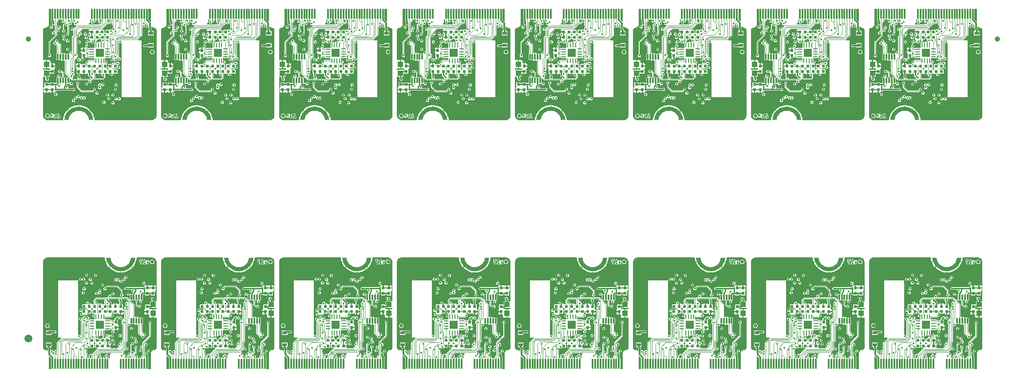
<source format=gbl>
G04 EAGLE Gerber RS-274X export*
G75*
%MOMM*%
%FSLAX34Y34*%
%LPD*%
%INBottom Copper*%
%IPPOS*%
%AMOC8*
5,1,8,0,0,1.08239X$1,22.5*%
G01*
%ADD10C,0.127000*%
%ADD11R,0.600000X0.600000*%
%ADD12R,0.300000X1.000000*%
%ADD13C,0.635000*%
%ADD14R,0.350000X1.950000*%
%ADD15C,0.352400*%
%ADD16C,0.101600*%
%ADD17R,0.290000X0.900000*%
%ADD18R,0.900000X0.290000*%
%ADD19R,1.600000X1.600000*%
%ADD20R,0.830000X0.630000*%
%ADD21R,1.000000X1.100000*%
%ADD22C,1.000000*%
%ADD23C,1.500000*%
%ADD24C,0.254000*%
%ADD25C,0.304800*%

G36*
X402113Y213421D02*
X402113Y213421D01*
X402122Y213447D01*
X402815Y217458D01*
X402811Y217496D01*
X402816Y217533D01*
X402803Y217564D01*
X402799Y217596D01*
X402775Y217626D01*
X402760Y217661D01*
X402732Y217679D01*
X402711Y217705D01*
X402675Y217717D01*
X402643Y217738D01*
X402585Y217747D01*
X402579Y217749D01*
X402576Y217748D01*
X402569Y217749D01*
X394569Y217749D01*
X394505Y217731D01*
X394435Y217710D01*
X394389Y217658D01*
X394343Y217605D01*
X394343Y217604D01*
X394322Y217533D01*
X393941Y214671D01*
X393122Y211922D01*
X391883Y209336D01*
X390254Y206975D01*
X388277Y204897D01*
X385999Y203155D01*
X383476Y201791D01*
X380771Y200838D01*
X377950Y200320D01*
X375069Y200249D01*
X372189Y200320D01*
X369368Y200838D01*
X366663Y201791D01*
X364140Y203155D01*
X361862Y204897D01*
X359884Y206975D01*
X358256Y209336D01*
X357017Y211922D01*
X356198Y214671D01*
X356159Y214966D01*
X356125Y215215D01*
X356126Y215215D01*
X356125Y215215D01*
X356059Y215714D01*
X356026Y215963D01*
X355959Y216461D01*
X355959Y216462D01*
X355926Y216711D01*
X355860Y217209D01*
X355816Y217533D01*
X355785Y217603D01*
X355760Y217661D01*
X355699Y217701D01*
X355643Y217738D01*
X355569Y217749D01*
X354572Y217749D01*
X354556Y217821D01*
X354537Y217915D01*
X354534Y217919D01*
X354533Y217924D01*
X354478Y218002D01*
X354425Y218080D01*
X354420Y218083D01*
X354417Y218087D01*
X354336Y218138D01*
X354256Y218190D01*
X354251Y218190D01*
X354247Y218193D01*
X354070Y218225D01*
X354069Y218225D01*
X354064Y218224D01*
X354059Y218225D01*
X353966Y218204D01*
X353873Y218186D01*
X353868Y218183D01*
X353863Y218182D01*
X353785Y218126D01*
X353707Y218073D01*
X353704Y218069D01*
X353700Y218066D01*
X353649Y217984D01*
X353598Y217905D01*
X353597Y217900D01*
X353594Y217895D01*
X353568Y217749D01*
X347569Y217749D01*
X347532Y217738D01*
X347493Y217737D01*
X347466Y217719D01*
X347435Y217710D01*
X347409Y217681D01*
X347377Y217659D01*
X347364Y217629D01*
X347343Y217605D01*
X347337Y217566D01*
X347322Y217530D01*
X347324Y217474D01*
X347322Y217467D01*
X347324Y217463D01*
X347324Y217456D01*
X348044Y213458D01*
X348048Y213449D01*
X348053Y213423D01*
X349031Y210507D01*
X346273Y210507D01*
X345718Y212131D01*
X344975Y215494D01*
X344821Y216949D01*
X344810Y216984D01*
X344807Y217027D01*
X344779Y217133D01*
X344779Y217326D01*
X344774Y217351D01*
X344776Y217380D01*
X344755Y217572D01*
X344766Y217639D01*
X344764Y217684D01*
X344772Y217728D01*
X344760Y217783D01*
X344758Y217839D01*
X344738Y217880D01*
X344729Y217924D01*
X344696Y217970D01*
X344672Y218021D01*
X344639Y218051D01*
X344613Y218087D01*
X344565Y218117D01*
X344523Y218155D01*
X344481Y218169D01*
X344442Y218193D01*
X344380Y218205D01*
X344334Y218221D01*
X344302Y218219D01*
X344265Y218225D01*
X235121Y218225D01*
X235086Y218218D01*
X235044Y218219D01*
X233055Y217916D01*
X233049Y217914D01*
X233043Y217914D01*
X232874Y217852D01*
X229426Y215824D01*
X229397Y215798D01*
X229363Y215780D01*
X229316Y215725D01*
X229277Y215690D01*
X229265Y215666D01*
X229246Y215644D01*
X227217Y212195D01*
X227215Y212189D01*
X227211Y212185D01*
X227200Y212152D01*
X227186Y212130D01*
X227179Y212090D01*
X227153Y212014D01*
X226850Y210025D01*
X226852Y209990D01*
X226844Y209949D01*
X226844Y46058D01*
X226851Y46023D01*
X226850Y45980D01*
X227000Y45017D01*
X227002Y45012D01*
X227002Y45007D01*
X227064Y44838D01*
X228052Y43162D01*
X228078Y43134D01*
X228095Y43101D01*
X228151Y43053D01*
X228186Y43013D01*
X228209Y43002D01*
X228232Y42983D01*
X229907Y41995D01*
X229912Y41993D01*
X229917Y41989D01*
X230087Y41931D01*
X230962Y41794D01*
X230980Y41795D01*
X231000Y41790D01*
X231210Y41773D01*
X231229Y41772D01*
X231242Y41773D01*
X231256Y41770D01*
X231903Y41752D01*
X231906Y41750D01*
X231912Y41748D01*
X231916Y41745D01*
X231958Y41736D01*
X232081Y41704D01*
X232932Y41636D01*
X235838Y39784D01*
X235883Y39767D01*
X235924Y39741D01*
X235976Y39731D01*
X236025Y39712D01*
X236074Y39714D01*
X236121Y39705D01*
X236173Y39717D01*
X236226Y39718D01*
X236270Y39738D01*
X236317Y39749D01*
X236360Y39779D01*
X236408Y39801D01*
X236441Y39837D01*
X236480Y39865D01*
X236508Y39910D01*
X236544Y39949D01*
X236561Y39994D01*
X236586Y40035D01*
X236597Y40093D01*
X236612Y40137D01*
X236611Y40172D01*
X236618Y40212D01*
X236618Y44443D01*
X236616Y44450D01*
X236618Y44458D01*
X236597Y44548D01*
X236578Y44639D01*
X236574Y44646D01*
X236572Y44653D01*
X236469Y44801D01*
X235229Y46042D01*
X235229Y47326D01*
X235228Y47331D01*
X235229Y47336D01*
X235208Y47429D01*
X235189Y47523D01*
X235186Y47527D01*
X235185Y47532D01*
X235130Y47610D01*
X235076Y47688D01*
X235072Y47691D01*
X235069Y47695D01*
X234988Y47746D01*
X234908Y47798D01*
X234903Y47798D01*
X234899Y47801D01*
X234721Y47833D01*
X233198Y47833D01*
X232603Y48429D01*
X232603Y55571D01*
X233198Y56167D01*
X242341Y56167D01*
X242936Y55571D01*
X242936Y48429D01*
X242341Y47833D01*
X241848Y47833D01*
X241846Y47833D01*
X241843Y47833D01*
X241748Y47813D01*
X241652Y47794D01*
X241650Y47792D01*
X241647Y47792D01*
X241567Y47736D01*
X241486Y47681D01*
X241485Y47679D01*
X241483Y47677D01*
X241430Y47594D01*
X241377Y47513D01*
X241376Y47510D01*
X241375Y47508D01*
X241359Y47412D01*
X241341Y47316D01*
X241342Y47313D01*
X241341Y47311D01*
X241363Y47218D01*
X241385Y47120D01*
X241386Y47118D01*
X241387Y47115D01*
X241490Y46967D01*
X241700Y46758D01*
X241700Y41324D01*
X241700Y41322D01*
X241700Y41319D01*
X241720Y41224D01*
X241739Y41128D01*
X241741Y41126D01*
X241741Y41123D01*
X241796Y41044D01*
X241852Y40962D01*
X241854Y40961D01*
X241855Y40959D01*
X241939Y40906D01*
X242020Y40853D01*
X242022Y40852D01*
X242025Y40851D01*
X242121Y40835D01*
X242217Y40817D01*
X242220Y40818D01*
X242222Y40817D01*
X242316Y40839D01*
X242413Y40861D01*
X242415Y40862D01*
X242417Y40863D01*
X242565Y40966D01*
X242918Y41319D01*
X245220Y41319D01*
X246848Y39691D01*
X246848Y37389D01*
X245971Y36512D01*
X245968Y36508D01*
X245964Y36505D01*
X245913Y36424D01*
X245860Y36345D01*
X245859Y36340D01*
X245856Y36335D01*
X245840Y36242D01*
X245823Y36148D01*
X245824Y36143D01*
X245823Y36138D01*
X245844Y36045D01*
X245864Y35952D01*
X245867Y35948D01*
X245868Y35943D01*
X245971Y35795D01*
X247425Y34341D01*
X247427Y34339D01*
X247428Y34337D01*
X247509Y34285D01*
X247592Y34230D01*
X247594Y34229D01*
X247596Y34228D01*
X247693Y34211D01*
X247789Y34192D01*
X247791Y34193D01*
X247794Y34192D01*
X247890Y34214D01*
X247985Y34234D01*
X247987Y34235D01*
X247989Y34236D01*
X248069Y34293D01*
X248149Y34348D01*
X248151Y34351D01*
X248153Y34352D01*
X248204Y34435D01*
X248257Y34517D01*
X248257Y34520D01*
X248259Y34522D01*
X248291Y34700D01*
X248291Y35151D01*
X249051Y35911D01*
X249054Y35916D01*
X249058Y35919D01*
X249109Y35999D01*
X249162Y36078D01*
X249163Y36083D01*
X249166Y36088D01*
X249182Y36182D01*
X249200Y36275D01*
X249198Y36280D01*
X249199Y36286D01*
X249178Y36378D01*
X249158Y36471D01*
X249155Y36476D01*
X249154Y36481D01*
X249051Y36629D01*
X248291Y37389D01*
X248291Y39691D01*
X249918Y41319D01*
X252220Y41319D01*
X252679Y40860D01*
X252681Y40859D01*
X252682Y40857D01*
X252764Y40804D01*
X252846Y40749D01*
X252848Y40749D01*
X252850Y40748D01*
X252946Y40730D01*
X253043Y40712D01*
X253045Y40712D01*
X253048Y40712D01*
X253144Y40733D01*
X253239Y40753D01*
X253241Y40755D01*
X253243Y40755D01*
X253324Y40812D01*
X253403Y40868D01*
X253405Y40870D01*
X253407Y40871D01*
X253459Y40955D01*
X253511Y41037D01*
X253511Y41039D01*
X253513Y41042D01*
X253545Y41219D01*
X253545Y55632D01*
X262396Y64483D01*
X262538Y64625D01*
X262540Y64628D01*
X262542Y64629D01*
X262595Y64711D01*
X262649Y64792D01*
X262650Y64795D01*
X262651Y64797D01*
X262669Y64893D01*
X262687Y64989D01*
X262686Y64992D01*
X262687Y64994D01*
X262666Y65090D01*
X262645Y65185D01*
X262644Y65187D01*
X262643Y65190D01*
X262587Y65270D01*
X262531Y65350D01*
X262529Y65351D01*
X262527Y65353D01*
X262445Y65405D01*
X262362Y65457D01*
X262359Y65458D01*
X262357Y65459D01*
X262180Y65491D01*
X255859Y65491D01*
X255561Y65789D01*
X255561Y174211D01*
X255859Y174509D01*
X293280Y174509D01*
X293578Y174211D01*
X293578Y71084D01*
X293579Y71081D01*
X293578Y71079D01*
X293598Y70984D01*
X293618Y70887D01*
X293619Y70885D01*
X293620Y70882D01*
X293675Y70802D01*
X293730Y70721D01*
X293733Y70720D01*
X293734Y70718D01*
X293818Y70665D01*
X293898Y70612D01*
X293901Y70612D01*
X293903Y70610D01*
X293999Y70594D01*
X294096Y70577D01*
X294098Y70577D01*
X294101Y70577D01*
X294194Y70599D01*
X294291Y70620D01*
X294294Y70622D01*
X294296Y70622D01*
X294444Y70725D01*
X294514Y70795D01*
X296816Y70795D01*
X297679Y69932D01*
X297681Y69930D01*
X297682Y69928D01*
X297762Y69876D01*
X297846Y69821D01*
X297848Y69820D01*
X297850Y69819D01*
X297946Y69802D01*
X298043Y69783D01*
X298045Y69784D01*
X298048Y69783D01*
X298144Y69805D01*
X298239Y69825D01*
X298241Y69826D01*
X298243Y69827D01*
X298323Y69883D01*
X298403Y69939D01*
X298405Y69941D01*
X298407Y69943D01*
X298459Y70026D01*
X298511Y70108D01*
X298511Y70111D01*
X298513Y70113D01*
X298545Y70290D01*
X298545Y97780D01*
X298544Y97785D01*
X298545Y97790D01*
X298524Y97883D01*
X298505Y97976D01*
X298502Y97981D01*
X298501Y97986D01*
X298446Y98064D01*
X298392Y98142D01*
X298388Y98145D01*
X298385Y98149D01*
X298304Y98200D01*
X298224Y98251D01*
X298219Y98252D01*
X298215Y98255D01*
X298037Y98287D01*
X296994Y98287D01*
X295366Y99915D01*
X295366Y102217D01*
X296994Y103845D01*
X299296Y103845D01*
X300924Y102217D01*
X300924Y101852D01*
X300924Y101849D01*
X300924Y101847D01*
X300944Y101751D01*
X300963Y101655D01*
X300965Y101653D01*
X300966Y101651D01*
X301022Y101570D01*
X301076Y101489D01*
X301078Y101488D01*
X301080Y101486D01*
X301164Y101433D01*
X301244Y101380D01*
X301247Y101380D01*
X301249Y101378D01*
X301345Y101362D01*
X301441Y101345D01*
X301444Y101345D01*
X301447Y101345D01*
X301541Y101367D01*
X301637Y101388D01*
X301639Y101390D01*
X301642Y101390D01*
X301790Y101493D01*
X302460Y102163D01*
X302464Y102170D01*
X302471Y102175D01*
X302520Y102253D01*
X302571Y102330D01*
X302573Y102338D01*
X302577Y102345D01*
X302609Y102522D01*
X302609Y104085D01*
X304236Y105713D01*
X306538Y105713D01*
X308166Y104085D01*
X308166Y102821D01*
X308167Y102818D01*
X308166Y102815D01*
X308186Y102720D01*
X308206Y102624D01*
X308207Y102622D01*
X308208Y102619D01*
X308263Y102539D01*
X308318Y102458D01*
X308321Y102457D01*
X308322Y102454D01*
X308405Y102402D01*
X308486Y102349D01*
X308489Y102349D01*
X308492Y102347D01*
X308588Y102331D01*
X308684Y102313D01*
X308686Y102314D01*
X308689Y102314D01*
X308783Y102336D01*
X308879Y102357D01*
X308882Y102359D01*
X308884Y102359D01*
X309032Y102462D01*
X309053Y102483D01*
X309058Y102490D01*
X309064Y102494D01*
X309113Y102573D01*
X309164Y102650D01*
X309166Y102658D01*
X309170Y102664D01*
X309202Y102842D01*
X309202Y104405D01*
X310829Y106033D01*
X313131Y106033D01*
X314759Y104405D01*
X314759Y102103D01*
X313131Y100475D01*
X311568Y100475D01*
X311560Y100474D01*
X311553Y100475D01*
X311463Y100454D01*
X311372Y100436D01*
X311365Y100431D01*
X311357Y100429D01*
X311209Y100327D01*
X310709Y99827D01*
X310708Y99824D01*
X310706Y99823D01*
X310653Y99742D01*
X310598Y99660D01*
X310598Y99657D01*
X310596Y99655D01*
X310579Y99559D01*
X310561Y99463D01*
X310561Y99460D01*
X310561Y99458D01*
X310582Y99361D01*
X310602Y99267D01*
X310604Y99265D01*
X310604Y99262D01*
X310661Y99182D01*
X310717Y99102D01*
X310719Y99101D01*
X310720Y99099D01*
X310804Y99047D01*
X310886Y98995D01*
X310888Y98994D01*
X310891Y98993D01*
X311068Y98961D01*
X313335Y98961D01*
X313687Y98609D01*
X313689Y98608D01*
X313690Y98605D01*
X313772Y98553D01*
X313854Y98498D01*
X313856Y98498D01*
X313858Y98496D01*
X313954Y98479D01*
X314051Y98461D01*
X314053Y98461D01*
X314056Y98461D01*
X314152Y98482D01*
X314247Y98502D01*
X314249Y98504D01*
X314251Y98504D01*
X314332Y98561D01*
X314411Y98616D01*
X314413Y98619D01*
X314415Y98620D01*
X314467Y98703D01*
X314519Y98786D01*
X314519Y98788D01*
X314521Y98790D01*
X314553Y98968D01*
X314553Y99371D01*
X315148Y99967D01*
X324595Y99967D01*
X324601Y99968D01*
X324606Y99967D01*
X324699Y99988D01*
X324792Y100006D01*
X324796Y100009D01*
X324801Y100010D01*
X324879Y100066D01*
X324958Y100119D01*
X324961Y100123D01*
X324965Y100126D01*
X325015Y100208D01*
X325067Y100287D01*
X325068Y100292D01*
X325071Y100297D01*
X325103Y100474D01*
X325103Y103428D01*
X325102Y103433D01*
X325103Y103438D01*
X325082Y103531D01*
X325063Y103625D01*
X325060Y103629D01*
X325059Y103634D01*
X325004Y103712D01*
X324950Y103790D01*
X324946Y103793D01*
X324943Y103797D01*
X324862Y103848D01*
X324782Y103900D01*
X324777Y103900D01*
X324773Y103903D01*
X324595Y103935D01*
X322172Y103935D01*
X320545Y105563D01*
X320545Y107865D01*
X322172Y109493D01*
X324595Y109493D01*
X324601Y109494D01*
X324606Y109493D01*
X324699Y109514D01*
X324792Y109532D01*
X324796Y109535D01*
X324801Y109536D01*
X324879Y109592D01*
X324958Y109645D01*
X324961Y109649D01*
X324965Y109652D01*
X325015Y109734D01*
X325067Y109813D01*
X325068Y109818D01*
X325071Y109823D01*
X325085Y109904D01*
X325299Y110117D01*
X325300Y110120D01*
X325303Y110121D01*
X325355Y110201D01*
X325410Y110284D01*
X325410Y110287D01*
X325412Y110289D01*
X325429Y110385D01*
X325447Y110481D01*
X325447Y110484D01*
X325447Y110486D01*
X325426Y110583D01*
X325406Y110677D01*
X325404Y110679D01*
X325404Y110682D01*
X325346Y110763D01*
X325292Y110842D01*
X325289Y110843D01*
X325288Y110845D01*
X325205Y110897D01*
X325122Y110949D01*
X325120Y110950D01*
X325118Y110951D01*
X324940Y110983D01*
X321648Y110983D01*
X321053Y111579D01*
X321053Y116650D01*
X321051Y116658D01*
X321052Y116666D01*
X321031Y116756D01*
X321013Y116847D01*
X321009Y116853D01*
X321007Y116861D01*
X320904Y117009D01*
X320840Y117073D01*
X320834Y117077D01*
X320829Y117083D01*
X320751Y117132D01*
X320673Y117184D01*
X320666Y117185D01*
X320659Y117189D01*
X320482Y117221D01*
X319593Y117221D01*
X319588Y117220D01*
X319583Y117221D01*
X319490Y117200D01*
X319397Y117182D01*
X319393Y117179D01*
X319387Y117178D01*
X319310Y117122D01*
X319231Y117069D01*
X319228Y117065D01*
X319224Y117062D01*
X319173Y116980D01*
X319122Y116901D01*
X319121Y116896D01*
X319118Y116891D01*
X319086Y116714D01*
X319086Y111579D01*
X318491Y110983D01*
X313419Y110983D01*
X313411Y110982D01*
X313404Y110983D01*
X313314Y110962D01*
X313223Y110944D01*
X313216Y110939D01*
X313208Y110937D01*
X313060Y110835D01*
X310253Y108027D01*
X303204Y108027D01*
X303196Y108025D01*
X303189Y108027D01*
X303099Y108006D01*
X303008Y107987D01*
X303001Y107983D01*
X302993Y107981D01*
X302845Y107878D01*
X301740Y106773D01*
X299438Y106773D01*
X297810Y108401D01*
X297810Y110703D01*
X299438Y112330D01*
X300545Y112330D01*
X300551Y112331D01*
X300556Y112330D01*
X300649Y112351D01*
X300742Y112370D01*
X300746Y112373D01*
X300751Y112374D01*
X300829Y112429D01*
X300908Y112483D01*
X300911Y112487D01*
X300915Y112490D01*
X300965Y112571D01*
X301017Y112651D01*
X301018Y112656D01*
X301021Y112660D01*
X301053Y112838D01*
X301053Y114329D01*
X301052Y114332D01*
X301053Y114334D01*
X301033Y114429D01*
X301013Y114525D01*
X301012Y114528D01*
X301011Y114530D01*
X300956Y114610D01*
X300900Y114691D01*
X300898Y114693D01*
X300897Y114695D01*
X300815Y114747D01*
X300732Y114800D01*
X300730Y114801D01*
X300727Y114802D01*
X300632Y114819D01*
X300535Y114836D01*
X300532Y114836D01*
X300530Y114836D01*
X300436Y114814D01*
X300339Y114793D01*
X300337Y114791D01*
X300335Y114790D01*
X300235Y114721D01*
X297918Y114721D01*
X296291Y116349D01*
X296291Y118651D01*
X297918Y120279D01*
X300220Y120279D01*
X301326Y119173D01*
X301332Y119169D01*
X301337Y119163D01*
X301416Y119114D01*
X301493Y119062D01*
X301501Y119061D01*
X301507Y119057D01*
X301685Y119025D01*
X303375Y119025D01*
X303419Y119017D01*
X307672Y119017D01*
X307674Y119017D01*
X307677Y119017D01*
X307772Y119037D01*
X307868Y119056D01*
X307870Y119058D01*
X307873Y119058D01*
X307954Y119114D01*
X308034Y119169D01*
X308036Y119171D01*
X308038Y119173D01*
X308091Y119256D01*
X308143Y119337D01*
X308144Y119340D01*
X308145Y119342D01*
X308161Y119437D01*
X308179Y119534D01*
X308178Y119537D01*
X308179Y119539D01*
X308157Y119634D01*
X308135Y119730D01*
X308134Y119732D01*
X308133Y119735D01*
X308030Y119883D01*
X307078Y120835D01*
X307072Y120839D01*
X307067Y120845D01*
X306989Y120894D01*
X306911Y120946D01*
X306904Y120947D01*
X306897Y120951D01*
X306720Y120983D01*
X301648Y120983D01*
X301053Y121579D01*
X301053Y128421D01*
X301648Y129017D01*
X308524Y129017D01*
X308592Y128972D01*
X308594Y128971D01*
X308596Y128970D01*
X308692Y128952D01*
X308788Y128934D01*
X308791Y128935D01*
X308794Y128934D01*
X308890Y128956D01*
X308985Y128976D01*
X308987Y128977D01*
X308989Y128978D01*
X309069Y129034D01*
X309149Y129090D01*
X309151Y129092D01*
X309153Y129094D01*
X309204Y129176D01*
X309257Y129259D01*
X309257Y129262D01*
X309259Y129264D01*
X309291Y129441D01*
X309291Y131929D01*
X310918Y133557D01*
X313220Y133557D01*
X314848Y131929D01*
X314848Y129627D01*
X314203Y128982D01*
X314198Y128975D01*
X314192Y128971D01*
X314143Y128892D01*
X314092Y128815D01*
X314090Y128807D01*
X314086Y128800D01*
X314054Y128623D01*
X314054Y125508D01*
X314055Y125503D01*
X314054Y125498D01*
X314075Y125405D01*
X314094Y125312D01*
X314097Y125307D01*
X314098Y125302D01*
X314153Y125224D01*
X314206Y125146D01*
X314211Y125143D01*
X314214Y125139D01*
X314295Y125088D01*
X314375Y125037D01*
X314380Y125036D01*
X314384Y125033D01*
X314561Y125001D01*
X315577Y125001D01*
X315582Y125002D01*
X315588Y125001D01*
X315681Y125022D01*
X315774Y125040D01*
X315778Y125043D01*
X315783Y125045D01*
X315861Y125100D01*
X315940Y125153D01*
X315942Y125157D01*
X315947Y125161D01*
X315997Y125242D01*
X316049Y125321D01*
X316050Y125326D01*
X316053Y125331D01*
X316085Y125508D01*
X316085Y130541D01*
X318404Y130541D01*
X319050Y130368D01*
X319629Y130033D01*
X320103Y129560D01*
X320437Y128981D01*
X320458Y128902D01*
X320475Y128869D01*
X320482Y128832D01*
X320519Y128780D01*
X320547Y128723D01*
X320575Y128698D01*
X320597Y128668D01*
X320650Y128634D01*
X320699Y128592D01*
X320734Y128580D01*
X320766Y128560D01*
X320829Y128550D01*
X320889Y128530D01*
X320927Y128533D01*
X320963Y128527D01*
X321026Y128541D01*
X321089Y128547D01*
X321122Y128564D01*
X321159Y128572D01*
X321219Y128615D01*
X321267Y128639D01*
X321283Y128659D01*
X321307Y128675D01*
X321648Y129017D01*
X323037Y129017D01*
X323043Y129018D01*
X323048Y129017D01*
X323141Y129038D01*
X323234Y129056D01*
X323238Y129059D01*
X323243Y129060D01*
X323321Y129116D01*
X323400Y129169D01*
X323403Y129173D01*
X323407Y129176D01*
X323457Y129258D01*
X323509Y129337D01*
X323510Y129342D01*
X323513Y129347D01*
X323545Y129524D01*
X323545Y137222D01*
X327848Y141525D01*
X347153Y141525D01*
X347160Y141526D01*
X347168Y141525D01*
X347258Y141546D01*
X347349Y141564D01*
X347356Y141569D01*
X347363Y141571D01*
X347511Y141673D01*
X348077Y142239D01*
X351104Y142239D01*
X351107Y142239D01*
X351110Y142239D01*
X351205Y142259D01*
X351301Y142278D01*
X351303Y142280D01*
X351306Y142280D01*
X351386Y142336D01*
X351467Y142391D01*
X351468Y142393D01*
X351470Y142395D01*
X351523Y142478D01*
X351576Y142559D01*
X351576Y142562D01*
X351578Y142564D01*
X351594Y142660D01*
X351612Y142756D01*
X351611Y142759D01*
X351611Y142761D01*
X351590Y142854D01*
X351568Y142952D01*
X351566Y142954D01*
X351566Y142957D01*
X351463Y143105D01*
X351291Y143277D01*
X351291Y145579D01*
X352918Y147207D01*
X355220Y147207D01*
X356848Y145579D01*
X356848Y143277D01*
X356676Y143105D01*
X356674Y143102D01*
X356672Y143101D01*
X356619Y143020D01*
X356565Y142938D01*
X356564Y142935D01*
X356563Y142933D01*
X356546Y142837D01*
X356527Y142741D01*
X356528Y142738D01*
X356527Y142736D01*
X356549Y142637D01*
X356569Y142545D01*
X356570Y142543D01*
X356571Y142540D01*
X356628Y142459D01*
X356683Y142380D01*
X356685Y142379D01*
X356687Y142377D01*
X356771Y142324D01*
X356852Y142273D01*
X356855Y142272D01*
X356857Y142271D01*
X357034Y142239D01*
X388055Y142239D01*
X391687Y138607D01*
X391689Y138605D01*
X391690Y138603D01*
X391771Y138551D01*
X391854Y138496D01*
X391856Y138495D01*
X391858Y138494D01*
X391955Y138476D01*
X392051Y138458D01*
X392053Y138459D01*
X392056Y138458D01*
X392152Y138480D01*
X392247Y138500D01*
X392249Y138501D01*
X392251Y138502D01*
X392330Y138558D01*
X392411Y138614D01*
X392413Y138616D01*
X392415Y138618D01*
X392466Y138701D01*
X392519Y138783D01*
X392519Y138786D01*
X392521Y138788D01*
X392553Y138965D01*
X392553Y146403D01*
X392552Y146406D01*
X392553Y146408D01*
X392533Y146503D01*
X392513Y146599D01*
X392512Y146602D01*
X392511Y146604D01*
X392455Y146685D01*
X392400Y146765D01*
X392398Y146767D01*
X392397Y146769D01*
X392313Y146822D01*
X392232Y146874D01*
X392230Y146875D01*
X392228Y146876D01*
X392131Y146893D01*
X392035Y146910D01*
X392032Y146910D01*
X392030Y146910D01*
X391936Y146888D01*
X391839Y146867D01*
X391837Y146865D01*
X391835Y146864D01*
X391687Y146762D01*
X390574Y145649D01*
X388272Y145649D01*
X386645Y147277D01*
X386645Y149579D01*
X388272Y151207D01*
X390574Y151207D01*
X392202Y149579D01*
X392202Y148795D01*
X392203Y148793D01*
X392202Y148790D01*
X392222Y148696D01*
X392242Y148599D01*
X392243Y148596D01*
X392244Y148594D01*
X392299Y148514D01*
X392354Y148433D01*
X392357Y148431D01*
X392358Y148429D01*
X392442Y148376D01*
X392522Y148324D01*
X392525Y148323D01*
X392527Y148322D01*
X392623Y148306D01*
X392720Y148288D01*
X392722Y148289D01*
X392725Y148288D01*
X392818Y148310D01*
X392915Y148332D01*
X392918Y148333D01*
X392920Y148334D01*
X393068Y148437D01*
X393148Y148517D01*
X397028Y148517D01*
X397084Y148480D01*
X397086Y148479D01*
X397088Y148478D01*
X397184Y148460D01*
X397280Y148442D01*
X397283Y148443D01*
X397286Y148442D01*
X397382Y148464D01*
X397477Y148484D01*
X397479Y148485D01*
X397481Y148486D01*
X397561Y148542D01*
X397641Y148598D01*
X397643Y148600D01*
X397645Y148602D01*
X397697Y148685D01*
X397749Y148767D01*
X397749Y148770D01*
X397751Y148772D01*
X397783Y148949D01*
X397783Y151714D01*
X397782Y151719D01*
X397783Y151724D01*
X397762Y151817D01*
X397743Y151911D01*
X397740Y151915D01*
X397739Y151920D01*
X397684Y151998D01*
X397630Y152076D01*
X397626Y152079D01*
X397623Y152083D01*
X397542Y152134D01*
X397462Y152186D01*
X397457Y152186D01*
X397453Y152189D01*
X397275Y152221D01*
X396918Y152221D01*
X395291Y153849D01*
X395291Y156192D01*
X395320Y156236D01*
X395320Y156239D01*
X395322Y156241D01*
X395339Y156338D01*
X395358Y156433D01*
X395357Y156436D01*
X395358Y156438D01*
X395336Y156536D01*
X395316Y156629D01*
X395315Y156631D01*
X395314Y156634D01*
X395257Y156714D01*
X395202Y156794D01*
X395199Y156795D01*
X395198Y156797D01*
X395115Y156849D01*
X395033Y156901D01*
X395030Y156902D01*
X395028Y156903D01*
X394850Y156935D01*
X386701Y156935D01*
X386693Y156934D01*
X386685Y156935D01*
X386595Y156914D01*
X386504Y156896D01*
X386497Y156891D01*
X386490Y156889D01*
X386342Y156787D01*
X385998Y156443D01*
X383696Y156443D01*
X382069Y158071D01*
X382069Y160373D01*
X383696Y162001D01*
X385998Y162001D01*
X386342Y161657D01*
X386348Y161653D01*
X386353Y161647D01*
X386432Y161598D01*
X386509Y161546D01*
X386517Y161545D01*
X386523Y161541D01*
X386701Y161509D01*
X416874Y161509D01*
X416882Y161510D01*
X416890Y161509D01*
X416980Y161530D01*
X417071Y161548D01*
X417077Y161553D01*
X417085Y161555D01*
X417233Y161657D01*
X418632Y163057D01*
X419665Y163057D01*
X419704Y163065D01*
X419744Y163063D01*
X419801Y163084D01*
X419862Y163096D01*
X419895Y163119D01*
X419932Y163133D01*
X419977Y163175D01*
X420027Y163209D01*
X420049Y163242D01*
X420078Y163270D01*
X420108Y163333D01*
X420137Y163377D01*
X420141Y163404D01*
X420155Y163433D01*
X420302Y163981D01*
X420636Y164560D01*
X421109Y165033D01*
X421689Y165368D01*
X422335Y165541D01*
X424654Y165541D01*
X424654Y160508D01*
X424655Y160503D01*
X424654Y160498D01*
X424675Y160405D01*
X424694Y160312D01*
X424697Y160307D01*
X424698Y160302D01*
X424753Y160224D01*
X424806Y160146D01*
X424811Y160143D01*
X424814Y160139D01*
X424895Y160088D01*
X424975Y160037D01*
X424980Y160036D01*
X424984Y160033D01*
X425161Y160001D01*
X425670Y160001D01*
X425670Y159492D01*
X425671Y159487D01*
X425670Y159482D01*
X425691Y159389D01*
X425710Y159296D01*
X425713Y159291D01*
X425714Y159286D01*
X425769Y159208D01*
X425823Y159130D01*
X425827Y159127D01*
X425830Y159123D01*
X425911Y159072D01*
X425991Y159021D01*
X425996Y159020D01*
X426000Y159017D01*
X426178Y158985D01*
X436161Y158985D01*
X436166Y158986D01*
X436172Y158985D01*
X436265Y159006D01*
X436358Y159024D01*
X436362Y159027D01*
X436367Y159028D01*
X436445Y159084D01*
X436524Y159137D01*
X436526Y159141D01*
X436531Y159144D01*
X436581Y159226D01*
X436633Y159305D01*
X436634Y159310D01*
X436637Y159315D01*
X436669Y159492D01*
X436669Y160001D01*
X436670Y160001D01*
X436670Y159492D01*
X436671Y159487D01*
X436670Y159482D01*
X436691Y159389D01*
X436710Y159296D01*
X436713Y159291D01*
X436714Y159286D01*
X436769Y159208D01*
X436823Y159130D01*
X436827Y159127D01*
X436830Y159123D01*
X436911Y159072D01*
X436991Y159021D01*
X436996Y159020D01*
X437000Y159017D01*
X437178Y158985D01*
X442210Y158985D01*
X442210Y156665D01*
X442037Y156019D01*
X441703Y155440D01*
X441229Y154967D01*
X440650Y154632D01*
X440572Y154611D01*
X440538Y154595D01*
X440502Y154587D01*
X440449Y154551D01*
X440392Y154522D01*
X440368Y154494D01*
X440337Y154473D01*
X440303Y154419D01*
X440261Y154371D01*
X440250Y154335D01*
X440230Y154304D01*
X440219Y154241D01*
X440199Y154180D01*
X440202Y154143D01*
X440196Y154106D01*
X440211Y154044D01*
X440216Y153980D01*
X440233Y153947D01*
X440242Y153911D01*
X440284Y153850D01*
X440309Y153803D01*
X440328Y153787D01*
X440344Y153763D01*
X440686Y153421D01*
X440686Y146579D01*
X440091Y145983D01*
X433248Y145983D01*
X432653Y146579D01*
X432653Y147206D01*
X432652Y147211D01*
X432653Y147216D01*
X432632Y147309D01*
X432613Y147403D01*
X432610Y147407D01*
X432609Y147412D01*
X432554Y147490D01*
X432500Y147568D01*
X432496Y147571D01*
X432493Y147575D01*
X432412Y147626D01*
X432332Y147678D01*
X432327Y147678D01*
X432323Y147681D01*
X432145Y147713D01*
X430193Y147713D01*
X430188Y147712D01*
X430183Y147713D01*
X430090Y147692D01*
X429997Y147674D01*
X429993Y147671D01*
X429987Y147670D01*
X429910Y147614D01*
X429831Y147561D01*
X429828Y147557D01*
X429824Y147554D01*
X429773Y147472D01*
X429722Y147393D01*
X429721Y147388D01*
X429718Y147383D01*
X429686Y147206D01*
X429686Y146579D01*
X429091Y145983D01*
X422248Y145983D01*
X421653Y146579D01*
X421653Y146920D01*
X421652Y146925D01*
X421653Y146930D01*
X421632Y147023D01*
X421613Y147117D01*
X421610Y147121D01*
X421609Y147126D01*
X421554Y147204D01*
X421500Y147282D01*
X421496Y147285D01*
X421493Y147289D01*
X421412Y147340D01*
X421332Y147392D01*
X421327Y147392D01*
X421323Y147395D01*
X421145Y147427D01*
X418093Y147427D01*
X418088Y147426D01*
X418083Y147427D01*
X417990Y147406D01*
X417897Y147388D01*
X417893Y147385D01*
X417887Y147384D01*
X417810Y147328D01*
X417731Y147275D01*
X417728Y147271D01*
X417724Y147268D01*
X417673Y147186D01*
X417622Y147107D01*
X417621Y147102D01*
X417618Y147097D01*
X417586Y146920D01*
X417586Y137079D01*
X416991Y136483D01*
X415740Y136483D01*
X415738Y136483D01*
X415735Y136483D01*
X415640Y136463D01*
X415544Y136444D01*
X415542Y136442D01*
X415539Y136442D01*
X415459Y136386D01*
X415378Y136331D01*
X415377Y136329D01*
X415375Y136327D01*
X415321Y136244D01*
X415269Y136163D01*
X415268Y136160D01*
X415267Y136158D01*
X415251Y136062D01*
X415233Y135966D01*
X415234Y135963D01*
X415233Y135961D01*
X415255Y135866D01*
X415277Y135770D01*
X415278Y135768D01*
X415279Y135765D01*
X415382Y135617D01*
X415848Y135151D01*
X415848Y132849D01*
X414220Y131221D01*
X411918Y131221D01*
X410291Y132849D01*
X410291Y135151D01*
X410757Y135617D01*
X410758Y135620D01*
X410761Y135621D01*
X410813Y135702D01*
X410868Y135784D01*
X410868Y135787D01*
X410870Y135789D01*
X410887Y135883D01*
X410906Y135981D01*
X410905Y135984D01*
X410906Y135986D01*
X410884Y136083D01*
X410864Y136177D01*
X410863Y136179D01*
X410862Y136182D01*
X410805Y136262D01*
X410750Y136342D01*
X410747Y136343D01*
X410746Y136345D01*
X410663Y136397D01*
X410581Y136449D01*
X410578Y136450D01*
X410576Y136451D01*
X410398Y136483D01*
X408148Y136483D01*
X407928Y136703D01*
X407924Y136706D01*
X407921Y136711D01*
X407841Y136762D01*
X407761Y136814D01*
X407756Y136815D01*
X407752Y136818D01*
X407658Y136834D01*
X407564Y136852D01*
X407559Y136851D01*
X407554Y136852D01*
X407462Y136830D01*
X407368Y136810D01*
X407364Y136807D01*
X407359Y136806D01*
X407211Y136703D01*
X406963Y136455D01*
X406905Y136444D01*
X406901Y136441D01*
X406895Y136440D01*
X406818Y136384D01*
X406739Y136331D01*
X406736Y136327D01*
X406732Y136324D01*
X406681Y136242D01*
X406630Y136163D01*
X406629Y136158D01*
X406626Y136153D01*
X406594Y135976D01*
X406594Y128643D01*
X406596Y128635D01*
X406594Y128628D01*
X406615Y128538D01*
X406634Y128447D01*
X406638Y128440D01*
X406640Y128432D01*
X406743Y128284D01*
X408354Y126673D01*
X408360Y126669D01*
X408365Y126663D01*
X408444Y126614D01*
X408521Y126562D01*
X408529Y126561D01*
X408535Y126557D01*
X408713Y126525D01*
X408756Y126525D01*
X408763Y126526D01*
X408771Y126525D01*
X408861Y126546D01*
X408952Y126564D01*
X408959Y126569D01*
X408966Y126571D01*
X409114Y126673D01*
X410220Y127779D01*
X412522Y127779D01*
X414150Y126151D01*
X414150Y123849D01*
X412522Y122221D01*
X410220Y122221D01*
X409114Y123327D01*
X409108Y123331D01*
X409103Y123337D01*
X409025Y123386D01*
X408947Y123438D01*
X408940Y123439D01*
X408933Y123443D01*
X408756Y123475D01*
X407239Y123475D01*
X404586Y126128D01*
X403545Y127170D01*
X403545Y135976D01*
X403544Y135981D01*
X403545Y135986D01*
X403524Y136079D01*
X403505Y136173D01*
X403502Y136177D01*
X403501Y136182D01*
X403446Y136260D01*
X403392Y136338D01*
X403388Y136341D01*
X403385Y136345D01*
X403304Y136396D01*
X403224Y136448D01*
X403219Y136448D01*
X403215Y136451D01*
X403173Y136459D01*
X402928Y136703D01*
X402924Y136706D01*
X402921Y136711D01*
X402840Y136762D01*
X402761Y136814D01*
X402756Y136815D01*
X402752Y136818D01*
X402658Y136834D01*
X402564Y136852D01*
X402559Y136851D01*
X402554Y136852D01*
X402461Y136830D01*
X402368Y136810D01*
X402364Y136807D01*
X402359Y136806D01*
X402211Y136703D01*
X401991Y136483D01*
X398148Y136483D01*
X397928Y136703D01*
X397924Y136706D01*
X397921Y136711D01*
X397841Y136762D01*
X397761Y136814D01*
X397756Y136815D01*
X397752Y136818D01*
X397658Y136834D01*
X397564Y136852D01*
X397559Y136851D01*
X397554Y136852D01*
X397462Y136830D01*
X397368Y136810D01*
X397364Y136807D01*
X397359Y136806D01*
X397211Y136703D01*
X396991Y136483D01*
X395035Y136483D01*
X395032Y136483D01*
X395030Y136483D01*
X394935Y136463D01*
X394838Y136444D01*
X394836Y136442D01*
X394834Y136442D01*
X394753Y136386D01*
X394672Y136331D01*
X394671Y136329D01*
X394669Y136327D01*
X394616Y136244D01*
X394563Y136163D01*
X394563Y136160D01*
X394561Y136158D01*
X394545Y136062D01*
X394528Y135966D01*
X394528Y135963D01*
X394528Y135961D01*
X394550Y135866D01*
X394571Y135770D01*
X394573Y135768D01*
X394573Y135765D01*
X394676Y135617D01*
X401594Y128699D01*
X401594Y105172D01*
X401602Y105135D01*
X401600Y105098D01*
X401621Y105038D01*
X401634Y104975D01*
X401655Y104945D01*
X401667Y104909D01*
X401711Y104862D01*
X401746Y104810D01*
X401778Y104789D01*
X401803Y104762D01*
X401861Y104735D01*
X401914Y104700D01*
X401951Y104694D01*
X401985Y104678D01*
X402049Y104676D01*
X402112Y104665D01*
X402148Y104673D01*
X402186Y104672D01*
X402255Y104697D01*
X402307Y104708D01*
X402328Y104723D01*
X402355Y104733D01*
X402589Y104868D01*
X403235Y105041D01*
X404320Y105041D01*
X404320Y97742D01*
X404321Y97737D01*
X404320Y97732D01*
X404341Y97639D01*
X404360Y97546D01*
X404363Y97541D01*
X404364Y97536D01*
X404391Y97498D01*
X404356Y97445D01*
X404355Y97440D01*
X404352Y97435D01*
X404320Y97258D01*
X404320Y89959D01*
X403235Y89959D01*
X402589Y90132D01*
X402009Y90467D01*
X401536Y90940D01*
X401369Y91230D01*
X401320Y91285D01*
X401277Y91345D01*
X401254Y91360D01*
X401237Y91380D01*
X401170Y91412D01*
X401107Y91451D01*
X401079Y91456D01*
X401056Y91467D01*
X401003Y91470D01*
X400930Y91483D01*
X398148Y91483D01*
X397928Y91703D01*
X397924Y91706D01*
X397921Y91711D01*
X397840Y91762D01*
X397761Y91814D01*
X397756Y91815D01*
X397752Y91818D01*
X397658Y91834D01*
X397564Y91852D01*
X397559Y91851D01*
X397554Y91852D01*
X397461Y91830D01*
X397368Y91810D01*
X397364Y91807D01*
X397359Y91806D01*
X397211Y91703D01*
X396991Y91483D01*
X393355Y91483D01*
X393350Y91482D01*
X393345Y91483D01*
X393252Y91462D01*
X393159Y91444D01*
X393155Y91441D01*
X393149Y91440D01*
X393072Y91384D01*
X392993Y91331D01*
X392990Y91327D01*
X392986Y91324D01*
X392935Y91242D01*
X392884Y91163D01*
X392883Y91158D01*
X392880Y91153D01*
X392848Y90976D01*
X392848Y88849D01*
X391220Y87221D01*
X388815Y87221D01*
X388810Y87220D01*
X388805Y87221D01*
X388712Y87200D01*
X388619Y87182D01*
X388615Y87179D01*
X388609Y87178D01*
X388532Y87122D01*
X388453Y87069D01*
X388450Y87065D01*
X388446Y87062D01*
X388395Y86980D01*
X388344Y86901D01*
X388343Y86896D01*
X388340Y86891D01*
X388308Y86714D01*
X388308Y58956D01*
X387266Y57914D01*
X385477Y56125D01*
X385472Y56118D01*
X385466Y56114D01*
X385417Y56035D01*
X385366Y55958D01*
X385364Y55950D01*
X385360Y55943D01*
X385328Y55766D01*
X385328Y47446D01*
X385329Y47441D01*
X385328Y47436D01*
X385349Y47343D01*
X385368Y47249D01*
X385371Y47245D01*
X385372Y47240D01*
X385427Y47162D01*
X385480Y47084D01*
X385485Y47081D01*
X385488Y47077D01*
X385569Y47026D01*
X385648Y46974D01*
X385654Y46974D01*
X385658Y46971D01*
X385835Y46939D01*
X388240Y46939D01*
X389868Y45311D01*
X389868Y43009D01*
X388240Y41381D01*
X385938Y41381D01*
X384768Y42552D01*
X384764Y42555D01*
X384761Y42559D01*
X384680Y42610D01*
X384601Y42663D01*
X384596Y42664D01*
X384592Y42666D01*
X384498Y42682D01*
X384404Y42700D01*
X384399Y42699D01*
X384394Y42700D01*
X384301Y42678D01*
X384208Y42659D01*
X384204Y42656D01*
X384199Y42654D01*
X384051Y42552D01*
X379144Y37645D01*
X379142Y37642D01*
X379140Y37641D01*
X379088Y37560D01*
X379033Y37478D01*
X379032Y37475D01*
X379031Y37473D01*
X379013Y37375D01*
X378995Y37281D01*
X378996Y37278D01*
X378995Y37276D01*
X379017Y37179D01*
X379037Y37085D01*
X379038Y37083D01*
X379039Y37080D01*
X379095Y37000D01*
X379151Y36920D01*
X379153Y36919D01*
X379155Y36917D01*
X379238Y36865D01*
X379320Y36813D01*
X379323Y36812D01*
X379325Y36811D01*
X379502Y36779D01*
X381934Y36779D01*
X383562Y35151D01*
X383562Y32849D01*
X383278Y32565D01*
X383277Y32563D01*
X383275Y32562D01*
X383222Y32480D01*
X383167Y32398D01*
X383167Y32396D01*
X383165Y32393D01*
X383148Y32296D01*
X383130Y32201D01*
X383130Y32199D01*
X383130Y32196D01*
X383152Y32099D01*
X383171Y32005D01*
X383173Y32003D01*
X383173Y32001D01*
X383230Y31920D01*
X383286Y31841D01*
X383288Y31839D01*
X383289Y31837D01*
X383373Y31785D01*
X383455Y31733D01*
X383457Y31733D01*
X383460Y31731D01*
X383637Y31699D01*
X385434Y31699D01*
X387062Y30072D01*
X387062Y27770D01*
X386743Y27450D01*
X386738Y27444D01*
X386732Y27439D01*
X386683Y27360D01*
X386632Y27283D01*
X386630Y27275D01*
X386626Y27269D01*
X386594Y27091D01*
X386594Y26524D01*
X386595Y26519D01*
X386594Y26514D01*
X386615Y26421D01*
X386634Y26327D01*
X386637Y26323D01*
X386638Y26318D01*
X386693Y26240D01*
X386746Y26162D01*
X386751Y26159D01*
X386754Y26155D01*
X386835Y26104D01*
X386914Y26052D01*
X386920Y26052D01*
X386924Y26049D01*
X387101Y26017D01*
X387254Y26017D01*
X387298Y25989D01*
X387378Y25936D01*
X387383Y25935D01*
X387387Y25932D01*
X387481Y25916D01*
X387575Y25898D01*
X387580Y25899D01*
X387585Y25898D01*
X387678Y25920D01*
X387771Y25940D01*
X387775Y25943D01*
X387780Y25944D01*
X387902Y26028D01*
X387942Y26037D01*
X388039Y26056D01*
X388041Y26058D01*
X388044Y26058D01*
X388124Y26114D01*
X388205Y26169D01*
X388206Y26171D01*
X388209Y26173D01*
X388261Y26256D01*
X388314Y26337D01*
X388315Y26340D01*
X388316Y26342D01*
X388332Y26438D01*
X388350Y26534D01*
X388349Y26537D01*
X388350Y26539D01*
X388329Y26630D01*
X388306Y26730D01*
X388305Y26732D01*
X388304Y26735D01*
X388201Y26883D01*
X388077Y27007D01*
X388077Y32728D01*
X388356Y33007D01*
X388360Y33014D01*
X388367Y33018D01*
X388416Y33097D01*
X388467Y33174D01*
X388469Y33182D01*
X388473Y33188D01*
X388505Y33366D01*
X388505Y34929D01*
X390132Y36557D01*
X392434Y36557D01*
X392679Y36312D01*
X392681Y36311D01*
X392682Y36309D01*
X392764Y36256D01*
X392846Y36201D01*
X392848Y36201D01*
X392850Y36200D01*
X392946Y36182D01*
X393043Y36164D01*
X393045Y36164D01*
X393048Y36164D01*
X393144Y36185D01*
X393239Y36205D01*
X393241Y36207D01*
X393243Y36207D01*
X393324Y36265D01*
X393403Y36320D01*
X393405Y36322D01*
X393407Y36323D01*
X393459Y36408D01*
X393511Y36489D01*
X393511Y36491D01*
X393513Y36494D01*
X393545Y36671D01*
X393545Y52632D01*
X394339Y53426D01*
X394343Y53432D01*
X394350Y53437D01*
X394399Y53516D01*
X394450Y53593D01*
X394451Y53601D01*
X394456Y53607D01*
X394488Y53785D01*
X394488Y55348D01*
X396115Y56976D01*
X398417Y56976D01*
X400045Y55348D01*
X400045Y53046D01*
X398417Y51418D01*
X397101Y51418D01*
X397096Y51417D01*
X397091Y51418D01*
X396998Y51397D01*
X396905Y51379D01*
X396901Y51376D01*
X396895Y51374D01*
X396818Y51319D01*
X396739Y51266D01*
X396736Y51261D01*
X396732Y51258D01*
X396681Y51177D01*
X396630Y51098D01*
X396629Y51093D01*
X396626Y51088D01*
X396594Y50911D01*
X396594Y39579D01*
X396595Y39574D01*
X396594Y39569D01*
X396615Y39476D01*
X396634Y39383D01*
X396637Y39379D01*
X396638Y39374D01*
X396693Y39296D01*
X396746Y39217D01*
X396751Y39214D01*
X396754Y39210D01*
X396835Y39159D01*
X396914Y39108D01*
X396920Y39107D01*
X396924Y39104D01*
X397101Y39072D01*
X399506Y39072D01*
X401134Y37444D01*
X401134Y36806D01*
X401135Y36803D01*
X401134Y36801D01*
X401154Y36705D01*
X401174Y36609D01*
X401175Y36607D01*
X401176Y36605D01*
X401232Y36524D01*
X401286Y36444D01*
X401289Y36442D01*
X401290Y36440D01*
X401373Y36387D01*
X401454Y36334D01*
X401457Y36334D01*
X401459Y36333D01*
X401554Y36316D01*
X401652Y36299D01*
X401654Y36299D01*
X401657Y36299D01*
X401751Y36321D01*
X401847Y36342D01*
X401850Y36344D01*
X401852Y36345D01*
X402000Y36447D01*
X402110Y36557D01*
X402114Y36564D01*
X402121Y36568D01*
X402170Y36647D01*
X402221Y36724D01*
X402223Y36732D01*
X402227Y36739D01*
X402259Y36916D01*
X402259Y45452D01*
X402257Y45460D01*
X402258Y45467D01*
X402237Y45557D01*
X402219Y45648D01*
X402215Y45655D01*
X402213Y45662D01*
X402110Y45810D01*
X401005Y46916D01*
X401005Y49218D01*
X402632Y50846D01*
X404934Y50846D01*
X406562Y49218D01*
X406562Y46916D01*
X405457Y45810D01*
X405452Y45804D01*
X405446Y45799D01*
X405397Y45721D01*
X405346Y45643D01*
X405344Y45636D01*
X405340Y45629D01*
X405308Y45452D01*
X405308Y35443D01*
X401743Y31877D01*
X401738Y31871D01*
X401732Y31866D01*
X401683Y31788D01*
X401632Y31710D01*
X401630Y31703D01*
X401626Y31696D01*
X401594Y31519D01*
X401594Y30679D01*
X401595Y30676D01*
X401594Y30674D01*
X401614Y30579D01*
X401634Y30483D01*
X401635Y30480D01*
X401636Y30478D01*
X401692Y30397D01*
X401746Y30317D01*
X401749Y30315D01*
X401750Y30313D01*
X401834Y30260D01*
X401914Y30208D01*
X401917Y30207D01*
X401919Y30206D01*
X402015Y30189D01*
X402112Y30172D01*
X402114Y30172D01*
X402117Y30172D01*
X402211Y30194D01*
X402307Y30215D01*
X402310Y30217D01*
X402312Y30218D01*
X402460Y30320D01*
X403918Y31779D01*
X406220Y31779D01*
X407848Y30151D01*
X407848Y27849D01*
X406882Y26883D01*
X406880Y26880D01*
X406878Y26879D01*
X406826Y26799D01*
X406771Y26716D01*
X406770Y26713D01*
X406769Y26711D01*
X406752Y26615D01*
X406733Y26519D01*
X406734Y26516D01*
X406733Y26514D01*
X406755Y26417D01*
X406775Y26323D01*
X406776Y26321D01*
X406777Y26318D01*
X406833Y26238D01*
X406889Y26158D01*
X406891Y26157D01*
X406893Y26155D01*
X406977Y26102D01*
X407058Y26051D01*
X407061Y26050D01*
X407063Y26049D01*
X407240Y26017D01*
X407254Y26017D01*
X407298Y25989D01*
X407378Y25936D01*
X407383Y25935D01*
X407387Y25932D01*
X407481Y25916D01*
X407575Y25898D01*
X407580Y25899D01*
X407585Y25898D01*
X407678Y25920D01*
X407771Y25940D01*
X407775Y25943D01*
X407780Y25944D01*
X407885Y26017D01*
X412254Y26017D01*
X412298Y25989D01*
X412378Y25936D01*
X412383Y25935D01*
X412387Y25932D01*
X412481Y25916D01*
X412575Y25898D01*
X412580Y25899D01*
X412585Y25898D01*
X412678Y25920D01*
X412771Y25940D01*
X412775Y25943D01*
X412780Y25944D01*
X412885Y26017D01*
X413037Y26017D01*
X413043Y26018D01*
X413048Y26017D01*
X413141Y26038D01*
X413234Y26056D01*
X413238Y26059D01*
X413243Y26060D01*
X413321Y26116D01*
X413400Y26169D01*
X413403Y26173D01*
X413407Y26176D01*
X413457Y26258D01*
X413509Y26337D01*
X413510Y26342D01*
X413513Y26347D01*
X413545Y26524D01*
X413545Y29264D01*
X416364Y32084D01*
X416368Y32090D01*
X416375Y32095D01*
X416424Y32174D01*
X416475Y32251D01*
X416477Y32259D01*
X416481Y32265D01*
X416513Y32443D01*
X416513Y44075D01*
X416512Y44078D01*
X416513Y44080D01*
X416492Y44176D01*
X416473Y44271D01*
X416472Y44274D01*
X416471Y44276D01*
X416415Y44357D01*
X416360Y44437D01*
X416358Y44439D01*
X416357Y44441D01*
X416274Y44493D01*
X416192Y44546D01*
X416190Y44547D01*
X416188Y44548D01*
X416091Y44565D01*
X415995Y44582D01*
X415992Y44582D01*
X415990Y44582D01*
X415897Y44560D01*
X415799Y44539D01*
X415797Y44537D01*
X415795Y44536D01*
X415647Y44434D01*
X415434Y44221D01*
X414034Y44221D01*
X414032Y44221D01*
X414029Y44221D01*
X413934Y44201D01*
X413838Y44182D01*
X413836Y44180D01*
X413833Y44180D01*
X413753Y44124D01*
X413672Y44069D01*
X413671Y44067D01*
X413669Y44065D01*
X413615Y43982D01*
X413563Y43901D01*
X413562Y43898D01*
X413561Y43896D01*
X413545Y43800D01*
X413527Y43704D01*
X413528Y43701D01*
X413527Y43699D01*
X413549Y43604D01*
X413571Y43508D01*
X413572Y43506D01*
X413573Y43503D01*
X413676Y43355D01*
X415134Y41897D01*
X415134Y39595D01*
X413506Y37967D01*
X411204Y37967D01*
X409577Y39595D01*
X409577Y41897D01*
X411204Y43525D01*
X412604Y43525D01*
X412607Y43525D01*
X412610Y43525D01*
X412704Y43545D01*
X412801Y43564D01*
X412803Y43566D01*
X412806Y43566D01*
X412886Y43622D01*
X412967Y43677D01*
X412968Y43679D01*
X412970Y43681D01*
X413024Y43764D01*
X413076Y43845D01*
X413076Y43848D01*
X413078Y43850D01*
X413094Y43946D01*
X413112Y44042D01*
X413111Y44045D01*
X413111Y44047D01*
X413089Y44142D01*
X413068Y44238D01*
X413066Y44240D01*
X413066Y44243D01*
X412963Y44391D01*
X411505Y45849D01*
X411505Y48151D01*
X413132Y49779D01*
X415434Y49779D01*
X415647Y49566D01*
X415649Y49565D01*
X415650Y49563D01*
X415732Y49510D01*
X415814Y49455D01*
X415816Y49455D01*
X415818Y49454D01*
X415914Y49436D01*
X416011Y49418D01*
X416013Y49418D01*
X416016Y49418D01*
X416113Y49440D01*
X416207Y49459D01*
X416209Y49461D01*
X416211Y49461D01*
X416292Y49519D01*
X416371Y49574D01*
X416373Y49576D01*
X416375Y49577D01*
X416426Y49661D01*
X416479Y49743D01*
X416479Y49745D01*
X416481Y49748D01*
X416513Y49925D01*
X416513Y56492D01*
X429396Y69376D01*
X429400Y69382D01*
X429407Y69387D01*
X429456Y69466D01*
X429507Y69543D01*
X429509Y69551D01*
X429513Y69557D01*
X429545Y69735D01*
X429545Y92385D01*
X429543Y92393D01*
X429544Y92400D01*
X429523Y92490D01*
X429505Y92581D01*
X429501Y92588D01*
X429499Y92596D01*
X429396Y92744D01*
X428291Y93849D01*
X428291Y96151D01*
X429918Y97779D01*
X432220Y97779D01*
X433848Y96151D01*
X433848Y93849D01*
X432743Y92744D01*
X432738Y92737D01*
X432732Y92732D01*
X432683Y92654D01*
X432632Y92577D01*
X432630Y92569D01*
X432626Y92562D01*
X432594Y92385D01*
X432594Y68261D01*
X419711Y55378D01*
X419706Y55371D01*
X419700Y55367D01*
X419651Y55288D01*
X419600Y55211D01*
X419598Y55203D01*
X419594Y55197D01*
X419562Y55019D01*
X419562Y53647D01*
X419563Y53644D01*
X419562Y53642D01*
X419582Y53547D01*
X419602Y53451D01*
X419603Y53448D01*
X419604Y53446D01*
X419660Y53365D01*
X419714Y53285D01*
X419717Y53283D01*
X419718Y53281D01*
X419802Y53228D01*
X419882Y53176D01*
X419885Y53175D01*
X419887Y53174D01*
X419983Y53157D01*
X420080Y53140D01*
X420082Y53140D01*
X420085Y53140D01*
X420179Y53162D01*
X420275Y53183D01*
X420278Y53185D01*
X420280Y53186D01*
X420428Y53288D01*
X421918Y54779D01*
X424220Y54779D01*
X425848Y53151D01*
X425848Y50849D01*
X424220Y49221D01*
X422657Y49221D01*
X422649Y49220D01*
X422642Y49221D01*
X422552Y49200D01*
X422461Y49182D01*
X422454Y49177D01*
X422446Y49175D01*
X422298Y49073D01*
X421743Y48517D01*
X421738Y48510D01*
X421732Y48506D01*
X421683Y48427D01*
X421632Y48350D01*
X421630Y48342D01*
X421626Y48336D01*
X421594Y48158D01*
X421594Y37460D01*
X421595Y37455D01*
X421594Y37450D01*
X421615Y37357D01*
X421634Y37263D01*
X421637Y37259D01*
X421638Y37254D01*
X421693Y37176D01*
X421746Y37098D01*
X421751Y37095D01*
X421754Y37091D01*
X421835Y37040D01*
X421914Y36988D01*
X421920Y36988D01*
X421924Y36985D01*
X422101Y36953D01*
X424506Y36953D01*
X426134Y35325D01*
X426134Y35199D01*
X426136Y35191D01*
X426134Y35183D01*
X426155Y35093D01*
X426174Y35002D01*
X426178Y34995D01*
X426180Y34988D01*
X426283Y34840D01*
X426508Y34614D01*
X426508Y30961D01*
X426510Y30953D01*
X426508Y30945D01*
X426529Y30855D01*
X426548Y30764D01*
X426552Y30757D01*
X426554Y30750D01*
X426657Y30602D01*
X427610Y29648D01*
X427610Y25857D01*
X427612Y25850D01*
X427610Y25842D01*
X427631Y25752D01*
X427650Y25661D01*
X427654Y25654D01*
X427656Y25647D01*
X427759Y25499D01*
X427836Y25421D01*
X427836Y6000D01*
X427837Y5995D01*
X427836Y5990D01*
X427857Y5897D01*
X427876Y5803D01*
X427879Y5799D01*
X427880Y5794D01*
X427935Y5716D01*
X427988Y5638D01*
X427993Y5635D01*
X427996Y5631D01*
X428077Y5580D01*
X428156Y5528D01*
X428162Y5528D01*
X428166Y5525D01*
X428343Y5493D01*
X432033Y5493D01*
X432039Y5494D01*
X432044Y5493D01*
X432137Y5514D01*
X432230Y5532D01*
X432234Y5535D01*
X432239Y5536D01*
X432317Y5592D01*
X432396Y5645D01*
X432399Y5649D01*
X432403Y5652D01*
X432453Y5734D01*
X432505Y5813D01*
X432506Y5818D01*
X432509Y5823D01*
X432541Y6000D01*
X432541Y34078D01*
X432540Y34081D01*
X432541Y34084D01*
X432525Y34158D01*
X432541Y35013D01*
X432540Y35017D01*
X432541Y35022D01*
X432541Y35868D01*
X432558Y35955D01*
X432573Y36769D01*
X434277Y39797D01*
X437213Y41653D01*
X438062Y41713D01*
X438155Y41738D01*
X438204Y41751D01*
X438876Y41770D01*
X438886Y41772D01*
X438898Y41771D01*
X438945Y41774D01*
X439110Y41786D01*
X439130Y41791D01*
X439153Y41791D01*
X440052Y41931D01*
X440057Y41932D01*
X440063Y41932D01*
X440232Y41995D01*
X441907Y42983D01*
X441935Y43008D01*
X441969Y43026D01*
X442017Y43081D01*
X442056Y43117D01*
X442067Y43140D01*
X442086Y43162D01*
X443075Y44838D01*
X443076Y44843D01*
X443080Y44847D01*
X443092Y44882D01*
X443109Y44908D01*
X443118Y44957D01*
X443139Y45017D01*
X443289Y45980D01*
X443287Y46016D01*
X443295Y46058D01*
X443295Y103144D01*
X443281Y103214D01*
X443275Y103285D01*
X443261Y103312D01*
X443255Y103341D01*
X443215Y103400D01*
X443182Y103463D01*
X443159Y103482D01*
X443142Y103506D01*
X443083Y103545D01*
X443028Y103591D01*
X442999Y103600D01*
X442974Y103616D01*
X442904Y103628D01*
X442836Y103649D01*
X442804Y103646D01*
X442777Y103651D01*
X442726Y103640D01*
X442656Y103634D01*
X442004Y103459D01*
X437685Y103459D01*
X437685Y110992D01*
X437684Y110997D01*
X437684Y111002D01*
X437664Y111095D01*
X437645Y111188D01*
X437642Y111193D01*
X437641Y111198D01*
X437586Y111276D01*
X437532Y111354D01*
X437528Y111357D01*
X437525Y111361D01*
X437444Y111412D01*
X437364Y111463D01*
X437359Y111464D01*
X437355Y111467D01*
X437177Y111499D01*
X436161Y111499D01*
X436156Y111498D01*
X436151Y111499D01*
X436058Y111478D01*
X435965Y111460D01*
X435961Y111457D01*
X435955Y111455D01*
X435878Y111400D01*
X435799Y111347D01*
X435796Y111343D01*
X435792Y111339D01*
X435741Y111258D01*
X435690Y111179D01*
X435689Y111174D01*
X435686Y111169D01*
X435654Y110992D01*
X435654Y103459D01*
X431335Y103459D01*
X430689Y103632D01*
X430109Y103967D01*
X429636Y104440D01*
X429302Y105019D01*
X429129Y105665D01*
X429129Y108952D01*
X429128Y108957D01*
X429129Y108962D01*
X429108Y109055D01*
X429089Y109149D01*
X429086Y109153D01*
X429085Y109158D01*
X429030Y109236D01*
X428976Y109314D01*
X428972Y109317D01*
X428969Y109321D01*
X428888Y109372D01*
X428808Y109424D01*
X428803Y109424D01*
X428799Y109427D01*
X428621Y109459D01*
X426685Y109459D01*
X426685Y114492D01*
X426684Y114497D01*
X426684Y114502D01*
X426664Y114595D01*
X426645Y114688D01*
X426642Y114693D01*
X426641Y114698D01*
X426586Y114776D01*
X426532Y114854D01*
X426528Y114857D01*
X426525Y114861D01*
X426444Y114912D01*
X426364Y114963D01*
X426359Y114964D01*
X426355Y114967D01*
X426177Y114999D01*
X425669Y114999D01*
X425669Y115508D01*
X425668Y115513D01*
X425668Y115518D01*
X425648Y115611D01*
X425629Y115704D01*
X425626Y115709D01*
X425625Y115714D01*
X425570Y115791D01*
X425516Y115870D01*
X425512Y115873D01*
X425509Y115877D01*
X425427Y115928D01*
X425348Y115979D01*
X425343Y115980D01*
X425339Y115983D01*
X425161Y116015D01*
X420129Y116015D01*
X420129Y118335D01*
X420302Y118981D01*
X420636Y119560D01*
X421109Y120033D01*
X421689Y120368D01*
X421767Y120389D01*
X421800Y120405D01*
X421837Y120413D01*
X421889Y120449D01*
X421947Y120478D01*
X421971Y120506D01*
X422002Y120527D01*
X422036Y120581D01*
X422078Y120629D01*
X422089Y120665D01*
X422109Y120696D01*
X422120Y120759D01*
X422140Y120820D01*
X422136Y120857D01*
X422143Y120894D01*
X422128Y120956D01*
X422123Y121020D01*
X422106Y121053D01*
X422097Y121089D01*
X422055Y121150D01*
X422030Y121197D01*
X422011Y121213D01*
X421994Y121237D01*
X421653Y121579D01*
X421653Y128421D01*
X422248Y129017D01*
X429091Y129017D01*
X429787Y128321D01*
X429789Y128319D01*
X429790Y128317D01*
X429871Y128264D01*
X429954Y128210D01*
X429956Y128209D01*
X429958Y128208D01*
X430054Y128190D01*
X430151Y128172D01*
X430153Y128173D01*
X430156Y128172D01*
X430252Y128194D01*
X430347Y128214D01*
X430349Y128215D01*
X430351Y128216D01*
X430431Y128272D01*
X430511Y128328D01*
X430513Y128330D01*
X430515Y128332D01*
X430567Y128415D01*
X430619Y128497D01*
X430619Y128500D01*
X430621Y128502D01*
X430653Y128679D01*
X430653Y134421D01*
X431248Y135017D01*
X433875Y135017D01*
X433881Y135018D01*
X433886Y135017D01*
X433979Y135038D01*
X434072Y135056D01*
X434076Y135059D01*
X434081Y135060D01*
X434159Y135116D01*
X434238Y135169D01*
X434241Y135173D01*
X434245Y135176D01*
X434295Y135258D01*
X434347Y135337D01*
X434348Y135342D01*
X434351Y135347D01*
X434383Y135524D01*
X434383Y136714D01*
X434382Y136719D01*
X434383Y136724D01*
X434362Y136817D01*
X434343Y136911D01*
X434340Y136915D01*
X434339Y136920D01*
X434284Y136998D01*
X434230Y137076D01*
X434226Y137079D01*
X434223Y137083D01*
X434142Y137134D01*
X434062Y137186D01*
X434057Y137186D01*
X434053Y137189D01*
X433928Y137212D01*
X432291Y138849D01*
X432291Y141151D01*
X433918Y142779D01*
X436220Y142779D01*
X437848Y141151D01*
X437848Y140665D01*
X437850Y140658D01*
X437848Y140650D01*
X437869Y140560D01*
X437888Y140469D01*
X437892Y140462D01*
X437894Y140455D01*
X437997Y140307D01*
X438956Y139347D01*
X438956Y135524D01*
X438957Y135519D01*
X438956Y135514D01*
X438977Y135421D01*
X438996Y135327D01*
X438999Y135323D01*
X439000Y135318D01*
X439055Y135240D01*
X439108Y135162D01*
X439113Y135159D01*
X439116Y135155D01*
X439197Y135104D01*
X439276Y135052D01*
X439282Y135052D01*
X439286Y135049D01*
X439463Y135017D01*
X442091Y135017D01*
X442429Y134679D01*
X442431Y134677D01*
X442432Y134675D01*
X442514Y134622D01*
X442596Y134568D01*
X442598Y134567D01*
X442600Y134566D01*
X442696Y134548D01*
X442793Y134530D01*
X442795Y134531D01*
X442798Y134530D01*
X442894Y134552D01*
X442989Y134572D01*
X442991Y134573D01*
X442993Y134574D01*
X443074Y134631D01*
X443153Y134686D01*
X443155Y134688D01*
X443157Y134690D01*
X443209Y134773D01*
X443261Y134855D01*
X443261Y134858D01*
X443263Y134860D01*
X443295Y135037D01*
X443295Y209949D01*
X443288Y209983D01*
X443289Y210025D01*
X442986Y212014D01*
X442984Y212020D01*
X442984Y212026D01*
X442954Y212107D01*
X442945Y212149D01*
X442932Y212168D01*
X442922Y212195D01*
X440893Y215644D01*
X440867Y215672D01*
X440850Y215706D01*
X440795Y215754D01*
X440759Y215793D01*
X440736Y215804D01*
X440713Y215824D01*
X437265Y217852D01*
X437259Y217854D01*
X437254Y217858D01*
X437084Y217916D01*
X435095Y218219D01*
X435060Y218218D01*
X435018Y218225D01*
X405876Y218225D01*
X405830Y218216D01*
X405783Y218217D01*
X405733Y218196D01*
X405680Y218186D01*
X405641Y218159D01*
X405597Y218142D01*
X405559Y218103D01*
X405514Y218073D01*
X405488Y218034D01*
X405455Y218001D01*
X405434Y217950D01*
X405405Y217905D01*
X405396Y217859D01*
X405378Y217815D01*
X405378Y217754D01*
X405369Y217708D01*
X405376Y217675D01*
X405376Y217635D01*
X405383Y217594D01*
X405363Y217388D01*
X405365Y217365D01*
X405360Y217339D01*
X405360Y217133D01*
X405335Y217040D01*
X405333Y217002D01*
X405320Y216958D01*
X405191Y215633D01*
X404667Y213086D01*
X404545Y212492D01*
X403914Y210507D01*
X401156Y210507D01*
X402113Y213411D01*
X402113Y213421D01*
G37*
G36*
X1557462Y5494D02*
X1557462Y5494D01*
X1557467Y5493D01*
X1557560Y5514D01*
X1557653Y5532D01*
X1557657Y5535D01*
X1557663Y5536D01*
X1557740Y5592D01*
X1557819Y5645D01*
X1557822Y5649D01*
X1557826Y5652D01*
X1557877Y5734D01*
X1557928Y5813D01*
X1557929Y5818D01*
X1557932Y5823D01*
X1557964Y6000D01*
X1557964Y34078D01*
X1557963Y34081D01*
X1557964Y34084D01*
X1557948Y34158D01*
X1557964Y35013D01*
X1557963Y35017D01*
X1557964Y35022D01*
X1557964Y35868D01*
X1557981Y35955D01*
X1557996Y36769D01*
X1559700Y39797D01*
X1562636Y41653D01*
X1563485Y41713D01*
X1563578Y41738D01*
X1563627Y41751D01*
X1564300Y41770D01*
X1564310Y41772D01*
X1564321Y41771D01*
X1564369Y41774D01*
X1564534Y41786D01*
X1564553Y41791D01*
X1564576Y41791D01*
X1565475Y41931D01*
X1565480Y41932D01*
X1565486Y41932D01*
X1565655Y41995D01*
X1567330Y42983D01*
X1567358Y43008D01*
X1567392Y43026D01*
X1567440Y43081D01*
X1567479Y43117D01*
X1567490Y43140D01*
X1567510Y43162D01*
X1568498Y44838D01*
X1568500Y44843D01*
X1568503Y44847D01*
X1568562Y45017D01*
X1568712Y45980D01*
X1568710Y46016D01*
X1568718Y46058D01*
X1568718Y103144D01*
X1568704Y103214D01*
X1568698Y103285D01*
X1568684Y103312D01*
X1568678Y103341D01*
X1568638Y103400D01*
X1568605Y103463D01*
X1568582Y103482D01*
X1568566Y103506D01*
X1568506Y103545D01*
X1568451Y103591D01*
X1568422Y103600D01*
X1568398Y103616D01*
X1568327Y103628D01*
X1568259Y103649D01*
X1568227Y103646D01*
X1568200Y103651D01*
X1568149Y103640D01*
X1568079Y103634D01*
X1567427Y103459D01*
X1563108Y103459D01*
X1563108Y110992D01*
X1563107Y110997D01*
X1563108Y111002D01*
X1563087Y111095D01*
X1563068Y111188D01*
X1563065Y111193D01*
X1563064Y111198D01*
X1563009Y111276D01*
X1562956Y111354D01*
X1562951Y111357D01*
X1562948Y111361D01*
X1562867Y111412D01*
X1562787Y111463D01*
X1562782Y111464D01*
X1562778Y111467D01*
X1562601Y111499D01*
X1561585Y111499D01*
X1561580Y111498D01*
X1561574Y111499D01*
X1561481Y111478D01*
X1561388Y111460D01*
X1561384Y111457D01*
X1561379Y111455D01*
X1561301Y111400D01*
X1561222Y111347D01*
X1561219Y111343D01*
X1561215Y111339D01*
X1561164Y111258D01*
X1561113Y111179D01*
X1561112Y111174D01*
X1561109Y111169D01*
X1561077Y110992D01*
X1561077Y103459D01*
X1556758Y103459D01*
X1556112Y103632D01*
X1555533Y103967D01*
X1555059Y104440D01*
X1554725Y105019D01*
X1554552Y105665D01*
X1554552Y108952D01*
X1554551Y108957D01*
X1554552Y108962D01*
X1554531Y109055D01*
X1554512Y109149D01*
X1554509Y109153D01*
X1554508Y109158D01*
X1554453Y109236D01*
X1554400Y109314D01*
X1554395Y109317D01*
X1554392Y109321D01*
X1554311Y109372D01*
X1554232Y109424D01*
X1554226Y109424D01*
X1554222Y109427D01*
X1554045Y109459D01*
X1552108Y109459D01*
X1552108Y114492D01*
X1552107Y114497D01*
X1552108Y114502D01*
X1552087Y114595D01*
X1552068Y114688D01*
X1552065Y114693D01*
X1552064Y114698D01*
X1552009Y114776D01*
X1551956Y114854D01*
X1551951Y114857D01*
X1551948Y114861D01*
X1551867Y114912D01*
X1551787Y114963D01*
X1551782Y114964D01*
X1551778Y114967D01*
X1551601Y114999D01*
X1551092Y114999D01*
X1551092Y115508D01*
X1551091Y115513D01*
X1551092Y115518D01*
X1551071Y115611D01*
X1551052Y115704D01*
X1551049Y115709D01*
X1551048Y115714D01*
X1550993Y115791D01*
X1550939Y115870D01*
X1550935Y115873D01*
X1550932Y115877D01*
X1550851Y115928D01*
X1550771Y115979D01*
X1550766Y115980D01*
X1550762Y115983D01*
X1550584Y116015D01*
X1545552Y116015D01*
X1545552Y118335D01*
X1545725Y118981D01*
X1546059Y119560D01*
X1546533Y120033D01*
X1547112Y120368D01*
X1547190Y120389D01*
X1547224Y120405D01*
X1547260Y120413D01*
X1547313Y120449D01*
X1547370Y120478D01*
X1547394Y120506D01*
X1547425Y120527D01*
X1547459Y120581D01*
X1547501Y120629D01*
X1547512Y120665D01*
X1547532Y120696D01*
X1547543Y120759D01*
X1547563Y120820D01*
X1547560Y120857D01*
X1547566Y120894D01*
X1547551Y120956D01*
X1547546Y121020D01*
X1547529Y121053D01*
X1547520Y121089D01*
X1547478Y121150D01*
X1547453Y121197D01*
X1547434Y121213D01*
X1547418Y121237D01*
X1547076Y121579D01*
X1547076Y128421D01*
X1547671Y129017D01*
X1554514Y129017D01*
X1555210Y128321D01*
X1555212Y128319D01*
X1555214Y128317D01*
X1555294Y128265D01*
X1555377Y128210D01*
X1555380Y128209D01*
X1555382Y128208D01*
X1555477Y128190D01*
X1555574Y128172D01*
X1555576Y128173D01*
X1555579Y128172D01*
X1555675Y128194D01*
X1555770Y128214D01*
X1555772Y128215D01*
X1555775Y128216D01*
X1555854Y128272D01*
X1555935Y128328D01*
X1555936Y128330D01*
X1555938Y128332D01*
X1555990Y128415D01*
X1556042Y128497D01*
X1556042Y128500D01*
X1556044Y128502D01*
X1556076Y128679D01*
X1556076Y134421D01*
X1556671Y135017D01*
X1559299Y135017D01*
X1559304Y135018D01*
X1559309Y135017D01*
X1559402Y135038D01*
X1559495Y135056D01*
X1559499Y135059D01*
X1559505Y135060D01*
X1559582Y135116D01*
X1559661Y135169D01*
X1559664Y135173D01*
X1559668Y135176D01*
X1559719Y135258D01*
X1559770Y135337D01*
X1559771Y135342D01*
X1559774Y135347D01*
X1559806Y135524D01*
X1559806Y136714D01*
X1559805Y136719D01*
X1559806Y136724D01*
X1559785Y136817D01*
X1559766Y136911D01*
X1559763Y136915D01*
X1559762Y136920D01*
X1559707Y136998D01*
X1559654Y137076D01*
X1559649Y137079D01*
X1559646Y137083D01*
X1559565Y137134D01*
X1559486Y137186D01*
X1559480Y137186D01*
X1559476Y137189D01*
X1559351Y137212D01*
X1557714Y138849D01*
X1557714Y141151D01*
X1559342Y142779D01*
X1561644Y142779D01*
X1563271Y141151D01*
X1563271Y140665D01*
X1563273Y140658D01*
X1563272Y140650D01*
X1563293Y140560D01*
X1563311Y140469D01*
X1563315Y140462D01*
X1563317Y140455D01*
X1563420Y140307D01*
X1564379Y139347D01*
X1564379Y135524D01*
X1564380Y135519D01*
X1564379Y135514D01*
X1564400Y135421D01*
X1564419Y135327D01*
X1564422Y135323D01*
X1564423Y135318D01*
X1564478Y135240D01*
X1564532Y135162D01*
X1564536Y135159D01*
X1564539Y135155D01*
X1564620Y135104D01*
X1564700Y135052D01*
X1564705Y135052D01*
X1564709Y135049D01*
X1564887Y135017D01*
X1567514Y135017D01*
X1567852Y134679D01*
X1567854Y134677D01*
X1567856Y134675D01*
X1567937Y134622D01*
X1568019Y134568D01*
X1568022Y134567D01*
X1568024Y134566D01*
X1568119Y134548D01*
X1568216Y134530D01*
X1568218Y134531D01*
X1568221Y134530D01*
X1568318Y134552D01*
X1568412Y134572D01*
X1568414Y134573D01*
X1568417Y134574D01*
X1568497Y134631D01*
X1568577Y134686D01*
X1568578Y134688D01*
X1568580Y134690D01*
X1568632Y134773D01*
X1568684Y134855D01*
X1568684Y134858D01*
X1568686Y134860D01*
X1568718Y135037D01*
X1568718Y209949D01*
X1568711Y209983D01*
X1568712Y210025D01*
X1568409Y212014D01*
X1568407Y212020D01*
X1568407Y212026D01*
X1568377Y212107D01*
X1568368Y212149D01*
X1568355Y212168D01*
X1568345Y212195D01*
X1566316Y215644D01*
X1566291Y215672D01*
X1566273Y215706D01*
X1566218Y215754D01*
X1566182Y215793D01*
X1566159Y215804D01*
X1566136Y215824D01*
X1562688Y217852D01*
X1562682Y217854D01*
X1562677Y217858D01*
X1562507Y217916D01*
X1560518Y218219D01*
X1560483Y218218D01*
X1560441Y218225D01*
X1531299Y218225D01*
X1531253Y218216D01*
X1531206Y218217D01*
X1531156Y218196D01*
X1531103Y218186D01*
X1531064Y218159D01*
X1531020Y218142D01*
X1530982Y218103D01*
X1530937Y218073D01*
X1530912Y218034D01*
X1530878Y218001D01*
X1530857Y217950D01*
X1530828Y217905D01*
X1530820Y217859D01*
X1530802Y217815D01*
X1530801Y217754D01*
X1530792Y217708D01*
X1530800Y217675D01*
X1530799Y217635D01*
X1530806Y217594D01*
X1530786Y217388D01*
X1530788Y217365D01*
X1530783Y217339D01*
X1530783Y217133D01*
X1530758Y217040D01*
X1530756Y217002D01*
X1530744Y216958D01*
X1530614Y215633D01*
X1529973Y212515D01*
X1529968Y212492D01*
X1529338Y210507D01*
X1526580Y210507D01*
X1527536Y213411D01*
X1527536Y213421D01*
X1527545Y213447D01*
X1528238Y217458D01*
X1528234Y217496D01*
X1528240Y217533D01*
X1528226Y217564D01*
X1528222Y217596D01*
X1528198Y217626D01*
X1528183Y217661D01*
X1528155Y217679D01*
X1528134Y217705D01*
X1528098Y217717D01*
X1528066Y217738D01*
X1528008Y217747D01*
X1528002Y217749D01*
X1527999Y217748D01*
X1527993Y217749D01*
X1519993Y217749D01*
X1519992Y217749D01*
X1519929Y217731D01*
X1519858Y217710D01*
X1519813Y217658D01*
X1519766Y217605D01*
X1519766Y217604D01*
X1519746Y217533D01*
X1519364Y214671D01*
X1518545Y211922D01*
X1517306Y209336D01*
X1515678Y206975D01*
X1513700Y204897D01*
X1511422Y203155D01*
X1508899Y201791D01*
X1506194Y200838D01*
X1503373Y200320D01*
X1500493Y200249D01*
X1497612Y200320D01*
X1494791Y200838D01*
X1492086Y201791D01*
X1489563Y203155D01*
X1487285Y204897D01*
X1485308Y206975D01*
X1483679Y209336D01*
X1482440Y211922D01*
X1481621Y214671D01*
X1481582Y214966D01*
X1481549Y215215D01*
X1481482Y215714D01*
X1481449Y215963D01*
X1481383Y216461D01*
X1481383Y216462D01*
X1481349Y216711D01*
X1481283Y217209D01*
X1481240Y217533D01*
X1481209Y217603D01*
X1481183Y217661D01*
X1481122Y217701D01*
X1481067Y217738D01*
X1481066Y217738D01*
X1480993Y217749D01*
X1479995Y217749D01*
X1479979Y217821D01*
X1479960Y217915D01*
X1479957Y217919D01*
X1479956Y217924D01*
X1479901Y218002D01*
X1479848Y218080D01*
X1479843Y218083D01*
X1479840Y218087D01*
X1479759Y218138D01*
X1479680Y218190D01*
X1479675Y218190D01*
X1479670Y218193D01*
X1479493Y218225D01*
X1479492Y218225D01*
X1479487Y218224D01*
X1479482Y218225D01*
X1479389Y218204D01*
X1479296Y218186D01*
X1479292Y218183D01*
X1479286Y218182D01*
X1479209Y218126D01*
X1479130Y218073D01*
X1479127Y218069D01*
X1479123Y218066D01*
X1479072Y217984D01*
X1479021Y217905D01*
X1479020Y217900D01*
X1479017Y217895D01*
X1478991Y217749D01*
X1472993Y217749D01*
X1472955Y217738D01*
X1472916Y217737D01*
X1472889Y217719D01*
X1472858Y217710D01*
X1472833Y217681D01*
X1472800Y217659D01*
X1472788Y217629D01*
X1472766Y217605D01*
X1472761Y217566D01*
X1472745Y217530D01*
X1472747Y217474D01*
X1472746Y217467D01*
X1472747Y217463D01*
X1472747Y217456D01*
X1473467Y213458D01*
X1473472Y213449D01*
X1473476Y213423D01*
X1474454Y210507D01*
X1471696Y210507D01*
X1471141Y212131D01*
X1471108Y212283D01*
X1470398Y215494D01*
X1470245Y216949D01*
X1470234Y216984D01*
X1470230Y217027D01*
X1470202Y217133D01*
X1470202Y217326D01*
X1470197Y217351D01*
X1470199Y217380D01*
X1470179Y217572D01*
X1470189Y217639D01*
X1470187Y217684D01*
X1470195Y217728D01*
X1470183Y217783D01*
X1470181Y217839D01*
X1470162Y217880D01*
X1470152Y217924D01*
X1470119Y217970D01*
X1470095Y218021D01*
X1470062Y218051D01*
X1470036Y218087D01*
X1469988Y218117D01*
X1469946Y218155D01*
X1469904Y218169D01*
X1469866Y218193D01*
X1469803Y218205D01*
X1469757Y218221D01*
X1469725Y218219D01*
X1469688Y218225D01*
X1360544Y218225D01*
X1360509Y218218D01*
X1360467Y218219D01*
X1358478Y217916D01*
X1358473Y217914D01*
X1358467Y217914D01*
X1358297Y217852D01*
X1354849Y215824D01*
X1354820Y215798D01*
X1354786Y215780D01*
X1354739Y215725D01*
X1354700Y215690D01*
X1354689Y215666D01*
X1354669Y215644D01*
X1352640Y212195D01*
X1352639Y212189D01*
X1352635Y212185D01*
X1352623Y212152D01*
X1352609Y212130D01*
X1352602Y212090D01*
X1352576Y212014D01*
X1352273Y210025D01*
X1352275Y209990D01*
X1352267Y209949D01*
X1352267Y46058D01*
X1352274Y46023D01*
X1352273Y45980D01*
X1352423Y45017D01*
X1352425Y45012D01*
X1352425Y45007D01*
X1352487Y44838D01*
X1353476Y43162D01*
X1353501Y43134D01*
X1353518Y43101D01*
X1353574Y43053D01*
X1353610Y43013D01*
X1353633Y43002D01*
X1353655Y42983D01*
X1355330Y41995D01*
X1355335Y41993D01*
X1355340Y41989D01*
X1355510Y41931D01*
X1356385Y41794D01*
X1356403Y41795D01*
X1356423Y41790D01*
X1356634Y41773D01*
X1356653Y41772D01*
X1356665Y41773D01*
X1356679Y41770D01*
X1357327Y41752D01*
X1357330Y41750D01*
X1357335Y41748D01*
X1357339Y41745D01*
X1357381Y41736D01*
X1357504Y41704D01*
X1358355Y41636D01*
X1361261Y39784D01*
X1361307Y39767D01*
X1361347Y39741D01*
X1361399Y39731D01*
X1361448Y39712D01*
X1361497Y39714D01*
X1361544Y39705D01*
X1361596Y39717D01*
X1361649Y39718D01*
X1361693Y39738D01*
X1361740Y39749D01*
X1361783Y39779D01*
X1361831Y39801D01*
X1361864Y39837D01*
X1361903Y39865D01*
X1361931Y39910D01*
X1361967Y39949D01*
X1361984Y39994D01*
X1362009Y40035D01*
X1362020Y40093D01*
X1362036Y40137D01*
X1362034Y40172D01*
X1362041Y40212D01*
X1362041Y44443D01*
X1362040Y44450D01*
X1362041Y44458D01*
X1362020Y44548D01*
X1362002Y44639D01*
X1361997Y44646D01*
X1361995Y44653D01*
X1361893Y44801D01*
X1360652Y46042D01*
X1360652Y47326D01*
X1360651Y47331D01*
X1360652Y47336D01*
X1360631Y47429D01*
X1360612Y47523D01*
X1360609Y47527D01*
X1360608Y47532D01*
X1360553Y47610D01*
X1360500Y47688D01*
X1360495Y47691D01*
X1360492Y47695D01*
X1360411Y47746D01*
X1360332Y47798D01*
X1360326Y47798D01*
X1360322Y47801D01*
X1360145Y47833D01*
X1358621Y47833D01*
X1358026Y48429D01*
X1358026Y55571D01*
X1358621Y56167D01*
X1367764Y56167D01*
X1368359Y55571D01*
X1368359Y48429D01*
X1367764Y47833D01*
X1367272Y47833D01*
X1367269Y47833D01*
X1367266Y47833D01*
X1367171Y47813D01*
X1367075Y47794D01*
X1367073Y47792D01*
X1367070Y47792D01*
X1366990Y47736D01*
X1366909Y47681D01*
X1366908Y47679D01*
X1366906Y47677D01*
X1366853Y47594D01*
X1366800Y47513D01*
X1366800Y47510D01*
X1366798Y47508D01*
X1366782Y47412D01*
X1366764Y47316D01*
X1366765Y47313D01*
X1366765Y47311D01*
X1366786Y47218D01*
X1366808Y47120D01*
X1366810Y47118D01*
X1366810Y47115D01*
X1366913Y46967D01*
X1367123Y46758D01*
X1367123Y41324D01*
X1367123Y41322D01*
X1367123Y41319D01*
X1367143Y41224D01*
X1367162Y41128D01*
X1367164Y41126D01*
X1367164Y41123D01*
X1367220Y41044D01*
X1367275Y40962D01*
X1367277Y40961D01*
X1367279Y40959D01*
X1367362Y40906D01*
X1367443Y40853D01*
X1367446Y40852D01*
X1367448Y40851D01*
X1367544Y40835D01*
X1367640Y40817D01*
X1367643Y40818D01*
X1367645Y40817D01*
X1367740Y40839D01*
X1367836Y40861D01*
X1367838Y40862D01*
X1367841Y40863D01*
X1367989Y40966D01*
X1368342Y41319D01*
X1370644Y41319D01*
X1372271Y39691D01*
X1372271Y37389D01*
X1371394Y36512D01*
X1371391Y36508D01*
X1371387Y36505D01*
X1371336Y36425D01*
X1371283Y36345D01*
X1371282Y36340D01*
X1371280Y36335D01*
X1371264Y36242D01*
X1371246Y36148D01*
X1371247Y36143D01*
X1371246Y36138D01*
X1371268Y36045D01*
X1371287Y35952D01*
X1371290Y35948D01*
X1371292Y35943D01*
X1371394Y35795D01*
X1372848Y34341D01*
X1372850Y34339D01*
X1372852Y34337D01*
X1372932Y34285D01*
X1373015Y34230D01*
X1373018Y34229D01*
X1373020Y34228D01*
X1373115Y34211D01*
X1373212Y34192D01*
X1373214Y34193D01*
X1373217Y34192D01*
X1373313Y34214D01*
X1373408Y34234D01*
X1373410Y34235D01*
X1373413Y34236D01*
X1373492Y34293D01*
X1373573Y34348D01*
X1373574Y34351D01*
X1373576Y34352D01*
X1373628Y34436D01*
X1373680Y34517D01*
X1373680Y34520D01*
X1373682Y34522D01*
X1373714Y34700D01*
X1373714Y35151D01*
X1374474Y35911D01*
X1374477Y35916D01*
X1374481Y35919D01*
X1374532Y35999D01*
X1374585Y36078D01*
X1374586Y36083D01*
X1374589Y36088D01*
X1374605Y36182D01*
X1374623Y36275D01*
X1374622Y36280D01*
X1374623Y36286D01*
X1374601Y36378D01*
X1374581Y36471D01*
X1374578Y36476D01*
X1374577Y36481D01*
X1374474Y36629D01*
X1373714Y37389D01*
X1373714Y39691D01*
X1375342Y41319D01*
X1377644Y41319D01*
X1378102Y40860D01*
X1378104Y40859D01*
X1378106Y40857D01*
X1378187Y40804D01*
X1378269Y40749D01*
X1378272Y40749D01*
X1378274Y40748D01*
X1378369Y40730D01*
X1378466Y40712D01*
X1378468Y40712D01*
X1378471Y40712D01*
X1378568Y40733D01*
X1378662Y40753D01*
X1378664Y40755D01*
X1378667Y40755D01*
X1378747Y40812D01*
X1378827Y40868D01*
X1378828Y40870D01*
X1378830Y40871D01*
X1378882Y40955D01*
X1378934Y41037D01*
X1378934Y41039D01*
X1378936Y41042D01*
X1378968Y41219D01*
X1378968Y55632D01*
X1380010Y56673D01*
X1387819Y64483D01*
X1387962Y64625D01*
X1387963Y64628D01*
X1387965Y64629D01*
X1388018Y64711D01*
X1388073Y64792D01*
X1388073Y64795D01*
X1388075Y64797D01*
X1388092Y64893D01*
X1388110Y64989D01*
X1388110Y64992D01*
X1388110Y64994D01*
X1388089Y65090D01*
X1388069Y65185D01*
X1388067Y65187D01*
X1388067Y65190D01*
X1388010Y65270D01*
X1387954Y65350D01*
X1387952Y65351D01*
X1387951Y65353D01*
X1387868Y65405D01*
X1387785Y65457D01*
X1387783Y65458D01*
X1387780Y65459D01*
X1387603Y65491D01*
X1381282Y65491D01*
X1380984Y65789D01*
X1380984Y174211D01*
X1381282Y174509D01*
X1418703Y174509D01*
X1419001Y174211D01*
X1419001Y71084D01*
X1419002Y71081D01*
X1419001Y71079D01*
X1419021Y70984D01*
X1419041Y70887D01*
X1419042Y70885D01*
X1419043Y70882D01*
X1419099Y70802D01*
X1419154Y70721D01*
X1419156Y70720D01*
X1419157Y70718D01*
X1419241Y70665D01*
X1419322Y70612D01*
X1419324Y70612D01*
X1419326Y70610D01*
X1419422Y70594D01*
X1419519Y70577D01*
X1419522Y70577D01*
X1419524Y70577D01*
X1419617Y70599D01*
X1419715Y70620D01*
X1419717Y70622D01*
X1419719Y70622D01*
X1419867Y70725D01*
X1419937Y70795D01*
X1422239Y70795D01*
X1423102Y69932D01*
X1423104Y69930D01*
X1423106Y69928D01*
X1423186Y69876D01*
X1423269Y69821D01*
X1423272Y69820D01*
X1423274Y69819D01*
X1423369Y69802D01*
X1423466Y69783D01*
X1423468Y69784D01*
X1423471Y69783D01*
X1423567Y69805D01*
X1423662Y69825D01*
X1423664Y69826D01*
X1423667Y69827D01*
X1423746Y69883D01*
X1423827Y69939D01*
X1423828Y69941D01*
X1423830Y69943D01*
X1423882Y70026D01*
X1423934Y70108D01*
X1423934Y70111D01*
X1423936Y70113D01*
X1423968Y70290D01*
X1423968Y97780D01*
X1423967Y97785D01*
X1423968Y97790D01*
X1423947Y97883D01*
X1423928Y97976D01*
X1423925Y97981D01*
X1423924Y97986D01*
X1423869Y98064D01*
X1423816Y98142D01*
X1423811Y98145D01*
X1423808Y98149D01*
X1423727Y98200D01*
X1423648Y98251D01*
X1423642Y98252D01*
X1423638Y98255D01*
X1423461Y98287D01*
X1422417Y98287D01*
X1420790Y99915D01*
X1420790Y102217D01*
X1422417Y103845D01*
X1424719Y103845D01*
X1426347Y102217D01*
X1426347Y101852D01*
X1426348Y101849D01*
X1426347Y101847D01*
X1426367Y101751D01*
X1426387Y101655D01*
X1426388Y101653D01*
X1426389Y101651D01*
X1426445Y101569D01*
X1426499Y101489D01*
X1426502Y101488D01*
X1426503Y101486D01*
X1426587Y101433D01*
X1426667Y101380D01*
X1426670Y101380D01*
X1426672Y101378D01*
X1426768Y101362D01*
X1426865Y101345D01*
X1426867Y101345D01*
X1426870Y101345D01*
X1426964Y101367D01*
X1427060Y101388D01*
X1427062Y101390D01*
X1427065Y101390D01*
X1427213Y101493D01*
X1427883Y102163D01*
X1427888Y102170D01*
X1427894Y102175D01*
X1427943Y102253D01*
X1427994Y102330D01*
X1427996Y102338D01*
X1428000Y102345D01*
X1428032Y102522D01*
X1428032Y104085D01*
X1429660Y105713D01*
X1431962Y105713D01*
X1433589Y104085D01*
X1433589Y102821D01*
X1433590Y102818D01*
X1433589Y102815D01*
X1433610Y102720D01*
X1433629Y102624D01*
X1433631Y102622D01*
X1433631Y102619D01*
X1433687Y102539D01*
X1433742Y102458D01*
X1433744Y102457D01*
X1433746Y102454D01*
X1433828Y102402D01*
X1433910Y102349D01*
X1433912Y102349D01*
X1433915Y102347D01*
X1434011Y102331D01*
X1434107Y102313D01*
X1434110Y102314D01*
X1434112Y102314D01*
X1434207Y102336D01*
X1434303Y102357D01*
X1434305Y102359D01*
X1434308Y102359D01*
X1434456Y102462D01*
X1434477Y102483D01*
X1434481Y102490D01*
X1434487Y102494D01*
X1434536Y102573D01*
X1434587Y102650D01*
X1434589Y102658D01*
X1434593Y102664D01*
X1434625Y102842D01*
X1434625Y104405D01*
X1436253Y106033D01*
X1438555Y106033D01*
X1440182Y104405D01*
X1440182Y102103D01*
X1438555Y100475D01*
X1436991Y100475D01*
X1436984Y100474D01*
X1436976Y100475D01*
X1436886Y100454D01*
X1436795Y100436D01*
X1436788Y100431D01*
X1436781Y100429D01*
X1436633Y100327D01*
X1436133Y99827D01*
X1436131Y99824D01*
X1436129Y99823D01*
X1436076Y99742D01*
X1436022Y99660D01*
X1436021Y99657D01*
X1436020Y99655D01*
X1436002Y99559D01*
X1435984Y99463D01*
X1435985Y99460D01*
X1435984Y99458D01*
X1436006Y99361D01*
X1436026Y99267D01*
X1436027Y99265D01*
X1436028Y99262D01*
X1436085Y99182D01*
X1436140Y99102D01*
X1436142Y99101D01*
X1436144Y99099D01*
X1436227Y99047D01*
X1436309Y98995D01*
X1436312Y98994D01*
X1436314Y98993D01*
X1436491Y98961D01*
X1438758Y98961D01*
X1439110Y98609D01*
X1439112Y98608D01*
X1439114Y98605D01*
X1439195Y98553D01*
X1439277Y98498D01*
X1439280Y98498D01*
X1439282Y98496D01*
X1439377Y98479D01*
X1439474Y98461D01*
X1439476Y98461D01*
X1439479Y98461D01*
X1439576Y98482D01*
X1439670Y98502D01*
X1439672Y98504D01*
X1439675Y98504D01*
X1439755Y98561D01*
X1439835Y98616D01*
X1439836Y98619D01*
X1439838Y98620D01*
X1439890Y98703D01*
X1439942Y98786D01*
X1439942Y98788D01*
X1439944Y98790D01*
X1439976Y98968D01*
X1439976Y99371D01*
X1440571Y99967D01*
X1450019Y99967D01*
X1450024Y99968D01*
X1450029Y99967D01*
X1450122Y99988D01*
X1450215Y100006D01*
X1450219Y100009D01*
X1450225Y100010D01*
X1450302Y100066D01*
X1450381Y100119D01*
X1450384Y100123D01*
X1450388Y100126D01*
X1450439Y100208D01*
X1450490Y100287D01*
X1450491Y100292D01*
X1450494Y100297D01*
X1450526Y100474D01*
X1450526Y103428D01*
X1450525Y103433D01*
X1450526Y103438D01*
X1450505Y103531D01*
X1450486Y103625D01*
X1450483Y103629D01*
X1450482Y103634D01*
X1450427Y103712D01*
X1450374Y103790D01*
X1450369Y103793D01*
X1450366Y103797D01*
X1450285Y103848D01*
X1450206Y103900D01*
X1450200Y103900D01*
X1450196Y103903D01*
X1450019Y103935D01*
X1447596Y103935D01*
X1445968Y105563D01*
X1445968Y107865D01*
X1447596Y109493D01*
X1450019Y109493D01*
X1450024Y109494D01*
X1450029Y109493D01*
X1450122Y109514D01*
X1450215Y109532D01*
X1450219Y109535D01*
X1450225Y109536D01*
X1450302Y109592D01*
X1450381Y109645D01*
X1450384Y109649D01*
X1450388Y109652D01*
X1450439Y109734D01*
X1450490Y109813D01*
X1450491Y109818D01*
X1450494Y109823D01*
X1450509Y109904D01*
X1450722Y110117D01*
X1450724Y110120D01*
X1450726Y110121D01*
X1450778Y110201D01*
X1450833Y110284D01*
X1450834Y110287D01*
X1450835Y110289D01*
X1450852Y110385D01*
X1450871Y110481D01*
X1450870Y110484D01*
X1450871Y110486D01*
X1450849Y110583D01*
X1450829Y110677D01*
X1450828Y110679D01*
X1450827Y110682D01*
X1450769Y110763D01*
X1450715Y110842D01*
X1450713Y110843D01*
X1450711Y110845D01*
X1450628Y110897D01*
X1450546Y110949D01*
X1450543Y110950D01*
X1450541Y110951D01*
X1450363Y110983D01*
X1447071Y110983D01*
X1446476Y111579D01*
X1446476Y116650D01*
X1446474Y116658D01*
X1446476Y116666D01*
X1446455Y116756D01*
X1446436Y116847D01*
X1446432Y116853D01*
X1446430Y116861D01*
X1446327Y117009D01*
X1446264Y117073D01*
X1446257Y117077D01*
X1446252Y117083D01*
X1446174Y117132D01*
X1446097Y117184D01*
X1446089Y117185D01*
X1446082Y117189D01*
X1445905Y117221D01*
X1445017Y117221D01*
X1445011Y117220D01*
X1445006Y117221D01*
X1444913Y117200D01*
X1444820Y117182D01*
X1444816Y117179D01*
X1444811Y117178D01*
X1444733Y117122D01*
X1444654Y117069D01*
X1444651Y117065D01*
X1444647Y117062D01*
X1444597Y116980D01*
X1444545Y116901D01*
X1444544Y116896D01*
X1444541Y116891D01*
X1444509Y116714D01*
X1444509Y111579D01*
X1443914Y110983D01*
X1438842Y110983D01*
X1438835Y110982D01*
X1438827Y110983D01*
X1438737Y110962D01*
X1438646Y110944D01*
X1438639Y110939D01*
X1438632Y110937D01*
X1438484Y110835D01*
X1435676Y108027D01*
X1428627Y108027D01*
X1428620Y108025D01*
X1428612Y108027D01*
X1428522Y108006D01*
X1428431Y107987D01*
X1428424Y107983D01*
X1428417Y107981D01*
X1428269Y107878D01*
X1427163Y106773D01*
X1424861Y106773D01*
X1423234Y108401D01*
X1423234Y110703D01*
X1424861Y112330D01*
X1425969Y112330D01*
X1425974Y112331D01*
X1425979Y112330D01*
X1426072Y112351D01*
X1426165Y112370D01*
X1426169Y112373D01*
X1426175Y112374D01*
X1426252Y112429D01*
X1426331Y112483D01*
X1426334Y112487D01*
X1426338Y112490D01*
X1426389Y112571D01*
X1426440Y112651D01*
X1426441Y112656D01*
X1426444Y112660D01*
X1426476Y112838D01*
X1426476Y114329D01*
X1426475Y114332D01*
X1426476Y114334D01*
X1426456Y114429D01*
X1426436Y114525D01*
X1426435Y114528D01*
X1426434Y114530D01*
X1426379Y114610D01*
X1426324Y114691D01*
X1426321Y114693D01*
X1426320Y114695D01*
X1426238Y114747D01*
X1426156Y114800D01*
X1426153Y114801D01*
X1426151Y114802D01*
X1426056Y114819D01*
X1425958Y114836D01*
X1425956Y114836D01*
X1425953Y114836D01*
X1425859Y114814D01*
X1425763Y114793D01*
X1425760Y114791D01*
X1425758Y114790D01*
X1425658Y114721D01*
X1423342Y114721D01*
X1421714Y116349D01*
X1421714Y118651D01*
X1423342Y120279D01*
X1425644Y120279D01*
X1426749Y119173D01*
X1426756Y119169D01*
X1426760Y119163D01*
X1426839Y119114D01*
X1426916Y119062D01*
X1426924Y119061D01*
X1426930Y119057D01*
X1427108Y119025D01*
X1428798Y119025D01*
X1428842Y119017D01*
X1433095Y119017D01*
X1433098Y119017D01*
X1433100Y119017D01*
X1433195Y119037D01*
X1433291Y119056D01*
X1433294Y119058D01*
X1433296Y119058D01*
X1433377Y119114D01*
X1433457Y119169D01*
X1433459Y119171D01*
X1433461Y119173D01*
X1433514Y119256D01*
X1433567Y119337D01*
X1433567Y119340D01*
X1433568Y119342D01*
X1433585Y119437D01*
X1433602Y119534D01*
X1433602Y119537D01*
X1433602Y119539D01*
X1433580Y119634D01*
X1433559Y119730D01*
X1433557Y119732D01*
X1433556Y119735D01*
X1433454Y119883D01*
X1432502Y120835D01*
X1432495Y120839D01*
X1432490Y120845D01*
X1432412Y120894D01*
X1432335Y120946D01*
X1432327Y120947D01*
X1432320Y120951D01*
X1432143Y120983D01*
X1427071Y120983D01*
X1426476Y121579D01*
X1426476Y128421D01*
X1427071Y129017D01*
X1433947Y129017D01*
X1434015Y128972D01*
X1434017Y128971D01*
X1434020Y128970D01*
X1434115Y128952D01*
X1434212Y128934D01*
X1434214Y128935D01*
X1434217Y128934D01*
X1434314Y128956D01*
X1434408Y128976D01*
X1434410Y128977D01*
X1434413Y128978D01*
X1434493Y129034D01*
X1434572Y129090D01*
X1434574Y129092D01*
X1434576Y129094D01*
X1434628Y129176D01*
X1434680Y129259D01*
X1434680Y129262D01*
X1434682Y129264D01*
X1434714Y129441D01*
X1434714Y131929D01*
X1436342Y133557D01*
X1438644Y133557D01*
X1440271Y131929D01*
X1440271Y129627D01*
X1439626Y128982D01*
X1439622Y128975D01*
X1439615Y128971D01*
X1439566Y128892D01*
X1439515Y128815D01*
X1439514Y128807D01*
X1439509Y128800D01*
X1439477Y128623D01*
X1439477Y125508D01*
X1439478Y125503D01*
X1439477Y125498D01*
X1439498Y125405D01*
X1439517Y125312D01*
X1439520Y125307D01*
X1439521Y125302D01*
X1439576Y125224D01*
X1439630Y125146D01*
X1439634Y125143D01*
X1439637Y125139D01*
X1439718Y125088D01*
X1439798Y125037D01*
X1439803Y125036D01*
X1439807Y125033D01*
X1439985Y125001D01*
X1441001Y125001D01*
X1441006Y125002D01*
X1441011Y125001D01*
X1441104Y125022D01*
X1441197Y125040D01*
X1441201Y125043D01*
X1441206Y125045D01*
X1441284Y125100D01*
X1441363Y125153D01*
X1441366Y125157D01*
X1441370Y125161D01*
X1441421Y125242D01*
X1441472Y125321D01*
X1441473Y125326D01*
X1441476Y125331D01*
X1441508Y125508D01*
X1441508Y130541D01*
X1443827Y130541D01*
X1444473Y130368D01*
X1445053Y130033D01*
X1445526Y129560D01*
X1445860Y128981D01*
X1445881Y128902D01*
X1445898Y128869D01*
X1445905Y128832D01*
X1445942Y128780D01*
X1445970Y128723D01*
X1445999Y128698D01*
X1446020Y128668D01*
X1446074Y128634D01*
X1446122Y128592D01*
X1446157Y128580D01*
X1446189Y128560D01*
X1446252Y128550D01*
X1446313Y128530D01*
X1446350Y128533D01*
X1446387Y128527D01*
X1446449Y128541D01*
X1446512Y128547D01*
X1446545Y128564D01*
X1446582Y128572D01*
X1446643Y128615D01*
X1446690Y128639D01*
X1446706Y128659D01*
X1446730Y128675D01*
X1447071Y129017D01*
X1448461Y129017D01*
X1448466Y129018D01*
X1448471Y129017D01*
X1448564Y129038D01*
X1448657Y129056D01*
X1448661Y129059D01*
X1448667Y129060D01*
X1448744Y129116D01*
X1448823Y129169D01*
X1448826Y129173D01*
X1448830Y129176D01*
X1448881Y129258D01*
X1448932Y129337D01*
X1448933Y129342D01*
X1448936Y129347D01*
X1448968Y129524D01*
X1448968Y137222D01*
X1450010Y138263D01*
X1452229Y140483D01*
X1453271Y141525D01*
X1472576Y141525D01*
X1472584Y141526D01*
X1472591Y141525D01*
X1472681Y141546D01*
X1472772Y141564D01*
X1472779Y141569D01*
X1472786Y141571D01*
X1472934Y141673D01*
X1473500Y142239D01*
X1476528Y142239D01*
X1476530Y142239D01*
X1476533Y142239D01*
X1476628Y142259D01*
X1476724Y142278D01*
X1476726Y142280D01*
X1476729Y142280D01*
X1476809Y142336D01*
X1476890Y142391D01*
X1476891Y142393D01*
X1476893Y142395D01*
X1476946Y142478D01*
X1476999Y142559D01*
X1477000Y142562D01*
X1477001Y142564D01*
X1477017Y142660D01*
X1477035Y142756D01*
X1477034Y142759D01*
X1477035Y142761D01*
X1477013Y142854D01*
X1476991Y142952D01*
X1476990Y142954D01*
X1476989Y142957D01*
X1476886Y143105D01*
X1476714Y143277D01*
X1476714Y145579D01*
X1478342Y147207D01*
X1480644Y147207D01*
X1482271Y145579D01*
X1482271Y143277D01*
X1482099Y143105D01*
X1482098Y143102D01*
X1482095Y143101D01*
X1482043Y143020D01*
X1481988Y142938D01*
X1481988Y142935D01*
X1481986Y142933D01*
X1481969Y142837D01*
X1481950Y142741D01*
X1481951Y142738D01*
X1481950Y142736D01*
X1481972Y142637D01*
X1481992Y142545D01*
X1481993Y142543D01*
X1481994Y142540D01*
X1482052Y142459D01*
X1482106Y142380D01*
X1482109Y142379D01*
X1482110Y142377D01*
X1482194Y142324D01*
X1482275Y142273D01*
X1482278Y142272D01*
X1482280Y142271D01*
X1482458Y142239D01*
X1513478Y142239D01*
X1517110Y138607D01*
X1517112Y138605D01*
X1517114Y138603D01*
X1517194Y138551D01*
X1517277Y138496D01*
X1517280Y138495D01*
X1517282Y138494D01*
X1517378Y138476D01*
X1517474Y138458D01*
X1517476Y138459D01*
X1517479Y138458D01*
X1517575Y138480D01*
X1517670Y138500D01*
X1517672Y138501D01*
X1517675Y138502D01*
X1517753Y138558D01*
X1517835Y138614D01*
X1517836Y138616D01*
X1517838Y138618D01*
X1517890Y138701D01*
X1517942Y138783D01*
X1517942Y138786D01*
X1517944Y138788D01*
X1517976Y138965D01*
X1517976Y146403D01*
X1517975Y146406D01*
X1517976Y146408D01*
X1517956Y146503D01*
X1517936Y146599D01*
X1517935Y146602D01*
X1517934Y146604D01*
X1517878Y146685D01*
X1517824Y146765D01*
X1517821Y146767D01*
X1517820Y146769D01*
X1517736Y146822D01*
X1517656Y146874D01*
X1517653Y146875D01*
X1517651Y146876D01*
X1517555Y146893D01*
X1517458Y146910D01*
X1517456Y146910D01*
X1517453Y146910D01*
X1517359Y146888D01*
X1517263Y146867D01*
X1517260Y146865D01*
X1517258Y146864D01*
X1517110Y146762D01*
X1515998Y145649D01*
X1513696Y145649D01*
X1512068Y147277D01*
X1512068Y149579D01*
X1513696Y151207D01*
X1515998Y151207D01*
X1517625Y149579D01*
X1517625Y148795D01*
X1517626Y148793D01*
X1517625Y148790D01*
X1517645Y148696D01*
X1517665Y148599D01*
X1517666Y148596D01*
X1517667Y148594D01*
X1517723Y148514D01*
X1517778Y148433D01*
X1517780Y148431D01*
X1517781Y148429D01*
X1517865Y148376D01*
X1517946Y148324D01*
X1517948Y148323D01*
X1517950Y148322D01*
X1518046Y148306D01*
X1518143Y148288D01*
X1518146Y148289D01*
X1518148Y148288D01*
X1518241Y148310D01*
X1518339Y148332D01*
X1518341Y148333D01*
X1518343Y148334D01*
X1518491Y148437D01*
X1518571Y148517D01*
X1522451Y148517D01*
X1522507Y148480D01*
X1522509Y148479D01*
X1522512Y148478D01*
X1522607Y148460D01*
X1522704Y148442D01*
X1522706Y148443D01*
X1522709Y148442D01*
X1522806Y148464D01*
X1522900Y148484D01*
X1522902Y148485D01*
X1522905Y148486D01*
X1522985Y148542D01*
X1523064Y148598D01*
X1523066Y148600D01*
X1523068Y148602D01*
X1523120Y148685D01*
X1523172Y148767D01*
X1523172Y148770D01*
X1523174Y148772D01*
X1523206Y148949D01*
X1523206Y151714D01*
X1523205Y151719D01*
X1523206Y151724D01*
X1523185Y151817D01*
X1523166Y151911D01*
X1523163Y151915D01*
X1523162Y151920D01*
X1523107Y151998D01*
X1523054Y152076D01*
X1523049Y152079D01*
X1523046Y152083D01*
X1522965Y152134D01*
X1522886Y152186D01*
X1522880Y152186D01*
X1522876Y152189D01*
X1522699Y152221D01*
X1522342Y152221D01*
X1520714Y153849D01*
X1520714Y156192D01*
X1520743Y156236D01*
X1520744Y156239D01*
X1520745Y156241D01*
X1520763Y156338D01*
X1520781Y156433D01*
X1520780Y156436D01*
X1520781Y156438D01*
X1520759Y156536D01*
X1520739Y156629D01*
X1520738Y156631D01*
X1520737Y156634D01*
X1520680Y156714D01*
X1520625Y156794D01*
X1520623Y156795D01*
X1520621Y156797D01*
X1520538Y156849D01*
X1520456Y156901D01*
X1520453Y156902D01*
X1520451Y156903D01*
X1520274Y156935D01*
X1512124Y156935D01*
X1512116Y156934D01*
X1512108Y156935D01*
X1512018Y156914D01*
X1511927Y156896D01*
X1511921Y156891D01*
X1511913Y156889D01*
X1511765Y156787D01*
X1511422Y156443D01*
X1509120Y156443D01*
X1507492Y158071D01*
X1507492Y160373D01*
X1509120Y162001D01*
X1511422Y162001D01*
X1511765Y161657D01*
X1511772Y161653D01*
X1511776Y161647D01*
X1511855Y161598D01*
X1511932Y161546D01*
X1511940Y161545D01*
X1511946Y161541D01*
X1512124Y161509D01*
X1542298Y161509D01*
X1542305Y161510D01*
X1542313Y161509D01*
X1542403Y161530D01*
X1542494Y161548D01*
X1542501Y161553D01*
X1542508Y161555D01*
X1542656Y161657D01*
X1544056Y163057D01*
X1545088Y163057D01*
X1545127Y163065D01*
X1545167Y163063D01*
X1545225Y163084D01*
X1545285Y163096D01*
X1545318Y163119D01*
X1545355Y163133D01*
X1545400Y163175D01*
X1545451Y163209D01*
X1545472Y163242D01*
X1545501Y163270D01*
X1545531Y163333D01*
X1545560Y163377D01*
X1545565Y163404D01*
X1545578Y163433D01*
X1545725Y163981D01*
X1546059Y164560D01*
X1546533Y165033D01*
X1547112Y165368D01*
X1547758Y165541D01*
X1550077Y165541D01*
X1550077Y160508D01*
X1550078Y160503D01*
X1550077Y160498D01*
X1550098Y160405D01*
X1550117Y160312D01*
X1550120Y160307D01*
X1550121Y160302D01*
X1550176Y160224D01*
X1550230Y160146D01*
X1550234Y160143D01*
X1550237Y160139D01*
X1550318Y160088D01*
X1550398Y160037D01*
X1550403Y160036D01*
X1550407Y160033D01*
X1550585Y160001D01*
X1551093Y160001D01*
X1551093Y159492D01*
X1551094Y159487D01*
X1551094Y159482D01*
X1551114Y159389D01*
X1551133Y159296D01*
X1551136Y159291D01*
X1551137Y159286D01*
X1551192Y159208D01*
X1551246Y159130D01*
X1551250Y159127D01*
X1551253Y159123D01*
X1551335Y159072D01*
X1551414Y159021D01*
X1551419Y159020D01*
X1551423Y159017D01*
X1551601Y158985D01*
X1561584Y158985D01*
X1561590Y158986D01*
X1561595Y158985D01*
X1561688Y159006D01*
X1561781Y159024D01*
X1561785Y159027D01*
X1561790Y159028D01*
X1561868Y159084D01*
X1561947Y159137D01*
X1561950Y159141D01*
X1561954Y159144D01*
X1562005Y159226D01*
X1562056Y159305D01*
X1562057Y159310D01*
X1562060Y159315D01*
X1562092Y159492D01*
X1562092Y160001D01*
X1562093Y160001D01*
X1562093Y159492D01*
X1562094Y159487D01*
X1562094Y159482D01*
X1562114Y159389D01*
X1562133Y159296D01*
X1562136Y159291D01*
X1562137Y159286D01*
X1562192Y159208D01*
X1562246Y159130D01*
X1562250Y159127D01*
X1562253Y159123D01*
X1562335Y159072D01*
X1562414Y159021D01*
X1562419Y159020D01*
X1562423Y159017D01*
X1562601Y158985D01*
X1567633Y158985D01*
X1567633Y156665D01*
X1567460Y156019D01*
X1567126Y155440D01*
X1566653Y154967D01*
X1566073Y154632D01*
X1565995Y154611D01*
X1565962Y154595D01*
X1565925Y154587D01*
X1565873Y154551D01*
X1565815Y154522D01*
X1565791Y154494D01*
X1565760Y154473D01*
X1565726Y154419D01*
X1565684Y154371D01*
X1565673Y154335D01*
X1565653Y154304D01*
X1565642Y154241D01*
X1565622Y154180D01*
X1565626Y154143D01*
X1565619Y154106D01*
X1565634Y154044D01*
X1565639Y153980D01*
X1565656Y153947D01*
X1565665Y153911D01*
X1565707Y153850D01*
X1565732Y153803D01*
X1565751Y153787D01*
X1565768Y153763D01*
X1566109Y153421D01*
X1566109Y146579D01*
X1565514Y145983D01*
X1558671Y145983D01*
X1558076Y146579D01*
X1558076Y147206D01*
X1558075Y147211D01*
X1558076Y147216D01*
X1558055Y147309D01*
X1558036Y147403D01*
X1558033Y147407D01*
X1558032Y147412D01*
X1557977Y147490D01*
X1557924Y147568D01*
X1557919Y147571D01*
X1557916Y147575D01*
X1557835Y147626D01*
X1557756Y147678D01*
X1557750Y147678D01*
X1557746Y147681D01*
X1557569Y147713D01*
X1555617Y147713D01*
X1555611Y147712D01*
X1555606Y147713D01*
X1555513Y147692D01*
X1555420Y147674D01*
X1555416Y147671D01*
X1555411Y147670D01*
X1555333Y147614D01*
X1555254Y147561D01*
X1555251Y147557D01*
X1555247Y147554D01*
X1555197Y147472D01*
X1555145Y147393D01*
X1555144Y147388D01*
X1555141Y147383D01*
X1555109Y147206D01*
X1555109Y146579D01*
X1554514Y145983D01*
X1547671Y145983D01*
X1547076Y146579D01*
X1547076Y146920D01*
X1547075Y146925D01*
X1547076Y146930D01*
X1547055Y147023D01*
X1547036Y147117D01*
X1547033Y147121D01*
X1547032Y147126D01*
X1546977Y147204D01*
X1546924Y147282D01*
X1546919Y147285D01*
X1546916Y147289D01*
X1546835Y147340D01*
X1546756Y147392D01*
X1546750Y147392D01*
X1546746Y147395D01*
X1546569Y147427D01*
X1543517Y147427D01*
X1543511Y147426D01*
X1543506Y147427D01*
X1543413Y147406D01*
X1543320Y147388D01*
X1543316Y147385D01*
X1543311Y147384D01*
X1543233Y147328D01*
X1543154Y147275D01*
X1543151Y147271D01*
X1543147Y147268D01*
X1543097Y147186D01*
X1543045Y147107D01*
X1543044Y147102D01*
X1543041Y147097D01*
X1543009Y146920D01*
X1543009Y137079D01*
X1542414Y136483D01*
X1541164Y136483D01*
X1541161Y136483D01*
X1541158Y136483D01*
X1541063Y136463D01*
X1540967Y136444D01*
X1540965Y136442D01*
X1540962Y136442D01*
X1540882Y136386D01*
X1540801Y136331D01*
X1540800Y136329D01*
X1540798Y136327D01*
X1540744Y136244D01*
X1540692Y136163D01*
X1540692Y136160D01*
X1540690Y136158D01*
X1540674Y136062D01*
X1540656Y135966D01*
X1540657Y135963D01*
X1540657Y135961D01*
X1540679Y135866D01*
X1540700Y135770D01*
X1540702Y135768D01*
X1540702Y135765D01*
X1540805Y135617D01*
X1541271Y135151D01*
X1541271Y132849D01*
X1539644Y131221D01*
X1537342Y131221D01*
X1535714Y132849D01*
X1535714Y135151D01*
X1536180Y135617D01*
X1536182Y135620D01*
X1536184Y135621D01*
X1536237Y135702D01*
X1536291Y135784D01*
X1536292Y135787D01*
X1536293Y135789D01*
X1536310Y135883D01*
X1536329Y135981D01*
X1536328Y135984D01*
X1536329Y135986D01*
X1536307Y136083D01*
X1536287Y136177D01*
X1536286Y136179D01*
X1536285Y136182D01*
X1536228Y136262D01*
X1536173Y136342D01*
X1536171Y136343D01*
X1536169Y136345D01*
X1536086Y136397D01*
X1536004Y136449D01*
X1536001Y136450D01*
X1535999Y136451D01*
X1535822Y136483D01*
X1533571Y136483D01*
X1533351Y136703D01*
X1533347Y136706D01*
X1533344Y136711D01*
X1533264Y136762D01*
X1533184Y136814D01*
X1533179Y136815D01*
X1533175Y136818D01*
X1533081Y136834D01*
X1532987Y136852D01*
X1532982Y136851D01*
X1532977Y136852D01*
X1532885Y136830D01*
X1532791Y136810D01*
X1532787Y136807D01*
X1532782Y136806D01*
X1532634Y136703D01*
X1532386Y136455D01*
X1532328Y136444D01*
X1532324Y136441D01*
X1532319Y136440D01*
X1532241Y136384D01*
X1532162Y136331D01*
X1532159Y136327D01*
X1532155Y136324D01*
X1532105Y136242D01*
X1532053Y136163D01*
X1532052Y136158D01*
X1532049Y136153D01*
X1532017Y135976D01*
X1532017Y128643D01*
X1532019Y128635D01*
X1532018Y128628D01*
X1532039Y128538D01*
X1532057Y128447D01*
X1532061Y128440D01*
X1532063Y128432D01*
X1532166Y128284D01*
X1533777Y126673D01*
X1533784Y126669D01*
X1533788Y126663D01*
X1533867Y126614D01*
X1533944Y126562D01*
X1533952Y126561D01*
X1533958Y126557D01*
X1534136Y126525D01*
X1534179Y126525D01*
X1534187Y126526D01*
X1534194Y126525D01*
X1534284Y126546D01*
X1534375Y126564D01*
X1534382Y126569D01*
X1534390Y126571D01*
X1534538Y126673D01*
X1535643Y127779D01*
X1537945Y127779D01*
X1539573Y126151D01*
X1539573Y123849D01*
X1537945Y122221D01*
X1535643Y122221D01*
X1534538Y123327D01*
X1534531Y123331D01*
X1534526Y123337D01*
X1534448Y123386D01*
X1534371Y123438D01*
X1534363Y123439D01*
X1534356Y123443D01*
X1534179Y123475D01*
X1532662Y123475D01*
X1528968Y127170D01*
X1528968Y135976D01*
X1528967Y135981D01*
X1528968Y135986D01*
X1528947Y136079D01*
X1528928Y136173D01*
X1528925Y136177D01*
X1528924Y136182D01*
X1528869Y136260D01*
X1528816Y136338D01*
X1528811Y136341D01*
X1528808Y136345D01*
X1528727Y136396D01*
X1528648Y136448D01*
X1528642Y136448D01*
X1528638Y136451D01*
X1528596Y136459D01*
X1528351Y136703D01*
X1528347Y136706D01*
X1528344Y136711D01*
X1528264Y136762D01*
X1528184Y136814D01*
X1528179Y136815D01*
X1528175Y136818D01*
X1528081Y136834D01*
X1527987Y136852D01*
X1527982Y136851D01*
X1527977Y136852D01*
X1527885Y136830D01*
X1527791Y136810D01*
X1527787Y136807D01*
X1527782Y136806D01*
X1527634Y136703D01*
X1527414Y136483D01*
X1523571Y136483D01*
X1523351Y136703D01*
X1523347Y136706D01*
X1523344Y136711D01*
X1523264Y136762D01*
X1523184Y136814D01*
X1523179Y136815D01*
X1523175Y136818D01*
X1523081Y136834D01*
X1522987Y136852D01*
X1522982Y136851D01*
X1522977Y136852D01*
X1522885Y136830D01*
X1522791Y136810D01*
X1522787Y136807D01*
X1522782Y136806D01*
X1522634Y136703D01*
X1522414Y136483D01*
X1520458Y136483D01*
X1520455Y136483D01*
X1520453Y136483D01*
X1520358Y136463D01*
X1520261Y136444D01*
X1520259Y136442D01*
X1520257Y136442D01*
X1520176Y136386D01*
X1520096Y136331D01*
X1520094Y136329D01*
X1520092Y136327D01*
X1520039Y136244D01*
X1519986Y136163D01*
X1519986Y136160D01*
X1519985Y136158D01*
X1519968Y136062D01*
X1519951Y135966D01*
X1519951Y135963D01*
X1519951Y135961D01*
X1519973Y135866D01*
X1519994Y135770D01*
X1519996Y135768D01*
X1519997Y135765D01*
X1520099Y135617D01*
X1527017Y128699D01*
X1527017Y105172D01*
X1527025Y105135D01*
X1527023Y105098D01*
X1527044Y105038D01*
X1527057Y104975D01*
X1527078Y104945D01*
X1527091Y104909D01*
X1527134Y104862D01*
X1527170Y104810D01*
X1527201Y104789D01*
X1527226Y104762D01*
X1527284Y104735D01*
X1527338Y104700D01*
X1527374Y104694D01*
X1527408Y104678D01*
X1527472Y104676D01*
X1527535Y104665D01*
X1527571Y104673D01*
X1527609Y104672D01*
X1527678Y104697D01*
X1527731Y104708D01*
X1527751Y104723D01*
X1527778Y104733D01*
X1528012Y104868D01*
X1528658Y105041D01*
X1529743Y105041D01*
X1529743Y97742D01*
X1529744Y97737D01*
X1529743Y97732D01*
X1529764Y97639D01*
X1529783Y97546D01*
X1529786Y97541D01*
X1529787Y97536D01*
X1529814Y97498D01*
X1529779Y97445D01*
X1529778Y97440D01*
X1529775Y97435D01*
X1529743Y97258D01*
X1529743Y89959D01*
X1528658Y89959D01*
X1528012Y90132D01*
X1527433Y90467D01*
X1526960Y90940D01*
X1526792Y91230D01*
X1526743Y91285D01*
X1526701Y91345D01*
X1526678Y91360D01*
X1526660Y91380D01*
X1526593Y91412D01*
X1526530Y91451D01*
X1526502Y91456D01*
X1526479Y91467D01*
X1526426Y91470D01*
X1526353Y91483D01*
X1523571Y91483D01*
X1523351Y91703D01*
X1523347Y91706D01*
X1523344Y91711D01*
X1523263Y91762D01*
X1523184Y91814D01*
X1523179Y91815D01*
X1523175Y91818D01*
X1523081Y91834D01*
X1522987Y91852D01*
X1522982Y91851D01*
X1522977Y91852D01*
X1522884Y91830D01*
X1522791Y91810D01*
X1522787Y91807D01*
X1522782Y91806D01*
X1522634Y91703D01*
X1522414Y91483D01*
X1518779Y91483D01*
X1518773Y91482D01*
X1518768Y91483D01*
X1518675Y91462D01*
X1518582Y91444D01*
X1518578Y91441D01*
X1518573Y91440D01*
X1518495Y91384D01*
X1518416Y91331D01*
X1518413Y91327D01*
X1518409Y91324D01*
X1518359Y91242D01*
X1518307Y91163D01*
X1518306Y91158D01*
X1518303Y91153D01*
X1518271Y90976D01*
X1518271Y88849D01*
X1516644Y87221D01*
X1514239Y87221D01*
X1514233Y87220D01*
X1514228Y87221D01*
X1514135Y87200D01*
X1514042Y87182D01*
X1514038Y87179D01*
X1514033Y87178D01*
X1513955Y87122D01*
X1513876Y87069D01*
X1513873Y87065D01*
X1513869Y87062D01*
X1513819Y86980D01*
X1513767Y86901D01*
X1513766Y86896D01*
X1513763Y86891D01*
X1513731Y86714D01*
X1513731Y58956D01*
X1510900Y56125D01*
X1510896Y56118D01*
X1510889Y56114D01*
X1510840Y56035D01*
X1510789Y55958D01*
X1510787Y55950D01*
X1510783Y55943D01*
X1510751Y55766D01*
X1510751Y47446D01*
X1510752Y47441D01*
X1510751Y47436D01*
X1510772Y47343D01*
X1510791Y47249D01*
X1510794Y47245D01*
X1510795Y47240D01*
X1510850Y47162D01*
X1510904Y47084D01*
X1510908Y47081D01*
X1510911Y47077D01*
X1510992Y47026D01*
X1511072Y46974D01*
X1511077Y46974D01*
X1511081Y46971D01*
X1511259Y46939D01*
X1513664Y46939D01*
X1515291Y45311D01*
X1515291Y43009D01*
X1513664Y41381D01*
X1511362Y41381D01*
X1510191Y42552D01*
X1510187Y42555D01*
X1510184Y42559D01*
X1510104Y42609D01*
X1510024Y42663D01*
X1510019Y42664D01*
X1510015Y42666D01*
X1509921Y42682D01*
X1509827Y42700D01*
X1509822Y42699D01*
X1509817Y42700D01*
X1509725Y42678D01*
X1509631Y42659D01*
X1509627Y42656D01*
X1509622Y42654D01*
X1509474Y42552D01*
X1504567Y37645D01*
X1504565Y37642D01*
X1504563Y37641D01*
X1504511Y37560D01*
X1504456Y37478D01*
X1504456Y37475D01*
X1504454Y37473D01*
X1504436Y37375D01*
X1504418Y37281D01*
X1504419Y37278D01*
X1504418Y37276D01*
X1504440Y37179D01*
X1504460Y37085D01*
X1504462Y37083D01*
X1504462Y37080D01*
X1504519Y37000D01*
X1504574Y36920D01*
X1504577Y36919D01*
X1504578Y36917D01*
X1504661Y36865D01*
X1504744Y36813D01*
X1504746Y36812D01*
X1504748Y36811D01*
X1504926Y36779D01*
X1507358Y36779D01*
X1508985Y35151D01*
X1508985Y32849D01*
X1508702Y32565D01*
X1508700Y32563D01*
X1508698Y32562D01*
X1508645Y32480D01*
X1508591Y32398D01*
X1508590Y32396D01*
X1508589Y32393D01*
X1508571Y32296D01*
X1508553Y32201D01*
X1508554Y32199D01*
X1508553Y32196D01*
X1508575Y32099D01*
X1508595Y32005D01*
X1508596Y32003D01*
X1508597Y32001D01*
X1508654Y31920D01*
X1508709Y31841D01*
X1508711Y31839D01*
X1508713Y31837D01*
X1508796Y31785D01*
X1508878Y31733D01*
X1508881Y31733D01*
X1508883Y31731D01*
X1509060Y31699D01*
X1510858Y31699D01*
X1512485Y30072D01*
X1512485Y27770D01*
X1512166Y27450D01*
X1512162Y27444D01*
X1512155Y27439D01*
X1512106Y27360D01*
X1512055Y27283D01*
X1512053Y27275D01*
X1512049Y27269D01*
X1512017Y27091D01*
X1512017Y26524D01*
X1512018Y26519D01*
X1512017Y26514D01*
X1512038Y26421D01*
X1512057Y26327D01*
X1512060Y26323D01*
X1512061Y26318D01*
X1512116Y26240D01*
X1512170Y26162D01*
X1512174Y26159D01*
X1512177Y26155D01*
X1512258Y26104D01*
X1512338Y26052D01*
X1512343Y26052D01*
X1512347Y26049D01*
X1512525Y26017D01*
X1512677Y26017D01*
X1512721Y25989D01*
X1512801Y25936D01*
X1512806Y25935D01*
X1512811Y25932D01*
X1512904Y25916D01*
X1512998Y25898D01*
X1513003Y25899D01*
X1513008Y25898D01*
X1513101Y25920D01*
X1513194Y25940D01*
X1513198Y25943D01*
X1513203Y25944D01*
X1513325Y26028D01*
X1513365Y26037D01*
X1513462Y26056D01*
X1513465Y26058D01*
X1513467Y26058D01*
X1513547Y26114D01*
X1513628Y26169D01*
X1513630Y26171D01*
X1513632Y26173D01*
X1513685Y26256D01*
X1513737Y26337D01*
X1513738Y26340D01*
X1513739Y26342D01*
X1513756Y26438D01*
X1513773Y26534D01*
X1513772Y26537D01*
X1513773Y26539D01*
X1513751Y26633D01*
X1513729Y26730D01*
X1513728Y26732D01*
X1513727Y26735D01*
X1513625Y26883D01*
X1513500Y27007D01*
X1513500Y32728D01*
X1513779Y33007D01*
X1513784Y33014D01*
X1513790Y33018D01*
X1513839Y33097D01*
X1513890Y33174D01*
X1513892Y33182D01*
X1513896Y33188D01*
X1513928Y33366D01*
X1513928Y34929D01*
X1515556Y36557D01*
X1517858Y36557D01*
X1518102Y36312D01*
X1518104Y36311D01*
X1518106Y36309D01*
X1518187Y36256D01*
X1518269Y36201D01*
X1518272Y36201D01*
X1518274Y36200D01*
X1518369Y36182D01*
X1518466Y36164D01*
X1518468Y36164D01*
X1518471Y36164D01*
X1518568Y36185D01*
X1518662Y36205D01*
X1518664Y36207D01*
X1518667Y36207D01*
X1518748Y36265D01*
X1518826Y36320D01*
X1518828Y36322D01*
X1518830Y36323D01*
X1518882Y36408D01*
X1518934Y36489D01*
X1518934Y36491D01*
X1518936Y36494D01*
X1518968Y36671D01*
X1518968Y52632D01*
X1519762Y53426D01*
X1519767Y53432D01*
X1519773Y53437D01*
X1519822Y53516D01*
X1519873Y53593D01*
X1519875Y53601D01*
X1519879Y53607D01*
X1519911Y53785D01*
X1519911Y55348D01*
X1521538Y56976D01*
X1523840Y56976D01*
X1525468Y55348D01*
X1525468Y53046D01*
X1523840Y51418D01*
X1522525Y51418D01*
X1522519Y51417D01*
X1522514Y51418D01*
X1522421Y51397D01*
X1522328Y51379D01*
X1522324Y51376D01*
X1522319Y51374D01*
X1522241Y51319D01*
X1522162Y51266D01*
X1522159Y51261D01*
X1522155Y51258D01*
X1522105Y51177D01*
X1522053Y51098D01*
X1522052Y51093D01*
X1522049Y51088D01*
X1522017Y50911D01*
X1522017Y39579D01*
X1522018Y39574D01*
X1522017Y39569D01*
X1522038Y39476D01*
X1522057Y39383D01*
X1522060Y39379D01*
X1522061Y39374D01*
X1522116Y39296D01*
X1522170Y39217D01*
X1522174Y39214D01*
X1522177Y39210D01*
X1522258Y39159D01*
X1522338Y39108D01*
X1522343Y39107D01*
X1522347Y39104D01*
X1522525Y39072D01*
X1524930Y39072D01*
X1526557Y37444D01*
X1526557Y36806D01*
X1526558Y36803D01*
X1526557Y36801D01*
X1526578Y36705D01*
X1526597Y36609D01*
X1526598Y36607D01*
X1526599Y36605D01*
X1526655Y36524D01*
X1526710Y36444D01*
X1526712Y36442D01*
X1526713Y36440D01*
X1526796Y36387D01*
X1526878Y36334D01*
X1526880Y36334D01*
X1526883Y36333D01*
X1526978Y36316D01*
X1527075Y36299D01*
X1527078Y36299D01*
X1527080Y36299D01*
X1527174Y36321D01*
X1527271Y36342D01*
X1527273Y36344D01*
X1527275Y36345D01*
X1527423Y36447D01*
X1527533Y36557D01*
X1527538Y36564D01*
X1527544Y36568D01*
X1527593Y36647D01*
X1527644Y36724D01*
X1527646Y36732D01*
X1527650Y36739D01*
X1527682Y36916D01*
X1527682Y45452D01*
X1527680Y45460D01*
X1527682Y45467D01*
X1527661Y45557D01*
X1527642Y45648D01*
X1527638Y45655D01*
X1527636Y45662D01*
X1527533Y45810D01*
X1526428Y46916D01*
X1526428Y49218D01*
X1528056Y50846D01*
X1530358Y50846D01*
X1531985Y49218D01*
X1531985Y46916D01*
X1530880Y45810D01*
X1530876Y45804D01*
X1530869Y45799D01*
X1530820Y45721D01*
X1530769Y45643D01*
X1530767Y45636D01*
X1530763Y45629D01*
X1530731Y45452D01*
X1530731Y35443D01*
X1527166Y31877D01*
X1527162Y31871D01*
X1527155Y31866D01*
X1527106Y31788D01*
X1527055Y31710D01*
X1527053Y31703D01*
X1527049Y31696D01*
X1527017Y31519D01*
X1527017Y30679D01*
X1527018Y30676D01*
X1527017Y30674D01*
X1527037Y30579D01*
X1527057Y30483D01*
X1527058Y30480D01*
X1527059Y30478D01*
X1527115Y30397D01*
X1527170Y30317D01*
X1527172Y30315D01*
X1527173Y30313D01*
X1527257Y30260D01*
X1527338Y30208D01*
X1527340Y30207D01*
X1527342Y30206D01*
X1527439Y30189D01*
X1527535Y30172D01*
X1527538Y30172D01*
X1527540Y30172D01*
X1527634Y30194D01*
X1527731Y30215D01*
X1527733Y30217D01*
X1527735Y30218D01*
X1527883Y30320D01*
X1529342Y31779D01*
X1531644Y31779D01*
X1533271Y30151D01*
X1533271Y27849D01*
X1532305Y26883D01*
X1532303Y26880D01*
X1532301Y26879D01*
X1532249Y26799D01*
X1532194Y26716D01*
X1532194Y26713D01*
X1532192Y26711D01*
X1532175Y26615D01*
X1532156Y26519D01*
X1532157Y26516D01*
X1532156Y26514D01*
X1532178Y26417D01*
X1532198Y26323D01*
X1532200Y26321D01*
X1532200Y26318D01*
X1532257Y26238D01*
X1532312Y26158D01*
X1532315Y26157D01*
X1532316Y26155D01*
X1532400Y26102D01*
X1532482Y26051D01*
X1532484Y26050D01*
X1532486Y26049D01*
X1532664Y26017D01*
X1532677Y26017D01*
X1532721Y25989D01*
X1532801Y25936D01*
X1532806Y25935D01*
X1532811Y25932D01*
X1532904Y25916D01*
X1532998Y25898D01*
X1533003Y25899D01*
X1533008Y25898D01*
X1533101Y25920D01*
X1533194Y25940D01*
X1533198Y25943D01*
X1533203Y25944D01*
X1533308Y26017D01*
X1537677Y26017D01*
X1537721Y25989D01*
X1537801Y25936D01*
X1537806Y25935D01*
X1537811Y25932D01*
X1537904Y25916D01*
X1537998Y25898D01*
X1538003Y25899D01*
X1538008Y25898D01*
X1538101Y25920D01*
X1538194Y25940D01*
X1538198Y25943D01*
X1538203Y25944D01*
X1538308Y26017D01*
X1538461Y26017D01*
X1538466Y26018D01*
X1538471Y26017D01*
X1538564Y26038D01*
X1538657Y26056D01*
X1538661Y26059D01*
X1538667Y26060D01*
X1538744Y26116D01*
X1538823Y26169D01*
X1538826Y26173D01*
X1538830Y26176D01*
X1538881Y26258D01*
X1538932Y26337D01*
X1538933Y26342D01*
X1538936Y26347D01*
X1538968Y26524D01*
X1538968Y29264D01*
X1541787Y32084D01*
X1541792Y32090D01*
X1541798Y32095D01*
X1541847Y32174D01*
X1541898Y32251D01*
X1541900Y32259D01*
X1541904Y32265D01*
X1541936Y32443D01*
X1541936Y44075D01*
X1541935Y44078D01*
X1541936Y44080D01*
X1541916Y44176D01*
X1541896Y44271D01*
X1541895Y44274D01*
X1541894Y44276D01*
X1541838Y44357D01*
X1541784Y44437D01*
X1541781Y44439D01*
X1541780Y44441D01*
X1541697Y44493D01*
X1541616Y44546D01*
X1541613Y44547D01*
X1541611Y44548D01*
X1541515Y44565D01*
X1541418Y44582D01*
X1541416Y44582D01*
X1541413Y44582D01*
X1541320Y44560D01*
X1541223Y44539D01*
X1541220Y44537D01*
X1541218Y44536D01*
X1541070Y44434D01*
X1540858Y44221D01*
X1539458Y44221D01*
X1539455Y44221D01*
X1539452Y44221D01*
X1539358Y44201D01*
X1539261Y44182D01*
X1539259Y44180D01*
X1539256Y44180D01*
X1539176Y44124D01*
X1539095Y44069D01*
X1539094Y44067D01*
X1539092Y44065D01*
X1539038Y43982D01*
X1538986Y43901D01*
X1538986Y43898D01*
X1538984Y43896D01*
X1538968Y43800D01*
X1538950Y43704D01*
X1538951Y43701D01*
X1538951Y43699D01*
X1538973Y43604D01*
X1538994Y43508D01*
X1538996Y43506D01*
X1538996Y43503D01*
X1539099Y43355D01*
X1540557Y41897D01*
X1540557Y39595D01*
X1538930Y37967D01*
X1536628Y37967D01*
X1535000Y39595D01*
X1535000Y41897D01*
X1536628Y43525D01*
X1538028Y43525D01*
X1538030Y43525D01*
X1538033Y43525D01*
X1538128Y43545D01*
X1538224Y43564D01*
X1538226Y43566D01*
X1538229Y43566D01*
X1538309Y43622D01*
X1538390Y43677D01*
X1538391Y43679D01*
X1538393Y43681D01*
X1538447Y43764D01*
X1538499Y43845D01*
X1538500Y43848D01*
X1538501Y43850D01*
X1538517Y43946D01*
X1538535Y44042D01*
X1538534Y44045D01*
X1538535Y44047D01*
X1538513Y44142D01*
X1538491Y44238D01*
X1538490Y44240D01*
X1538489Y44243D01*
X1538386Y44391D01*
X1536928Y45849D01*
X1536928Y48151D01*
X1538556Y49779D01*
X1540858Y49779D01*
X1541070Y49566D01*
X1541072Y49565D01*
X1541074Y49563D01*
X1541155Y49510D01*
X1541237Y49455D01*
X1541240Y49455D01*
X1541242Y49454D01*
X1541337Y49436D01*
X1541434Y49418D01*
X1541436Y49418D01*
X1541439Y49418D01*
X1541536Y49440D01*
X1541630Y49459D01*
X1541632Y49461D01*
X1541635Y49461D01*
X1541716Y49519D01*
X1541794Y49574D01*
X1541796Y49576D01*
X1541798Y49577D01*
X1541850Y49661D01*
X1541902Y49743D01*
X1541902Y49745D01*
X1541904Y49748D01*
X1541936Y49925D01*
X1541936Y56492D01*
X1542978Y57534D01*
X1554819Y69376D01*
X1554824Y69382D01*
X1554830Y69387D01*
X1554879Y69466D01*
X1554930Y69543D01*
X1554932Y69551D01*
X1554936Y69557D01*
X1554968Y69735D01*
X1554968Y92385D01*
X1554966Y92393D01*
X1554968Y92400D01*
X1554947Y92490D01*
X1554928Y92581D01*
X1554924Y92588D01*
X1554922Y92596D01*
X1554819Y92744D01*
X1553714Y93849D01*
X1553714Y96151D01*
X1555342Y97779D01*
X1557644Y97779D01*
X1559271Y96151D01*
X1559271Y93849D01*
X1558166Y92744D01*
X1558162Y92737D01*
X1558155Y92732D01*
X1558106Y92654D01*
X1558055Y92577D01*
X1558053Y92569D01*
X1558049Y92562D01*
X1558017Y92385D01*
X1558017Y68261D01*
X1556976Y67220D01*
X1545134Y55378D01*
X1545130Y55371D01*
X1545123Y55367D01*
X1545074Y55288D01*
X1545023Y55211D01*
X1545021Y55203D01*
X1545017Y55197D01*
X1544985Y55019D01*
X1544985Y53647D01*
X1544986Y53644D01*
X1544985Y53642D01*
X1545005Y53547D01*
X1545025Y53451D01*
X1545026Y53448D01*
X1545027Y53446D01*
X1545083Y53365D01*
X1545138Y53285D01*
X1545140Y53283D01*
X1545141Y53281D01*
X1545225Y53228D01*
X1545306Y53176D01*
X1545308Y53175D01*
X1545310Y53174D01*
X1545407Y53157D01*
X1545503Y53140D01*
X1545506Y53140D01*
X1545508Y53140D01*
X1545602Y53162D01*
X1545699Y53183D01*
X1545701Y53185D01*
X1545703Y53186D01*
X1545851Y53288D01*
X1547342Y54779D01*
X1549644Y54779D01*
X1551271Y53151D01*
X1551271Y50849D01*
X1549644Y49221D01*
X1548080Y49221D01*
X1548073Y49220D01*
X1548065Y49221D01*
X1547975Y49200D01*
X1547884Y49182D01*
X1547877Y49177D01*
X1547870Y49175D01*
X1547722Y49073D01*
X1547166Y48517D01*
X1547162Y48510D01*
X1547155Y48506D01*
X1547106Y48427D01*
X1547055Y48350D01*
X1547053Y48342D01*
X1547049Y48336D01*
X1547017Y48158D01*
X1547017Y37460D01*
X1547018Y37455D01*
X1547017Y37450D01*
X1547038Y37357D01*
X1547057Y37263D01*
X1547060Y37259D01*
X1547061Y37254D01*
X1547116Y37176D01*
X1547170Y37098D01*
X1547174Y37095D01*
X1547177Y37091D01*
X1547258Y37040D01*
X1547338Y36988D01*
X1547343Y36988D01*
X1547347Y36985D01*
X1547525Y36953D01*
X1549930Y36953D01*
X1551557Y35325D01*
X1551557Y35199D01*
X1551559Y35191D01*
X1551558Y35183D01*
X1551579Y35093D01*
X1551597Y35002D01*
X1551601Y34995D01*
X1551603Y34988D01*
X1551706Y34840D01*
X1551931Y34614D01*
X1551931Y30961D01*
X1551933Y30953D01*
X1551932Y30945D01*
X1551953Y30855D01*
X1551971Y30764D01*
X1551975Y30757D01*
X1551977Y30750D01*
X1552080Y30602D01*
X1553033Y29648D01*
X1553033Y25857D01*
X1553035Y25849D01*
X1553034Y25842D01*
X1553055Y25752D01*
X1553073Y25661D01*
X1553077Y25654D01*
X1553079Y25647D01*
X1553182Y25499D01*
X1553259Y25421D01*
X1553259Y6000D01*
X1553260Y5995D01*
X1553259Y5990D01*
X1553280Y5897D01*
X1553299Y5804D01*
X1553302Y5799D01*
X1553303Y5794D01*
X1553358Y5716D01*
X1553412Y5638D01*
X1553416Y5635D01*
X1553419Y5631D01*
X1553500Y5580D01*
X1553580Y5528D01*
X1553585Y5528D01*
X1553589Y5525D01*
X1553767Y5493D01*
X1557457Y5493D01*
X1557462Y5494D01*
G37*
G36*
X1782531Y5494D02*
X1782531Y5494D01*
X1782536Y5493D01*
X1782629Y5514D01*
X1782723Y5532D01*
X1782727Y5535D01*
X1782732Y5536D01*
X1782810Y5592D01*
X1782888Y5645D01*
X1782891Y5649D01*
X1782895Y5652D01*
X1782946Y5734D01*
X1782998Y5813D01*
X1782998Y5818D01*
X1783001Y5823D01*
X1783033Y6000D01*
X1783033Y34078D01*
X1783033Y34081D01*
X1783033Y34084D01*
X1783017Y34158D01*
X1783033Y35012D01*
X1783032Y35017D01*
X1783033Y35022D01*
X1783033Y35868D01*
X1783051Y35955D01*
X1783066Y36769D01*
X1784769Y39797D01*
X1787705Y41653D01*
X1788555Y41713D01*
X1788648Y41738D01*
X1788696Y41751D01*
X1789369Y41770D01*
X1789379Y41772D01*
X1789390Y41771D01*
X1789438Y41774D01*
X1789603Y41786D01*
X1789623Y41791D01*
X1789646Y41791D01*
X1790545Y41931D01*
X1790550Y41932D01*
X1790555Y41932D01*
X1790724Y41995D01*
X1792400Y42983D01*
X1792428Y43008D01*
X1792461Y43026D01*
X1792509Y43081D01*
X1792549Y43117D01*
X1792560Y43140D01*
X1792579Y43162D01*
X1793567Y44838D01*
X1793569Y44843D01*
X1793573Y44847D01*
X1793631Y45017D01*
X1793781Y45980D01*
X1793780Y46016D01*
X1793787Y46058D01*
X1793787Y103144D01*
X1793773Y103214D01*
X1793767Y103285D01*
X1793754Y103312D01*
X1793748Y103341D01*
X1793708Y103400D01*
X1793674Y103463D01*
X1793652Y103482D01*
X1793635Y103506D01*
X1793575Y103545D01*
X1793520Y103591D01*
X1793492Y103600D01*
X1793467Y103616D01*
X1793397Y103628D01*
X1793328Y103649D01*
X1793297Y103646D01*
X1793270Y103651D01*
X1793219Y103640D01*
X1793149Y103634D01*
X1792496Y103459D01*
X1788177Y103459D01*
X1788177Y110992D01*
X1788176Y110997D01*
X1788177Y111002D01*
X1788156Y111095D01*
X1788138Y111188D01*
X1788135Y111193D01*
X1788133Y111198D01*
X1788078Y111276D01*
X1788025Y111354D01*
X1788021Y111357D01*
X1788017Y111361D01*
X1787936Y111412D01*
X1787857Y111463D01*
X1787852Y111464D01*
X1787847Y111467D01*
X1787670Y111499D01*
X1786654Y111499D01*
X1786649Y111498D01*
X1786644Y111499D01*
X1786551Y111478D01*
X1786458Y111460D01*
X1786453Y111457D01*
X1786448Y111455D01*
X1786370Y111400D01*
X1786292Y111347D01*
X1786289Y111343D01*
X1786285Y111339D01*
X1786234Y111258D01*
X1786183Y111179D01*
X1786182Y111174D01*
X1786179Y111169D01*
X1786147Y110992D01*
X1786147Y103459D01*
X1781827Y103459D01*
X1781181Y103632D01*
X1780602Y103967D01*
X1780129Y104440D01*
X1779794Y105019D01*
X1779621Y105665D01*
X1779621Y108952D01*
X1779620Y108957D01*
X1779621Y108962D01*
X1779600Y109055D01*
X1779582Y109149D01*
X1779579Y109153D01*
X1779578Y109158D01*
X1779522Y109236D01*
X1779469Y109314D01*
X1779465Y109317D01*
X1779462Y109321D01*
X1779380Y109372D01*
X1779301Y109424D01*
X1779296Y109424D01*
X1779291Y109427D01*
X1779114Y109459D01*
X1777177Y109459D01*
X1777177Y114492D01*
X1777176Y114497D01*
X1777177Y114502D01*
X1777156Y114595D01*
X1777138Y114688D01*
X1777135Y114693D01*
X1777133Y114698D01*
X1777078Y114776D01*
X1777025Y114854D01*
X1777021Y114857D01*
X1777017Y114861D01*
X1776936Y114912D01*
X1776857Y114963D01*
X1776852Y114964D01*
X1776847Y114967D01*
X1776670Y114999D01*
X1776161Y114999D01*
X1776161Y115508D01*
X1776160Y115513D01*
X1776161Y115518D01*
X1776140Y115611D01*
X1776122Y115704D01*
X1776119Y115709D01*
X1776117Y115714D01*
X1776063Y115791D01*
X1776009Y115870D01*
X1776005Y115873D01*
X1776001Y115877D01*
X1775920Y115928D01*
X1775841Y115979D01*
X1775836Y115980D01*
X1775831Y115983D01*
X1775654Y116015D01*
X1770621Y116015D01*
X1770621Y118335D01*
X1770794Y118981D01*
X1771129Y119560D01*
X1771602Y120033D01*
X1772181Y120368D01*
X1772260Y120389D01*
X1772293Y120405D01*
X1772330Y120413D01*
X1772382Y120449D01*
X1772439Y120478D01*
X1772464Y120506D01*
X1772494Y120527D01*
X1772528Y120581D01*
X1772570Y120629D01*
X1772582Y120665D01*
X1772602Y120696D01*
X1772612Y120759D01*
X1772632Y120820D01*
X1772629Y120857D01*
X1772635Y120894D01*
X1772621Y120956D01*
X1772615Y121020D01*
X1772598Y121053D01*
X1772590Y121089D01*
X1772547Y121150D01*
X1772523Y121197D01*
X1772503Y121213D01*
X1772487Y121237D01*
X1772145Y121579D01*
X1772145Y128421D01*
X1772741Y129017D01*
X1779583Y129017D01*
X1780279Y128321D01*
X1780282Y128319D01*
X1780283Y128317D01*
X1780363Y128265D01*
X1780446Y128210D01*
X1780449Y128209D01*
X1780451Y128208D01*
X1780547Y128190D01*
X1780643Y128172D01*
X1780646Y128173D01*
X1780648Y128172D01*
X1780745Y128194D01*
X1780839Y128214D01*
X1780841Y128215D01*
X1780844Y128216D01*
X1780924Y128272D01*
X1781004Y128328D01*
X1781005Y128330D01*
X1781007Y128332D01*
X1781059Y128415D01*
X1781111Y128497D01*
X1781112Y128500D01*
X1781113Y128502D01*
X1781145Y128679D01*
X1781145Y134421D01*
X1781741Y135017D01*
X1784368Y135017D01*
X1784373Y135018D01*
X1784378Y135017D01*
X1784471Y135038D01*
X1784565Y135056D01*
X1784569Y135059D01*
X1784574Y135060D01*
X1784652Y135116D01*
X1784730Y135169D01*
X1784733Y135173D01*
X1784737Y135176D01*
X1784788Y135258D01*
X1784840Y135337D01*
X1784840Y135342D01*
X1784843Y135347D01*
X1784875Y135524D01*
X1784875Y136714D01*
X1784874Y136719D01*
X1784875Y136724D01*
X1784854Y136817D01*
X1784836Y136911D01*
X1784833Y136915D01*
X1784832Y136920D01*
X1784776Y136998D01*
X1784723Y137076D01*
X1784719Y137079D01*
X1784716Y137083D01*
X1784634Y137134D01*
X1784555Y137186D01*
X1784550Y137186D01*
X1784545Y137189D01*
X1784420Y137212D01*
X1782783Y138849D01*
X1782783Y141151D01*
X1784411Y142779D01*
X1786713Y142779D01*
X1788341Y141151D01*
X1788341Y140665D01*
X1788342Y140658D01*
X1788341Y140650D01*
X1788362Y140560D01*
X1788380Y140469D01*
X1788385Y140462D01*
X1788387Y140455D01*
X1788489Y140307D01*
X1789449Y139347D01*
X1789449Y135524D01*
X1789450Y135519D01*
X1789449Y135514D01*
X1789470Y135421D01*
X1789488Y135327D01*
X1789491Y135323D01*
X1789492Y135318D01*
X1789548Y135240D01*
X1789601Y135162D01*
X1789605Y135159D01*
X1789608Y135155D01*
X1789690Y135104D01*
X1789769Y135052D01*
X1789774Y135052D01*
X1789779Y135049D01*
X1789956Y135017D01*
X1792583Y135017D01*
X1792921Y134679D01*
X1792924Y134677D01*
X1792925Y134675D01*
X1793006Y134622D01*
X1793088Y134568D01*
X1793091Y134567D01*
X1793093Y134566D01*
X1793189Y134548D01*
X1793285Y134530D01*
X1793288Y134531D01*
X1793290Y134530D01*
X1793387Y134552D01*
X1793481Y134572D01*
X1793483Y134573D01*
X1793486Y134574D01*
X1793566Y134631D01*
X1793646Y134686D01*
X1793647Y134688D01*
X1793649Y134690D01*
X1793701Y134773D01*
X1793753Y134855D01*
X1793754Y134858D01*
X1793755Y134860D01*
X1793787Y135037D01*
X1793787Y209949D01*
X1793780Y209983D01*
X1793781Y210025D01*
X1793478Y212014D01*
X1793476Y212020D01*
X1793476Y212026D01*
X1793447Y212107D01*
X1793437Y212149D01*
X1793424Y212168D01*
X1793414Y212195D01*
X1791386Y215644D01*
X1791360Y215672D01*
X1791342Y215706D01*
X1791287Y215754D01*
X1791252Y215793D01*
X1791228Y215804D01*
X1791206Y215824D01*
X1787757Y217852D01*
X1787751Y217854D01*
X1787747Y217858D01*
X1787576Y217916D01*
X1785587Y218219D01*
X1785552Y218218D01*
X1785511Y218225D01*
X1756369Y218225D01*
X1756323Y218216D01*
X1756276Y218217D01*
X1756226Y218196D01*
X1756172Y218186D01*
X1756133Y218159D01*
X1756090Y218142D01*
X1756051Y218103D01*
X1756007Y218073D01*
X1755981Y218034D01*
X1755948Y218001D01*
X1755927Y217950D01*
X1755897Y217905D01*
X1755889Y217859D01*
X1755871Y217815D01*
X1755870Y217754D01*
X1755862Y217708D01*
X1755869Y217675D01*
X1755868Y217635D01*
X1755875Y217594D01*
X1755855Y217388D01*
X1755857Y217365D01*
X1755853Y217339D01*
X1755853Y217133D01*
X1755828Y217040D01*
X1755826Y217002D01*
X1755813Y216958D01*
X1755683Y215633D01*
X1755038Y212492D01*
X1754407Y210507D01*
X1751649Y210507D01*
X1752606Y213411D01*
X1752606Y213421D01*
X1752614Y213447D01*
X1753308Y217458D01*
X1753303Y217496D01*
X1753309Y217533D01*
X1753296Y217564D01*
X1753292Y217596D01*
X1753268Y217626D01*
X1753252Y217661D01*
X1753225Y217679D01*
X1753204Y217705D01*
X1753167Y217717D01*
X1753136Y217738D01*
X1753078Y217747D01*
X1753071Y217749D01*
X1753068Y217748D01*
X1753062Y217749D01*
X1745062Y217749D01*
X1744998Y217731D01*
X1744928Y217710D01*
X1744927Y217710D01*
X1744882Y217658D01*
X1744836Y217605D01*
X1744836Y217604D01*
X1744815Y217533D01*
X1744433Y214671D01*
X1743614Y211922D01*
X1742375Y209336D01*
X1740747Y206975D01*
X1738769Y204897D01*
X1736491Y203155D01*
X1733969Y201791D01*
X1731263Y200838D01*
X1728443Y200320D01*
X1725562Y200249D01*
X1722681Y200320D01*
X1719861Y200838D01*
X1717156Y201791D01*
X1714633Y203155D01*
X1712355Y204897D01*
X1710377Y206975D01*
X1708749Y209336D01*
X1707510Y211922D01*
X1706691Y214671D01*
X1706651Y214966D01*
X1706618Y215215D01*
X1706552Y215714D01*
X1706518Y215963D01*
X1706452Y216461D01*
X1706452Y216462D01*
X1706419Y216711D01*
X1706352Y217209D01*
X1706309Y217533D01*
X1706278Y217603D01*
X1706252Y217661D01*
X1706192Y217701D01*
X1706136Y217738D01*
X1706062Y217749D01*
X1705065Y217749D01*
X1705049Y217821D01*
X1705030Y217915D01*
X1705027Y217919D01*
X1705026Y217924D01*
X1704970Y218002D01*
X1704917Y218080D01*
X1704913Y218083D01*
X1704910Y218087D01*
X1704828Y218138D01*
X1704749Y218190D01*
X1704744Y218190D01*
X1704739Y218193D01*
X1704562Y218225D01*
X1704557Y218224D01*
X1704552Y218225D01*
X1704458Y218204D01*
X1704365Y218186D01*
X1704361Y218183D01*
X1704356Y218182D01*
X1704278Y218126D01*
X1704200Y218073D01*
X1704197Y218069D01*
X1704192Y218066D01*
X1704142Y217984D01*
X1704090Y217905D01*
X1704089Y217900D01*
X1704087Y217895D01*
X1704060Y217749D01*
X1698062Y217749D01*
X1698024Y217738D01*
X1697985Y217737D01*
X1697959Y217719D01*
X1697928Y217710D01*
X1697902Y217681D01*
X1697870Y217659D01*
X1697857Y217629D01*
X1697836Y217605D01*
X1697830Y217566D01*
X1697815Y217530D01*
X1697816Y217474D01*
X1697815Y217467D01*
X1697816Y217463D01*
X1697817Y217456D01*
X1698537Y213458D01*
X1698541Y213449D01*
X1698546Y213423D01*
X1699524Y210507D01*
X1696765Y210507D01*
X1696210Y212131D01*
X1696180Y212269D01*
X1695468Y215494D01*
X1695314Y216949D01*
X1695303Y216984D01*
X1695299Y217027D01*
X1695271Y217133D01*
X1695271Y217326D01*
X1695266Y217351D01*
X1695268Y217380D01*
X1695248Y217572D01*
X1695259Y217639D01*
X1695257Y217684D01*
X1695265Y217728D01*
X1695253Y217783D01*
X1695250Y217839D01*
X1695231Y217880D01*
X1695221Y217924D01*
X1695189Y217970D01*
X1695165Y218021D01*
X1695131Y218051D01*
X1695105Y218087D01*
X1695057Y218117D01*
X1695016Y218155D01*
X1694973Y218169D01*
X1694935Y218193D01*
X1694873Y218205D01*
X1694826Y218221D01*
X1694795Y218219D01*
X1694758Y218225D01*
X1585613Y218225D01*
X1585579Y218218D01*
X1585537Y218219D01*
X1583548Y217916D01*
X1583542Y217914D01*
X1583536Y217914D01*
X1583367Y217852D01*
X1579918Y215824D01*
X1579890Y215798D01*
X1579856Y215780D01*
X1579808Y215725D01*
X1579769Y215690D01*
X1579758Y215666D01*
X1579738Y215644D01*
X1577710Y212195D01*
X1577708Y212189D01*
X1577704Y212185D01*
X1577693Y212152D01*
X1577679Y212130D01*
X1577672Y212090D01*
X1577646Y212014D01*
X1577343Y210025D01*
X1577344Y209990D01*
X1577337Y209949D01*
X1577337Y46058D01*
X1577344Y46023D01*
X1577343Y45980D01*
X1577493Y45017D01*
X1577494Y45012D01*
X1577494Y45007D01*
X1577557Y44838D01*
X1578545Y43162D01*
X1578570Y43134D01*
X1578588Y43101D01*
X1578643Y43053D01*
X1578679Y43013D01*
X1578702Y43002D01*
X1578724Y42983D01*
X1580400Y41995D01*
X1580405Y41993D01*
X1580409Y41989D01*
X1580579Y41931D01*
X1581455Y41794D01*
X1581473Y41795D01*
X1581492Y41790D01*
X1581703Y41773D01*
X1581704Y41773D01*
X1581722Y41772D01*
X1581735Y41773D01*
X1581749Y41770D01*
X1582396Y41752D01*
X1582399Y41750D01*
X1582405Y41748D01*
X1582409Y41745D01*
X1582450Y41736D01*
X1582573Y41704D01*
X1583425Y41636D01*
X1586331Y39784D01*
X1586376Y39767D01*
X1586416Y39741D01*
X1586468Y39731D01*
X1586518Y39712D01*
X1586566Y39714D01*
X1586614Y39705D01*
X1586665Y39717D01*
X1586718Y39718D01*
X1586762Y39738D01*
X1586809Y39749D01*
X1586853Y39779D01*
X1586901Y39801D01*
X1586933Y39837D01*
X1586973Y39865D01*
X1587001Y39910D01*
X1587037Y39949D01*
X1587053Y39994D01*
X1587079Y40035D01*
X1587089Y40093D01*
X1587105Y40137D01*
X1587103Y40172D01*
X1587111Y40212D01*
X1587111Y44443D01*
X1587109Y44450D01*
X1587110Y44458D01*
X1587089Y44548D01*
X1587071Y44639D01*
X1587067Y44646D01*
X1587065Y44653D01*
X1586962Y44801D01*
X1585721Y46042D01*
X1585721Y47326D01*
X1585720Y47331D01*
X1585721Y47336D01*
X1585700Y47429D01*
X1585682Y47523D01*
X1585679Y47527D01*
X1585678Y47532D01*
X1585622Y47610D01*
X1585569Y47688D01*
X1585565Y47691D01*
X1585562Y47695D01*
X1585480Y47746D01*
X1585401Y47798D01*
X1585396Y47798D01*
X1585391Y47801D01*
X1585214Y47833D01*
X1583691Y47833D01*
X1583095Y48429D01*
X1583095Y55571D01*
X1583691Y56167D01*
X1592833Y56167D01*
X1593429Y55571D01*
X1593429Y48429D01*
X1592833Y47833D01*
X1592341Y47833D01*
X1592338Y47833D01*
X1592336Y47833D01*
X1592240Y47813D01*
X1592145Y47794D01*
X1592142Y47792D01*
X1592140Y47792D01*
X1592059Y47736D01*
X1591979Y47681D01*
X1591977Y47679D01*
X1591975Y47677D01*
X1591922Y47594D01*
X1591869Y47513D01*
X1591869Y47510D01*
X1591868Y47508D01*
X1591851Y47412D01*
X1591834Y47316D01*
X1591834Y47313D01*
X1591834Y47311D01*
X1591856Y47218D01*
X1591877Y47120D01*
X1591879Y47118D01*
X1591880Y47115D01*
X1591982Y46967D01*
X1592192Y46758D01*
X1592192Y41324D01*
X1592193Y41322D01*
X1592192Y41319D01*
X1592212Y41224D01*
X1592232Y41128D01*
X1592233Y41126D01*
X1592234Y41123D01*
X1592289Y41044D01*
X1592344Y40962D01*
X1592347Y40961D01*
X1592348Y40959D01*
X1592431Y40906D01*
X1592512Y40853D01*
X1592515Y40852D01*
X1592517Y40851D01*
X1592613Y40835D01*
X1592710Y40817D01*
X1592712Y40818D01*
X1592715Y40817D01*
X1592809Y40839D01*
X1592905Y40861D01*
X1592907Y40862D01*
X1592910Y40863D01*
X1593058Y40966D01*
X1593411Y41319D01*
X1595713Y41319D01*
X1597341Y39691D01*
X1597341Y37389D01*
X1596464Y36512D01*
X1596461Y36508D01*
X1596456Y36505D01*
X1596406Y36425D01*
X1596353Y36345D01*
X1596352Y36340D01*
X1596349Y36335D01*
X1596333Y36242D01*
X1596315Y36148D01*
X1596316Y36143D01*
X1596315Y36138D01*
X1596337Y36045D01*
X1596357Y35952D01*
X1596360Y35948D01*
X1596361Y35943D01*
X1596464Y35795D01*
X1597917Y34341D01*
X1597920Y34339D01*
X1597921Y34337D01*
X1598001Y34285D01*
X1598084Y34230D01*
X1598087Y34229D01*
X1598089Y34228D01*
X1598185Y34211D01*
X1598281Y34192D01*
X1598284Y34193D01*
X1598286Y34192D01*
X1598383Y34214D01*
X1598477Y34234D01*
X1598479Y34235D01*
X1598482Y34236D01*
X1598562Y34293D01*
X1598642Y34348D01*
X1598643Y34351D01*
X1598645Y34352D01*
X1598698Y34436D01*
X1598749Y34517D01*
X1598750Y34520D01*
X1598751Y34522D01*
X1598783Y34700D01*
X1598783Y35151D01*
X1599544Y35911D01*
X1599547Y35916D01*
X1599551Y35919D01*
X1599602Y35999D01*
X1599655Y36078D01*
X1599656Y36083D01*
X1599658Y36088D01*
X1599674Y36182D01*
X1599692Y36275D01*
X1599691Y36280D01*
X1599692Y36286D01*
X1599670Y36378D01*
X1599651Y36471D01*
X1599648Y36476D01*
X1599646Y36481D01*
X1599544Y36629D01*
X1598783Y37389D01*
X1598783Y39691D01*
X1600411Y41319D01*
X1602713Y41319D01*
X1603171Y40860D01*
X1603174Y40859D01*
X1603175Y40857D01*
X1603256Y40804D01*
X1603338Y40749D01*
X1603341Y40749D01*
X1603343Y40748D01*
X1603439Y40730D01*
X1603535Y40712D01*
X1603538Y40712D01*
X1603540Y40712D01*
X1603637Y40733D01*
X1603731Y40753D01*
X1603733Y40755D01*
X1603736Y40755D01*
X1603816Y40812D01*
X1603896Y40868D01*
X1603897Y40870D01*
X1603899Y40871D01*
X1603951Y40955D01*
X1604003Y41037D01*
X1604004Y41039D01*
X1604005Y41042D01*
X1604037Y41219D01*
X1604037Y55632D01*
X1605079Y56673D01*
X1612889Y64483D01*
X1613031Y64625D01*
X1613032Y64628D01*
X1613035Y64629D01*
X1613088Y64711D01*
X1613142Y64792D01*
X1613142Y64795D01*
X1613144Y64797D01*
X1613161Y64893D01*
X1613180Y64989D01*
X1613179Y64992D01*
X1613180Y64994D01*
X1613158Y65090D01*
X1613138Y65185D01*
X1613137Y65187D01*
X1613136Y65190D01*
X1613079Y65270D01*
X1613024Y65350D01*
X1613021Y65351D01*
X1613020Y65353D01*
X1612937Y65405D01*
X1612855Y65457D01*
X1612852Y65458D01*
X1612850Y65459D01*
X1612672Y65491D01*
X1606351Y65491D01*
X1606053Y65789D01*
X1606053Y174211D01*
X1606351Y174509D01*
X1643773Y174509D01*
X1644071Y174211D01*
X1644071Y71084D01*
X1644071Y71081D01*
X1644071Y71079D01*
X1644091Y70984D01*
X1644110Y70887D01*
X1644112Y70885D01*
X1644112Y70882D01*
X1644168Y70802D01*
X1644223Y70721D01*
X1644225Y70720D01*
X1644227Y70718D01*
X1644310Y70665D01*
X1644391Y70612D01*
X1644394Y70612D01*
X1644396Y70610D01*
X1644492Y70594D01*
X1644588Y70577D01*
X1644591Y70577D01*
X1644594Y70577D01*
X1644687Y70599D01*
X1644784Y70620D01*
X1644786Y70622D01*
X1644789Y70622D01*
X1644937Y70725D01*
X1645006Y70795D01*
X1647308Y70795D01*
X1648171Y69932D01*
X1648174Y69930D01*
X1648175Y69928D01*
X1648255Y69876D01*
X1648338Y69821D01*
X1648341Y69820D01*
X1648343Y69819D01*
X1648439Y69802D01*
X1648535Y69783D01*
X1648538Y69784D01*
X1648540Y69783D01*
X1648637Y69805D01*
X1648731Y69825D01*
X1648733Y69826D01*
X1648736Y69827D01*
X1648816Y69883D01*
X1648896Y69939D01*
X1648897Y69941D01*
X1648899Y69943D01*
X1648951Y70026D01*
X1649003Y70108D01*
X1649004Y70111D01*
X1649005Y70113D01*
X1649037Y70290D01*
X1649037Y97780D01*
X1649036Y97785D01*
X1649037Y97790D01*
X1649016Y97883D01*
X1648998Y97976D01*
X1648995Y97981D01*
X1648994Y97986D01*
X1648938Y98064D01*
X1648885Y98142D01*
X1648881Y98145D01*
X1648878Y98149D01*
X1648796Y98200D01*
X1648717Y98251D01*
X1648712Y98252D01*
X1648707Y98255D01*
X1648530Y98287D01*
X1647487Y98287D01*
X1645859Y99915D01*
X1645859Y102217D01*
X1647487Y103845D01*
X1649789Y103845D01*
X1651416Y102217D01*
X1651416Y101852D01*
X1651417Y101849D01*
X1651417Y101847D01*
X1651437Y101751D01*
X1651456Y101655D01*
X1651458Y101653D01*
X1651458Y101651D01*
X1651515Y101569D01*
X1651569Y101489D01*
X1651571Y101488D01*
X1651572Y101486D01*
X1651656Y101433D01*
X1651737Y101380D01*
X1651739Y101380D01*
X1651742Y101378D01*
X1651838Y101362D01*
X1651934Y101345D01*
X1651937Y101345D01*
X1651939Y101345D01*
X1652033Y101367D01*
X1652130Y101388D01*
X1652132Y101390D01*
X1652134Y101390D01*
X1652282Y101493D01*
X1652953Y102163D01*
X1652957Y102170D01*
X1652963Y102175D01*
X1653012Y102253D01*
X1653064Y102330D01*
X1653065Y102338D01*
X1653069Y102345D01*
X1653101Y102522D01*
X1653101Y104085D01*
X1654729Y105713D01*
X1657031Y105713D01*
X1658659Y104085D01*
X1658659Y102821D01*
X1658659Y102818D01*
X1658659Y102815D01*
X1658679Y102720D01*
X1658698Y102624D01*
X1658700Y102622D01*
X1658701Y102619D01*
X1658756Y102539D01*
X1658811Y102458D01*
X1658813Y102457D01*
X1658815Y102454D01*
X1658898Y102402D01*
X1658979Y102349D01*
X1658982Y102349D01*
X1658984Y102347D01*
X1659081Y102331D01*
X1659176Y102313D01*
X1659179Y102314D01*
X1659182Y102314D01*
X1659276Y102336D01*
X1659372Y102357D01*
X1659374Y102359D01*
X1659377Y102359D01*
X1659525Y102462D01*
X1659546Y102483D01*
X1659550Y102490D01*
X1659556Y102494D01*
X1659606Y102573D01*
X1659657Y102650D01*
X1659658Y102658D01*
X1659662Y102664D01*
X1659694Y102842D01*
X1659694Y104405D01*
X1661322Y106033D01*
X1663624Y106033D01*
X1665252Y104405D01*
X1665252Y102103D01*
X1663624Y100475D01*
X1662061Y100475D01*
X1662053Y100474D01*
X1662045Y100475D01*
X1661955Y100454D01*
X1661864Y100436D01*
X1661858Y100431D01*
X1661850Y100429D01*
X1661702Y100327D01*
X1661202Y99827D01*
X1661200Y99824D01*
X1661198Y99823D01*
X1661146Y99742D01*
X1661091Y99660D01*
X1661090Y99657D01*
X1661089Y99655D01*
X1661072Y99559D01*
X1661053Y99463D01*
X1661054Y99460D01*
X1661053Y99458D01*
X1661075Y99361D01*
X1661095Y99267D01*
X1661096Y99265D01*
X1661097Y99262D01*
X1661154Y99182D01*
X1661209Y99102D01*
X1661212Y99101D01*
X1661213Y99099D01*
X1661296Y99047D01*
X1661378Y98995D01*
X1661381Y98994D01*
X1661383Y98993D01*
X1661561Y98961D01*
X1663828Y98961D01*
X1664179Y98609D01*
X1664182Y98608D01*
X1664183Y98605D01*
X1664264Y98553D01*
X1664346Y98498D01*
X1664349Y98498D01*
X1664351Y98496D01*
X1664447Y98479D01*
X1664543Y98461D01*
X1664546Y98461D01*
X1664548Y98461D01*
X1664645Y98482D01*
X1664739Y98502D01*
X1664741Y98504D01*
X1664744Y98504D01*
X1664824Y98561D01*
X1664904Y98616D01*
X1664905Y98619D01*
X1664907Y98620D01*
X1664959Y98703D01*
X1665011Y98786D01*
X1665012Y98788D01*
X1665013Y98790D01*
X1665045Y98968D01*
X1665045Y99371D01*
X1665641Y99967D01*
X1675088Y99967D01*
X1675093Y99968D01*
X1675098Y99967D01*
X1675191Y99988D01*
X1675285Y100006D01*
X1675289Y100009D01*
X1675294Y100010D01*
X1675372Y100066D01*
X1675450Y100119D01*
X1675453Y100123D01*
X1675457Y100126D01*
X1675508Y100208D01*
X1675560Y100287D01*
X1675560Y100292D01*
X1675563Y100297D01*
X1675595Y100474D01*
X1675595Y103428D01*
X1675594Y103433D01*
X1675595Y103438D01*
X1675574Y103531D01*
X1675556Y103625D01*
X1675553Y103629D01*
X1675552Y103634D01*
X1675496Y103712D01*
X1675443Y103790D01*
X1675439Y103793D01*
X1675436Y103797D01*
X1675354Y103848D01*
X1675275Y103900D01*
X1675270Y103900D01*
X1675265Y103903D01*
X1675088Y103935D01*
X1672665Y103935D01*
X1671037Y105563D01*
X1671037Y107865D01*
X1672665Y109493D01*
X1675088Y109493D01*
X1675093Y109494D01*
X1675098Y109493D01*
X1675191Y109514D01*
X1675285Y109532D01*
X1675289Y109535D01*
X1675294Y109536D01*
X1675372Y109592D01*
X1675450Y109645D01*
X1675453Y109649D01*
X1675457Y109652D01*
X1675508Y109734D01*
X1675560Y109813D01*
X1675560Y109818D01*
X1675563Y109823D01*
X1675578Y109904D01*
X1675791Y110117D01*
X1675793Y110120D01*
X1675795Y110121D01*
X1675847Y110201D01*
X1675902Y110284D01*
X1675903Y110287D01*
X1675904Y110289D01*
X1675922Y110385D01*
X1675940Y110481D01*
X1675939Y110484D01*
X1675940Y110486D01*
X1675918Y110583D01*
X1675898Y110677D01*
X1675897Y110679D01*
X1675896Y110682D01*
X1675839Y110763D01*
X1675784Y110842D01*
X1675782Y110843D01*
X1675780Y110845D01*
X1675697Y110897D01*
X1675615Y110949D01*
X1675612Y110950D01*
X1675610Y110951D01*
X1675433Y110983D01*
X1672141Y110983D01*
X1671545Y111579D01*
X1671545Y116650D01*
X1671544Y116658D01*
X1671545Y116666D01*
X1671524Y116756D01*
X1671506Y116847D01*
X1671501Y116853D01*
X1671499Y116861D01*
X1671397Y117009D01*
X1671333Y117073D01*
X1671326Y117077D01*
X1671322Y117083D01*
X1671243Y117132D01*
X1671166Y117184D01*
X1671158Y117185D01*
X1671152Y117189D01*
X1670974Y117221D01*
X1670086Y117221D01*
X1670081Y117220D01*
X1670076Y117221D01*
X1669983Y117200D01*
X1669889Y117182D01*
X1669885Y117179D01*
X1669880Y117178D01*
X1669802Y117122D01*
X1669724Y117069D01*
X1669721Y117065D01*
X1669717Y117062D01*
X1669666Y116980D01*
X1669614Y116901D01*
X1669614Y116896D01*
X1669611Y116891D01*
X1669579Y116714D01*
X1669579Y111579D01*
X1668983Y110983D01*
X1663912Y110983D01*
X1663904Y110982D01*
X1663896Y110983D01*
X1663806Y110962D01*
X1663715Y110944D01*
X1663709Y110939D01*
X1663701Y110937D01*
X1663553Y110835D01*
X1660745Y108027D01*
X1653697Y108027D01*
X1653689Y108025D01*
X1653681Y108027D01*
X1653591Y108006D01*
X1653500Y107987D01*
X1653494Y107983D01*
X1653486Y107981D01*
X1653338Y107878D01*
X1652233Y106773D01*
X1649931Y106773D01*
X1648303Y108401D01*
X1648303Y110703D01*
X1649931Y112330D01*
X1651038Y112330D01*
X1651043Y112331D01*
X1651048Y112330D01*
X1651141Y112351D01*
X1651235Y112370D01*
X1651239Y112373D01*
X1651244Y112374D01*
X1651322Y112429D01*
X1651400Y112483D01*
X1651403Y112487D01*
X1651407Y112490D01*
X1651458Y112571D01*
X1651510Y112651D01*
X1651510Y112656D01*
X1651513Y112660D01*
X1651545Y112838D01*
X1651545Y114329D01*
X1651545Y114332D01*
X1651545Y114334D01*
X1651525Y114429D01*
X1651506Y114525D01*
X1651504Y114528D01*
X1651504Y114530D01*
X1651448Y114610D01*
X1651393Y114691D01*
X1651391Y114693D01*
X1651389Y114695D01*
X1651307Y114747D01*
X1651225Y114800D01*
X1651222Y114801D01*
X1651220Y114802D01*
X1651125Y114819D01*
X1651028Y114836D01*
X1651025Y114836D01*
X1651022Y114836D01*
X1650928Y114814D01*
X1650832Y114793D01*
X1650830Y114791D01*
X1650827Y114790D01*
X1650728Y114721D01*
X1648411Y114721D01*
X1646783Y116349D01*
X1646783Y118651D01*
X1648411Y120279D01*
X1650713Y120279D01*
X1651818Y119173D01*
X1651825Y119169D01*
X1651830Y119163D01*
X1651908Y119114D01*
X1651985Y119062D01*
X1651993Y119061D01*
X1652000Y119057D01*
X1652177Y119025D01*
X1653867Y119025D01*
X1653912Y119017D01*
X1658164Y119017D01*
X1658167Y119017D01*
X1658170Y119017D01*
X1658264Y119037D01*
X1658361Y119056D01*
X1658363Y119058D01*
X1658366Y119058D01*
X1658446Y119114D01*
X1658527Y119169D01*
X1658528Y119171D01*
X1658530Y119173D01*
X1658584Y119256D01*
X1658636Y119337D01*
X1658636Y119340D01*
X1658638Y119342D01*
X1658654Y119437D01*
X1658672Y119534D01*
X1658671Y119537D01*
X1658671Y119539D01*
X1658649Y119634D01*
X1658628Y119730D01*
X1658626Y119732D01*
X1658626Y119735D01*
X1658523Y119883D01*
X1657571Y120835D01*
X1657564Y120839D01*
X1657560Y120845D01*
X1657481Y120894D01*
X1657404Y120946D01*
X1657396Y120947D01*
X1657390Y120951D01*
X1657212Y120983D01*
X1652141Y120983D01*
X1651545Y121579D01*
X1651545Y128421D01*
X1652141Y129017D01*
X1659016Y129017D01*
X1659084Y128972D01*
X1659087Y128971D01*
X1659089Y128970D01*
X1659185Y128952D01*
X1659281Y128934D01*
X1659284Y128935D01*
X1659286Y128934D01*
X1659383Y128956D01*
X1659477Y128976D01*
X1659479Y128977D01*
X1659482Y128978D01*
X1659562Y129034D01*
X1659642Y129090D01*
X1659643Y129092D01*
X1659645Y129094D01*
X1659697Y129176D01*
X1659749Y129259D01*
X1659750Y129262D01*
X1659751Y129264D01*
X1659783Y129441D01*
X1659783Y131929D01*
X1661411Y133557D01*
X1663713Y133557D01*
X1665341Y131929D01*
X1665341Y129627D01*
X1664695Y128982D01*
X1664691Y128975D01*
X1664685Y128971D01*
X1664636Y128892D01*
X1664584Y128815D01*
X1664583Y128807D01*
X1664579Y128800D01*
X1664547Y128623D01*
X1664547Y125508D01*
X1664548Y125503D01*
X1664547Y125498D01*
X1664568Y125405D01*
X1664586Y125312D01*
X1664589Y125307D01*
X1664590Y125302D01*
X1664646Y125224D01*
X1664699Y125146D01*
X1664703Y125143D01*
X1664706Y125139D01*
X1664788Y125088D01*
X1664867Y125037D01*
X1664872Y125036D01*
X1664877Y125033D01*
X1665054Y125001D01*
X1666070Y125001D01*
X1666075Y125002D01*
X1666080Y125001D01*
X1666173Y125022D01*
X1666266Y125040D01*
X1666271Y125043D01*
X1666276Y125045D01*
X1666354Y125100D01*
X1666432Y125153D01*
X1666435Y125157D01*
X1666439Y125161D01*
X1666490Y125242D01*
X1666541Y125321D01*
X1666542Y125326D01*
X1666545Y125331D01*
X1666577Y125508D01*
X1666577Y130541D01*
X1668897Y130541D01*
X1669543Y130368D01*
X1670122Y130033D01*
X1670595Y129560D01*
X1670930Y128981D01*
X1670951Y128902D01*
X1670967Y128869D01*
X1670975Y128832D01*
X1671011Y128780D01*
X1671040Y128723D01*
X1671068Y128698D01*
X1671089Y128668D01*
X1671143Y128634D01*
X1671191Y128592D01*
X1671227Y128580D01*
X1671258Y128560D01*
X1671321Y128550D01*
X1671382Y128530D01*
X1671419Y128533D01*
X1671456Y128527D01*
X1671518Y128541D01*
X1671582Y128547D01*
X1671615Y128564D01*
X1671651Y128572D01*
X1671712Y128615D01*
X1671759Y128639D01*
X1671775Y128659D01*
X1671799Y128675D01*
X1672141Y129017D01*
X1673530Y129017D01*
X1673535Y129018D01*
X1673540Y129017D01*
X1673633Y129038D01*
X1673727Y129056D01*
X1673731Y129059D01*
X1673736Y129060D01*
X1673814Y129116D01*
X1673892Y129169D01*
X1673895Y129173D01*
X1673899Y129176D01*
X1673950Y129258D01*
X1674002Y129337D01*
X1674002Y129342D01*
X1674005Y129347D01*
X1674037Y129524D01*
X1674037Y137222D01*
X1678340Y141525D01*
X1697645Y141525D01*
X1697653Y141526D01*
X1697661Y141525D01*
X1697751Y141546D01*
X1697842Y141564D01*
X1697848Y141569D01*
X1697856Y141571D01*
X1698004Y141673D01*
X1698569Y142239D01*
X1701597Y142239D01*
X1701600Y142239D01*
X1701602Y142239D01*
X1701698Y142259D01*
X1701793Y142278D01*
X1701796Y142280D01*
X1701798Y142280D01*
X1701879Y142336D01*
X1701959Y142391D01*
X1701961Y142393D01*
X1701963Y142395D01*
X1702016Y142478D01*
X1702068Y142559D01*
X1702069Y142562D01*
X1702070Y142564D01*
X1702087Y142660D01*
X1702104Y142756D01*
X1702104Y142759D01*
X1702104Y142761D01*
X1702082Y142854D01*
X1702061Y142952D01*
X1702059Y142954D01*
X1702058Y142957D01*
X1701956Y143105D01*
X1701783Y143277D01*
X1701783Y145579D01*
X1703411Y147207D01*
X1705713Y147207D01*
X1707341Y145579D01*
X1707341Y143277D01*
X1707168Y143105D01*
X1707167Y143102D01*
X1707165Y143101D01*
X1707112Y143020D01*
X1707057Y142938D01*
X1707057Y142935D01*
X1707056Y142933D01*
X1707038Y142837D01*
X1707020Y142741D01*
X1707020Y142738D01*
X1707020Y142736D01*
X1707042Y142637D01*
X1707061Y142545D01*
X1707063Y142543D01*
X1707063Y142540D01*
X1707121Y142459D01*
X1707176Y142380D01*
X1707178Y142379D01*
X1707179Y142377D01*
X1707264Y142324D01*
X1707345Y142273D01*
X1707347Y142272D01*
X1707350Y142271D01*
X1707527Y142239D01*
X1738547Y142239D01*
X1742179Y138607D01*
X1742182Y138605D01*
X1742183Y138603D01*
X1742264Y138551D01*
X1742346Y138496D01*
X1742349Y138495D01*
X1742351Y138494D01*
X1742447Y138476D01*
X1742543Y138458D01*
X1742546Y138459D01*
X1742548Y138458D01*
X1742645Y138480D01*
X1742739Y138500D01*
X1742741Y138501D01*
X1742744Y138502D01*
X1742823Y138558D01*
X1742904Y138614D01*
X1742905Y138616D01*
X1742907Y138618D01*
X1742959Y138701D01*
X1743011Y138783D01*
X1743012Y138786D01*
X1743013Y138788D01*
X1743045Y138965D01*
X1743045Y146403D01*
X1743045Y146406D01*
X1743045Y146408D01*
X1743025Y146503D01*
X1743006Y146599D01*
X1743004Y146602D01*
X1743004Y146604D01*
X1742948Y146685D01*
X1742893Y146765D01*
X1742891Y146767D01*
X1742889Y146769D01*
X1742806Y146822D01*
X1742725Y146874D01*
X1742722Y146875D01*
X1742720Y146876D01*
X1742624Y146893D01*
X1742528Y146910D01*
X1742525Y146910D01*
X1742523Y146910D01*
X1742428Y146888D01*
X1742332Y146867D01*
X1742330Y146865D01*
X1742327Y146864D01*
X1742179Y146762D01*
X1741067Y145649D01*
X1738765Y145649D01*
X1737137Y147277D01*
X1737137Y149579D01*
X1738765Y151207D01*
X1741067Y151207D01*
X1742695Y149579D01*
X1742695Y148795D01*
X1742695Y148793D01*
X1742695Y148790D01*
X1742715Y148696D01*
X1742734Y148599D01*
X1742736Y148596D01*
X1742736Y148594D01*
X1742792Y148514D01*
X1742847Y148433D01*
X1742849Y148431D01*
X1742851Y148429D01*
X1742934Y148376D01*
X1743015Y148324D01*
X1743018Y148323D01*
X1743020Y148322D01*
X1743116Y148306D01*
X1743212Y148288D01*
X1743215Y148289D01*
X1743218Y148288D01*
X1743311Y148310D01*
X1743408Y148332D01*
X1743410Y148333D01*
X1743413Y148334D01*
X1743561Y148437D01*
X1743641Y148517D01*
X1747520Y148517D01*
X1747576Y148480D01*
X1747579Y148479D01*
X1747581Y148478D01*
X1747677Y148460D01*
X1747773Y148442D01*
X1747776Y148443D01*
X1747778Y148442D01*
X1747875Y148464D01*
X1747969Y148484D01*
X1747971Y148485D01*
X1747974Y148486D01*
X1748054Y148542D01*
X1748134Y148598D01*
X1748135Y148600D01*
X1748137Y148602D01*
X1748189Y148685D01*
X1748241Y148767D01*
X1748242Y148770D01*
X1748243Y148772D01*
X1748275Y148949D01*
X1748275Y151714D01*
X1748274Y151719D01*
X1748275Y151724D01*
X1748254Y151817D01*
X1748236Y151911D01*
X1748233Y151915D01*
X1748232Y151920D01*
X1748176Y151998D01*
X1748123Y152076D01*
X1748119Y152079D01*
X1748116Y152083D01*
X1748034Y152134D01*
X1747955Y152186D01*
X1747950Y152186D01*
X1747945Y152189D01*
X1747768Y152221D01*
X1747411Y152221D01*
X1745783Y153849D01*
X1745783Y156192D01*
X1745813Y156236D01*
X1745813Y156239D01*
X1745814Y156241D01*
X1745832Y156338D01*
X1745850Y156433D01*
X1745850Y156436D01*
X1745850Y156438D01*
X1745828Y156536D01*
X1745809Y156629D01*
X1745807Y156631D01*
X1745807Y156634D01*
X1745749Y156714D01*
X1745694Y156794D01*
X1745692Y156795D01*
X1745691Y156797D01*
X1745607Y156849D01*
X1745525Y156901D01*
X1745523Y156902D01*
X1745520Y156903D01*
X1745343Y156935D01*
X1737193Y156935D01*
X1737185Y156934D01*
X1737178Y156935D01*
X1737088Y156914D01*
X1736997Y156896D01*
X1736990Y156891D01*
X1736982Y156889D01*
X1736834Y156787D01*
X1736491Y156443D01*
X1734189Y156443D01*
X1732561Y158071D01*
X1732561Y160373D01*
X1734189Y162001D01*
X1736491Y162001D01*
X1736834Y161657D01*
X1736841Y161653D01*
X1736846Y161647D01*
X1736924Y161598D01*
X1737001Y161546D01*
X1737009Y161545D01*
X1737016Y161541D01*
X1737193Y161509D01*
X1767367Y161509D01*
X1767375Y161510D01*
X1767382Y161509D01*
X1767472Y161530D01*
X1767563Y161548D01*
X1767570Y161553D01*
X1767578Y161555D01*
X1767726Y161657D01*
X1769125Y163057D01*
X1770158Y163057D01*
X1770197Y163065D01*
X1770237Y163063D01*
X1770294Y163084D01*
X1770354Y163096D01*
X1770387Y163119D01*
X1770425Y163133D01*
X1770469Y163175D01*
X1770520Y163209D01*
X1770542Y163242D01*
X1770571Y163270D01*
X1770601Y163333D01*
X1770629Y163377D01*
X1770634Y163404D01*
X1770648Y163433D01*
X1770794Y163981D01*
X1771129Y164560D01*
X1771602Y165033D01*
X1772181Y165368D01*
X1772827Y165541D01*
X1775147Y165541D01*
X1775147Y160508D01*
X1775148Y160503D01*
X1775147Y160498D01*
X1775168Y160405D01*
X1775186Y160312D01*
X1775189Y160307D01*
X1775190Y160302D01*
X1775246Y160224D01*
X1775299Y160146D01*
X1775303Y160143D01*
X1775306Y160139D01*
X1775388Y160088D01*
X1775467Y160037D01*
X1775472Y160036D01*
X1775477Y160033D01*
X1775654Y160001D01*
X1776163Y160001D01*
X1776163Y159492D01*
X1776164Y159487D01*
X1776163Y159482D01*
X1776184Y159389D01*
X1776202Y159296D01*
X1776205Y159291D01*
X1776207Y159286D01*
X1776262Y159208D01*
X1776315Y159130D01*
X1776319Y159127D01*
X1776323Y159123D01*
X1776404Y159072D01*
X1776483Y159021D01*
X1776488Y159020D01*
X1776493Y159017D01*
X1776670Y158985D01*
X1786654Y158985D01*
X1786659Y158986D01*
X1786664Y158985D01*
X1786757Y159006D01*
X1786850Y159024D01*
X1786855Y159027D01*
X1786860Y159028D01*
X1786938Y159084D01*
X1787016Y159137D01*
X1787019Y159141D01*
X1787023Y159144D01*
X1787074Y159226D01*
X1787125Y159305D01*
X1787126Y159310D01*
X1787129Y159315D01*
X1787161Y159492D01*
X1787161Y160001D01*
X1787163Y160001D01*
X1787163Y159492D01*
X1787164Y159487D01*
X1787163Y159482D01*
X1787184Y159389D01*
X1787202Y159296D01*
X1787205Y159291D01*
X1787207Y159286D01*
X1787262Y159208D01*
X1787315Y159130D01*
X1787319Y159127D01*
X1787323Y159123D01*
X1787404Y159072D01*
X1787483Y159021D01*
X1787488Y159020D01*
X1787493Y159017D01*
X1787670Y158985D01*
X1792703Y158985D01*
X1792703Y156665D01*
X1792530Y156019D01*
X1792195Y155440D01*
X1791722Y154967D01*
X1791143Y154632D01*
X1791064Y154611D01*
X1791031Y154595D01*
X1790994Y154587D01*
X1790942Y154551D01*
X1790885Y154522D01*
X1790860Y154494D01*
X1790830Y154473D01*
X1790796Y154419D01*
X1790754Y154371D01*
X1790742Y154335D01*
X1790722Y154304D01*
X1790712Y154241D01*
X1790692Y154180D01*
X1790695Y154143D01*
X1790689Y154106D01*
X1790703Y154044D01*
X1790709Y153980D01*
X1790726Y153947D01*
X1790734Y153911D01*
X1790777Y153850D01*
X1790801Y153803D01*
X1790821Y153787D01*
X1790837Y153763D01*
X1791179Y153421D01*
X1791179Y146579D01*
X1790583Y145983D01*
X1783741Y145983D01*
X1783145Y146579D01*
X1783145Y147206D01*
X1783144Y147211D01*
X1783145Y147216D01*
X1783124Y147309D01*
X1783106Y147403D01*
X1783103Y147407D01*
X1783102Y147412D01*
X1783046Y147490D01*
X1782993Y147568D01*
X1782989Y147571D01*
X1782986Y147575D01*
X1782904Y147626D01*
X1782825Y147678D01*
X1782820Y147678D01*
X1782815Y147681D01*
X1782638Y147713D01*
X1780686Y147713D01*
X1780681Y147712D01*
X1780676Y147713D01*
X1780583Y147692D01*
X1780489Y147674D01*
X1780485Y147671D01*
X1780480Y147670D01*
X1780402Y147614D01*
X1780324Y147561D01*
X1780321Y147557D01*
X1780317Y147554D01*
X1780266Y147472D01*
X1780214Y147393D01*
X1780214Y147388D01*
X1780211Y147383D01*
X1780179Y147206D01*
X1780179Y146579D01*
X1779583Y145983D01*
X1772741Y145983D01*
X1772145Y146579D01*
X1772145Y146920D01*
X1772144Y146925D01*
X1772145Y146930D01*
X1772124Y147023D01*
X1772106Y147117D01*
X1772103Y147121D01*
X1772102Y147126D01*
X1772046Y147204D01*
X1771993Y147282D01*
X1771989Y147285D01*
X1771986Y147289D01*
X1771904Y147340D01*
X1771825Y147392D01*
X1771820Y147392D01*
X1771815Y147395D01*
X1771638Y147427D01*
X1768586Y147427D01*
X1768581Y147426D01*
X1768576Y147427D01*
X1768483Y147406D01*
X1768389Y147388D01*
X1768385Y147385D01*
X1768380Y147384D01*
X1768302Y147328D01*
X1768224Y147275D01*
X1768221Y147271D01*
X1768217Y147268D01*
X1768166Y147186D01*
X1768114Y147107D01*
X1768114Y147102D01*
X1768111Y147097D01*
X1768079Y146920D01*
X1768079Y137079D01*
X1767483Y136483D01*
X1766233Y136483D01*
X1766230Y136483D01*
X1766228Y136483D01*
X1766133Y136463D01*
X1766037Y136444D01*
X1766034Y136442D01*
X1766032Y136442D01*
X1765951Y136386D01*
X1765871Y136331D01*
X1765869Y136329D01*
X1765867Y136327D01*
X1765814Y136244D01*
X1765762Y136163D01*
X1765761Y136160D01*
X1765760Y136158D01*
X1765743Y136062D01*
X1765726Y135966D01*
X1765726Y135963D01*
X1765726Y135961D01*
X1765748Y135866D01*
X1765769Y135770D01*
X1765771Y135768D01*
X1765772Y135765D01*
X1765874Y135617D01*
X1766341Y135151D01*
X1766341Y132849D01*
X1764713Y131221D01*
X1762411Y131221D01*
X1760783Y132849D01*
X1760783Y135151D01*
X1761250Y135617D01*
X1761251Y135620D01*
X1761253Y135621D01*
X1761306Y135702D01*
X1761361Y135784D01*
X1761361Y135787D01*
X1761362Y135789D01*
X1761379Y135883D01*
X1761398Y135981D01*
X1761398Y135984D01*
X1761398Y135986D01*
X1761377Y136083D01*
X1761357Y136177D01*
X1761355Y136179D01*
X1761355Y136182D01*
X1761298Y136262D01*
X1761242Y136342D01*
X1761240Y136343D01*
X1761239Y136345D01*
X1761155Y136397D01*
X1761073Y136449D01*
X1761071Y136450D01*
X1761068Y136451D01*
X1760891Y136483D01*
X1758641Y136483D01*
X1758421Y136703D01*
X1758416Y136706D01*
X1758413Y136711D01*
X1758333Y136762D01*
X1758254Y136814D01*
X1758249Y136815D01*
X1758244Y136818D01*
X1758150Y136834D01*
X1758057Y136852D01*
X1758052Y136851D01*
X1758046Y136852D01*
X1757955Y136830D01*
X1757861Y136810D01*
X1757856Y136807D01*
X1757851Y136806D01*
X1757703Y136703D01*
X1757455Y136455D01*
X1757397Y136444D01*
X1757393Y136441D01*
X1757388Y136440D01*
X1757310Y136384D01*
X1757232Y136331D01*
X1757229Y136327D01*
X1757225Y136324D01*
X1757174Y136242D01*
X1757122Y136163D01*
X1757122Y136158D01*
X1757119Y136153D01*
X1757087Y135976D01*
X1757087Y128643D01*
X1757088Y128635D01*
X1757087Y128628D01*
X1757108Y128538D01*
X1757126Y128447D01*
X1757131Y128440D01*
X1757133Y128432D01*
X1757235Y128284D01*
X1758846Y126673D01*
X1758853Y126669D01*
X1758858Y126663D01*
X1758936Y126614D01*
X1759013Y126562D01*
X1759021Y126561D01*
X1759028Y126557D01*
X1759205Y126525D01*
X1759248Y126525D01*
X1759256Y126526D01*
X1759264Y126525D01*
X1759354Y126546D01*
X1759445Y126564D01*
X1759451Y126569D01*
X1759459Y126571D01*
X1759607Y126673D01*
X1760712Y127779D01*
X1763014Y127779D01*
X1764642Y126151D01*
X1764642Y123849D01*
X1763014Y122221D01*
X1760712Y122221D01*
X1759607Y123327D01*
X1759600Y123331D01*
X1759596Y123337D01*
X1759517Y123386D01*
X1759440Y123438D01*
X1759432Y123439D01*
X1759426Y123443D01*
X1759248Y123475D01*
X1757732Y123475D01*
X1754037Y127170D01*
X1754037Y135976D01*
X1754036Y135981D01*
X1754037Y135986D01*
X1754016Y136079D01*
X1753998Y136173D01*
X1753995Y136177D01*
X1753994Y136182D01*
X1753938Y136260D01*
X1753885Y136338D01*
X1753881Y136341D01*
X1753878Y136345D01*
X1753796Y136396D01*
X1753717Y136448D01*
X1753712Y136448D01*
X1753707Y136451D01*
X1753665Y136459D01*
X1753421Y136703D01*
X1753416Y136706D01*
X1753413Y136711D01*
X1753333Y136762D01*
X1753254Y136814D01*
X1753249Y136815D01*
X1753244Y136818D01*
X1753150Y136834D01*
X1753057Y136852D01*
X1753052Y136851D01*
X1753046Y136852D01*
X1752955Y136830D01*
X1752861Y136810D01*
X1752856Y136807D01*
X1752851Y136806D01*
X1752703Y136703D01*
X1752483Y136483D01*
X1748641Y136483D01*
X1748421Y136703D01*
X1748416Y136706D01*
X1748413Y136711D01*
X1748333Y136762D01*
X1748254Y136814D01*
X1748249Y136815D01*
X1748244Y136818D01*
X1748150Y136834D01*
X1748057Y136852D01*
X1748052Y136851D01*
X1748046Y136852D01*
X1747955Y136830D01*
X1747861Y136810D01*
X1747856Y136807D01*
X1747851Y136806D01*
X1747703Y136703D01*
X1747483Y136483D01*
X1745527Y136483D01*
X1745525Y136483D01*
X1745522Y136483D01*
X1745427Y136463D01*
X1745331Y136444D01*
X1745329Y136442D01*
X1745326Y136442D01*
X1745245Y136386D01*
X1745165Y136331D01*
X1745164Y136329D01*
X1745161Y136327D01*
X1745108Y136244D01*
X1745056Y136163D01*
X1745055Y136160D01*
X1745054Y136158D01*
X1745038Y136062D01*
X1745020Y135966D01*
X1745021Y135963D01*
X1745020Y135961D01*
X1745042Y135866D01*
X1745064Y135770D01*
X1745065Y135768D01*
X1745066Y135765D01*
X1745169Y135617D01*
X1752087Y128699D01*
X1752087Y105172D01*
X1752094Y105135D01*
X1752092Y105098D01*
X1752114Y105038D01*
X1752126Y104975D01*
X1752147Y104945D01*
X1752160Y104909D01*
X1752203Y104862D01*
X1752239Y104810D01*
X1752270Y104789D01*
X1752296Y104762D01*
X1752354Y104735D01*
X1752407Y104700D01*
X1752444Y104694D01*
X1752478Y104678D01*
X1752541Y104676D01*
X1752604Y104665D01*
X1752641Y104673D01*
X1752678Y104672D01*
X1752748Y104697D01*
X1752800Y104708D01*
X1752820Y104723D01*
X1752848Y104733D01*
X1753081Y104868D01*
X1753727Y105041D01*
X1754813Y105041D01*
X1754813Y97742D01*
X1754814Y97737D01*
X1754813Y97732D01*
X1754834Y97639D01*
X1754852Y97546D01*
X1754855Y97541D01*
X1754856Y97536D01*
X1754883Y97498D01*
X1754848Y97445D01*
X1754847Y97440D01*
X1754845Y97435D01*
X1754813Y97258D01*
X1754813Y89959D01*
X1753727Y89959D01*
X1753081Y90132D01*
X1752502Y90467D01*
X1752029Y90940D01*
X1751862Y91230D01*
X1751813Y91285D01*
X1751770Y91345D01*
X1751747Y91360D01*
X1751729Y91380D01*
X1751663Y91412D01*
X1751600Y91451D01*
X1751571Y91456D01*
X1751549Y91467D01*
X1751495Y91470D01*
X1751422Y91483D01*
X1748641Y91483D01*
X1748421Y91703D01*
X1748416Y91706D01*
X1748413Y91711D01*
X1748333Y91762D01*
X1748254Y91814D01*
X1748249Y91815D01*
X1748244Y91818D01*
X1748151Y91834D01*
X1748057Y91852D01*
X1748052Y91851D01*
X1748047Y91852D01*
X1747954Y91830D01*
X1747861Y91810D01*
X1747857Y91807D01*
X1747851Y91806D01*
X1747703Y91703D01*
X1747483Y91483D01*
X1743848Y91483D01*
X1743843Y91482D01*
X1743838Y91483D01*
X1743745Y91462D01*
X1743651Y91444D01*
X1743647Y91441D01*
X1743642Y91440D01*
X1743564Y91384D01*
X1743486Y91331D01*
X1743483Y91327D01*
X1743479Y91324D01*
X1743428Y91242D01*
X1743376Y91163D01*
X1743376Y91158D01*
X1743373Y91153D01*
X1743341Y90976D01*
X1743341Y88849D01*
X1741713Y87221D01*
X1739308Y87221D01*
X1739303Y87220D01*
X1739298Y87221D01*
X1739205Y87200D01*
X1739111Y87182D01*
X1739107Y87179D01*
X1739102Y87178D01*
X1739024Y87122D01*
X1738946Y87069D01*
X1738943Y87065D01*
X1738939Y87062D01*
X1738888Y86980D01*
X1738836Y86901D01*
X1738836Y86896D01*
X1738833Y86891D01*
X1738801Y86714D01*
X1738801Y58956D01*
X1735969Y56125D01*
X1735965Y56118D01*
X1735959Y56114D01*
X1735910Y56035D01*
X1735858Y55958D01*
X1735857Y55950D01*
X1735853Y55943D01*
X1735821Y55766D01*
X1735821Y47446D01*
X1735822Y47441D01*
X1735821Y47436D01*
X1735842Y47343D01*
X1735860Y47249D01*
X1735863Y47245D01*
X1735864Y47240D01*
X1735920Y47162D01*
X1735973Y47084D01*
X1735977Y47081D01*
X1735980Y47077D01*
X1736062Y47026D01*
X1736141Y46974D01*
X1736146Y46974D01*
X1736151Y46971D01*
X1736328Y46939D01*
X1738733Y46939D01*
X1740361Y45311D01*
X1740361Y43009D01*
X1738733Y41381D01*
X1736431Y41381D01*
X1735261Y42552D01*
X1735256Y42555D01*
X1735253Y42559D01*
X1735174Y42609D01*
X1735094Y42663D01*
X1735089Y42664D01*
X1735084Y42666D01*
X1734990Y42682D01*
X1734897Y42700D01*
X1734892Y42699D01*
X1734887Y42700D01*
X1734794Y42678D01*
X1734701Y42659D01*
X1734696Y42656D01*
X1734691Y42654D01*
X1734543Y42552D01*
X1729636Y37645D01*
X1729635Y37642D01*
X1729633Y37641D01*
X1729580Y37560D01*
X1729525Y37478D01*
X1729525Y37475D01*
X1729524Y37473D01*
X1729506Y37375D01*
X1729488Y37281D01*
X1729488Y37278D01*
X1729488Y37276D01*
X1729509Y37179D01*
X1729529Y37085D01*
X1729531Y37083D01*
X1729531Y37080D01*
X1729588Y37000D01*
X1729644Y36920D01*
X1729646Y36919D01*
X1729647Y36917D01*
X1729730Y36865D01*
X1729813Y36813D01*
X1729816Y36812D01*
X1729818Y36811D01*
X1729995Y36779D01*
X1732427Y36779D01*
X1734055Y35151D01*
X1734055Y32849D01*
X1733771Y32565D01*
X1733769Y32563D01*
X1733767Y32562D01*
X1733715Y32480D01*
X1733660Y32398D01*
X1733659Y32396D01*
X1733658Y32393D01*
X1733641Y32296D01*
X1733622Y32201D01*
X1733623Y32199D01*
X1733622Y32196D01*
X1733644Y32099D01*
X1733664Y32005D01*
X1733665Y32003D01*
X1733666Y32001D01*
X1733723Y31920D01*
X1733778Y31841D01*
X1733781Y31839D01*
X1733782Y31837D01*
X1733865Y31785D01*
X1733947Y31733D01*
X1733950Y31733D01*
X1733952Y31731D01*
X1734130Y31699D01*
X1735927Y31699D01*
X1737555Y30072D01*
X1737555Y27770D01*
X1737235Y27450D01*
X1737231Y27444D01*
X1737225Y27439D01*
X1737176Y27360D01*
X1737124Y27283D01*
X1737123Y27275D01*
X1737119Y27269D01*
X1737087Y27091D01*
X1737087Y26524D01*
X1737088Y26519D01*
X1737087Y26514D01*
X1737108Y26421D01*
X1737126Y26327D01*
X1737129Y26323D01*
X1737130Y26318D01*
X1737186Y26240D01*
X1737239Y26162D01*
X1737243Y26159D01*
X1737246Y26155D01*
X1737328Y26104D01*
X1737407Y26052D01*
X1737412Y26052D01*
X1737417Y26049D01*
X1737594Y26017D01*
X1737746Y26017D01*
X1737790Y25989D01*
X1737870Y25936D01*
X1737876Y25935D01*
X1737880Y25932D01*
X1737973Y25916D01*
X1738067Y25898D01*
X1738072Y25899D01*
X1738078Y25898D01*
X1738170Y25920D01*
X1738263Y25940D01*
X1738268Y25943D01*
X1738273Y25944D01*
X1738394Y26028D01*
X1738435Y26037D01*
X1738532Y26056D01*
X1738534Y26058D01*
X1738537Y26058D01*
X1738617Y26114D01*
X1738698Y26169D01*
X1738699Y26171D01*
X1738701Y26173D01*
X1738754Y26256D01*
X1738807Y26337D01*
X1738807Y26340D01*
X1738809Y26342D01*
X1738825Y26438D01*
X1738842Y26534D01*
X1738842Y26537D01*
X1738842Y26539D01*
X1738821Y26633D01*
X1738799Y26730D01*
X1738797Y26732D01*
X1738797Y26735D01*
X1738694Y26883D01*
X1738569Y27007D01*
X1738569Y32728D01*
X1738849Y33007D01*
X1738853Y33014D01*
X1738859Y33018D01*
X1738908Y33097D01*
X1738960Y33174D01*
X1738961Y33182D01*
X1738965Y33188D01*
X1738997Y33366D01*
X1738997Y34929D01*
X1740625Y36557D01*
X1742927Y36557D01*
X1743171Y36312D01*
X1743174Y36311D01*
X1743175Y36309D01*
X1743256Y36256D01*
X1743338Y36201D01*
X1743341Y36201D01*
X1743343Y36200D01*
X1743439Y36182D01*
X1743535Y36164D01*
X1743538Y36164D01*
X1743540Y36164D01*
X1743637Y36185D01*
X1743731Y36205D01*
X1743733Y36207D01*
X1743736Y36207D01*
X1743817Y36265D01*
X1743896Y36320D01*
X1743897Y36322D01*
X1743899Y36323D01*
X1743952Y36408D01*
X1744003Y36489D01*
X1744004Y36491D01*
X1744005Y36494D01*
X1744037Y36671D01*
X1744037Y52632D01*
X1744832Y53426D01*
X1744836Y53432D01*
X1744842Y53437D01*
X1744891Y53516D01*
X1744942Y53593D01*
X1744944Y53601D01*
X1744948Y53607D01*
X1744980Y53785D01*
X1744980Y55348D01*
X1746608Y56976D01*
X1748910Y56976D01*
X1750538Y55348D01*
X1750538Y53046D01*
X1748910Y51418D01*
X1747594Y51418D01*
X1747589Y51417D01*
X1747584Y51418D01*
X1747491Y51397D01*
X1747397Y51379D01*
X1747393Y51376D01*
X1747388Y51374D01*
X1747310Y51319D01*
X1747232Y51266D01*
X1747229Y51261D01*
X1747225Y51258D01*
X1747174Y51177D01*
X1747122Y51098D01*
X1747122Y51093D01*
X1747119Y51088D01*
X1747087Y50911D01*
X1747087Y39579D01*
X1747088Y39574D01*
X1747087Y39569D01*
X1747108Y39476D01*
X1747126Y39383D01*
X1747129Y39379D01*
X1747130Y39374D01*
X1747186Y39296D01*
X1747239Y39217D01*
X1747243Y39214D01*
X1747246Y39210D01*
X1747328Y39159D01*
X1747407Y39108D01*
X1747412Y39107D01*
X1747417Y39104D01*
X1747594Y39072D01*
X1749999Y39072D01*
X1751627Y37444D01*
X1751627Y36806D01*
X1751627Y36803D01*
X1751627Y36801D01*
X1751647Y36705D01*
X1751666Y36609D01*
X1751668Y36607D01*
X1751668Y36605D01*
X1751724Y36524D01*
X1751779Y36444D01*
X1751781Y36442D01*
X1751783Y36440D01*
X1751866Y36387D01*
X1751947Y36334D01*
X1751950Y36334D01*
X1751952Y36333D01*
X1752047Y36316D01*
X1752144Y36299D01*
X1752147Y36299D01*
X1752150Y36299D01*
X1752244Y36321D01*
X1752340Y36342D01*
X1752342Y36344D01*
X1752345Y36345D01*
X1752493Y36447D01*
X1752603Y36557D01*
X1752607Y36564D01*
X1752613Y36568D01*
X1752663Y36647D01*
X1752714Y36724D01*
X1752715Y36732D01*
X1752719Y36739D01*
X1752751Y36916D01*
X1752751Y45452D01*
X1752750Y45460D01*
X1752751Y45467D01*
X1752730Y45557D01*
X1752712Y45648D01*
X1752707Y45655D01*
X1752705Y45662D01*
X1752603Y45810D01*
X1751497Y46916D01*
X1751497Y49218D01*
X1753125Y50846D01*
X1755427Y50846D01*
X1757055Y49218D01*
X1757055Y46916D01*
X1755949Y45810D01*
X1755945Y45804D01*
X1755939Y45799D01*
X1755890Y45721D01*
X1755838Y45643D01*
X1755837Y45636D01*
X1755833Y45629D01*
X1755801Y45452D01*
X1755801Y35443D01*
X1752235Y31877D01*
X1752231Y31871D01*
X1752225Y31866D01*
X1752176Y31788D01*
X1752124Y31710D01*
X1752123Y31703D01*
X1752119Y31696D01*
X1752087Y31519D01*
X1752087Y30679D01*
X1752087Y30676D01*
X1752087Y30674D01*
X1752107Y30579D01*
X1752126Y30483D01*
X1752128Y30480D01*
X1752128Y30478D01*
X1752184Y30397D01*
X1752239Y30317D01*
X1752241Y30315D01*
X1752243Y30313D01*
X1752326Y30260D01*
X1752407Y30208D01*
X1752410Y30207D01*
X1752412Y30206D01*
X1752508Y30189D01*
X1752604Y30172D01*
X1752607Y30172D01*
X1752609Y30172D01*
X1752704Y30194D01*
X1752800Y30215D01*
X1752802Y30217D01*
X1752805Y30218D01*
X1752953Y30320D01*
X1754411Y31779D01*
X1756713Y31779D01*
X1758341Y30151D01*
X1758341Y27849D01*
X1757374Y26883D01*
X1757373Y26880D01*
X1757371Y26879D01*
X1757319Y26799D01*
X1757263Y26716D01*
X1757263Y26713D01*
X1757262Y26711D01*
X1757244Y26615D01*
X1757226Y26519D01*
X1757226Y26516D01*
X1757226Y26514D01*
X1757247Y26417D01*
X1757267Y26323D01*
X1757269Y26321D01*
X1757269Y26318D01*
X1757326Y26238D01*
X1757382Y26158D01*
X1757384Y26157D01*
X1757385Y26155D01*
X1757469Y26102D01*
X1757551Y26051D01*
X1757553Y26050D01*
X1757556Y26049D01*
X1757733Y26017D01*
X1757746Y26017D01*
X1757790Y25989D01*
X1757870Y25936D01*
X1757876Y25935D01*
X1757880Y25932D01*
X1757973Y25916D01*
X1758067Y25898D01*
X1758072Y25899D01*
X1758078Y25898D01*
X1758170Y25920D01*
X1758263Y25940D01*
X1758268Y25943D01*
X1758273Y25944D01*
X1758378Y26017D01*
X1762746Y26017D01*
X1762790Y25989D01*
X1762870Y25936D01*
X1762876Y25935D01*
X1762880Y25932D01*
X1762973Y25916D01*
X1763067Y25898D01*
X1763072Y25899D01*
X1763078Y25898D01*
X1763170Y25920D01*
X1763263Y25940D01*
X1763268Y25943D01*
X1763273Y25944D01*
X1763378Y26017D01*
X1763530Y26017D01*
X1763535Y26018D01*
X1763540Y26017D01*
X1763633Y26038D01*
X1763727Y26056D01*
X1763731Y26059D01*
X1763736Y26060D01*
X1763814Y26116D01*
X1763892Y26169D01*
X1763895Y26173D01*
X1763899Y26176D01*
X1763950Y26258D01*
X1764002Y26337D01*
X1764002Y26342D01*
X1764005Y26347D01*
X1764037Y26524D01*
X1764037Y29264D01*
X1766857Y32084D01*
X1766861Y32090D01*
X1766867Y32095D01*
X1766916Y32174D01*
X1766968Y32251D01*
X1766969Y32259D01*
X1766973Y32265D01*
X1767005Y32443D01*
X1767005Y44075D01*
X1767005Y44078D01*
X1767005Y44080D01*
X1766985Y44176D01*
X1766966Y44271D01*
X1766964Y44274D01*
X1766964Y44276D01*
X1766908Y44357D01*
X1766853Y44437D01*
X1766851Y44439D01*
X1766849Y44441D01*
X1766767Y44493D01*
X1766685Y44546D01*
X1766682Y44547D01*
X1766680Y44548D01*
X1766584Y44565D01*
X1766488Y44582D01*
X1766485Y44582D01*
X1766483Y44582D01*
X1766390Y44560D01*
X1766292Y44539D01*
X1766290Y44537D01*
X1766287Y44536D01*
X1766139Y44434D01*
X1765927Y44221D01*
X1764527Y44221D01*
X1764524Y44221D01*
X1764522Y44221D01*
X1764427Y44201D01*
X1764331Y44182D01*
X1764328Y44180D01*
X1764326Y44180D01*
X1764245Y44124D01*
X1764165Y44069D01*
X1764163Y44067D01*
X1764161Y44065D01*
X1764108Y43982D01*
X1764056Y43901D01*
X1764055Y43898D01*
X1764054Y43896D01*
X1764037Y43800D01*
X1764020Y43704D01*
X1764020Y43701D01*
X1764020Y43699D01*
X1764042Y43604D01*
X1764063Y43508D01*
X1764065Y43506D01*
X1764066Y43503D01*
X1764168Y43355D01*
X1765627Y41897D01*
X1765627Y39595D01*
X1763999Y37967D01*
X1761697Y37967D01*
X1760069Y39595D01*
X1760069Y41897D01*
X1761697Y43525D01*
X1763097Y43525D01*
X1763100Y43525D01*
X1763102Y43525D01*
X1763197Y43545D01*
X1763293Y43564D01*
X1763296Y43566D01*
X1763298Y43566D01*
X1763379Y43622D01*
X1763459Y43677D01*
X1763461Y43679D01*
X1763463Y43681D01*
X1763516Y43764D01*
X1763568Y43845D01*
X1763569Y43848D01*
X1763570Y43850D01*
X1763587Y43946D01*
X1763604Y44042D01*
X1763604Y44045D01*
X1763604Y44047D01*
X1763582Y44142D01*
X1763561Y44238D01*
X1763559Y44240D01*
X1763558Y44243D01*
X1763456Y44391D01*
X1761997Y45849D01*
X1761997Y48151D01*
X1763625Y49779D01*
X1765927Y49779D01*
X1766139Y49566D01*
X1766142Y49565D01*
X1766143Y49563D01*
X1766224Y49510D01*
X1766306Y49455D01*
X1766309Y49455D01*
X1766311Y49454D01*
X1766407Y49436D01*
X1766503Y49418D01*
X1766506Y49418D01*
X1766508Y49418D01*
X1766605Y49440D01*
X1766699Y49459D01*
X1766701Y49461D01*
X1766704Y49461D01*
X1766785Y49519D01*
X1766864Y49574D01*
X1766865Y49576D01*
X1766867Y49577D01*
X1766919Y49661D01*
X1766971Y49743D01*
X1766972Y49745D01*
X1766973Y49748D01*
X1767005Y49925D01*
X1767005Y56492D01*
X1768047Y57534D01*
X1779889Y69376D01*
X1779893Y69382D01*
X1779899Y69387D01*
X1779948Y69466D01*
X1780000Y69543D01*
X1780001Y69551D01*
X1780005Y69557D01*
X1780037Y69735D01*
X1780037Y92385D01*
X1780036Y92393D01*
X1780037Y92400D01*
X1780016Y92490D01*
X1779998Y92581D01*
X1779993Y92588D01*
X1779991Y92596D01*
X1779889Y92744D01*
X1778783Y93849D01*
X1778783Y96151D01*
X1780411Y97779D01*
X1782713Y97779D01*
X1784341Y96151D01*
X1784341Y93849D01*
X1783235Y92744D01*
X1783231Y92737D01*
X1783225Y92732D01*
X1783176Y92654D01*
X1783124Y92577D01*
X1783123Y92569D01*
X1783119Y92562D01*
X1783087Y92385D01*
X1783087Y68261D01*
X1782045Y67220D01*
X1770203Y55378D01*
X1770199Y55371D01*
X1770193Y55367D01*
X1770144Y55288D01*
X1770092Y55211D01*
X1770091Y55203D01*
X1770087Y55197D01*
X1770055Y55019D01*
X1770055Y53647D01*
X1770055Y53644D01*
X1770055Y53642D01*
X1770075Y53547D01*
X1770094Y53451D01*
X1770096Y53448D01*
X1770096Y53446D01*
X1770152Y53365D01*
X1770207Y53285D01*
X1770209Y53283D01*
X1770211Y53281D01*
X1770294Y53228D01*
X1770375Y53176D01*
X1770378Y53175D01*
X1770380Y53174D01*
X1770476Y53157D01*
X1770572Y53140D01*
X1770575Y53140D01*
X1770577Y53140D01*
X1770672Y53162D01*
X1770768Y53183D01*
X1770770Y53185D01*
X1770773Y53186D01*
X1770921Y53288D01*
X1772411Y54779D01*
X1774713Y54779D01*
X1776341Y53151D01*
X1776341Y50849D01*
X1774713Y49221D01*
X1773150Y49221D01*
X1773142Y49220D01*
X1773134Y49221D01*
X1773044Y49200D01*
X1772953Y49182D01*
X1772947Y49177D01*
X1772939Y49175D01*
X1772791Y49073D01*
X1772235Y48517D01*
X1772231Y48510D01*
X1772225Y48506D01*
X1772176Y48427D01*
X1772124Y48350D01*
X1772123Y48342D01*
X1772119Y48336D01*
X1772087Y48158D01*
X1772087Y37460D01*
X1772088Y37455D01*
X1772087Y37450D01*
X1772108Y37357D01*
X1772126Y37263D01*
X1772129Y37259D01*
X1772130Y37254D01*
X1772186Y37176D01*
X1772239Y37098D01*
X1772243Y37095D01*
X1772246Y37091D01*
X1772328Y37040D01*
X1772407Y36988D01*
X1772412Y36988D01*
X1772417Y36985D01*
X1772594Y36953D01*
X1774999Y36953D01*
X1776627Y35325D01*
X1776627Y35198D01*
X1776628Y35191D01*
X1776627Y35183D01*
X1776648Y35093D01*
X1776666Y35002D01*
X1776671Y34995D01*
X1776673Y34988D01*
X1776775Y34840D01*
X1777001Y34614D01*
X1777001Y30960D01*
X1777002Y30953D01*
X1777001Y30945D01*
X1777022Y30855D01*
X1777040Y30764D01*
X1777045Y30757D01*
X1777047Y30750D01*
X1777149Y30602D01*
X1778103Y29648D01*
X1778103Y25857D01*
X1778104Y25850D01*
X1778103Y25842D01*
X1778124Y25752D01*
X1778142Y25661D01*
X1778147Y25654D01*
X1778149Y25647D01*
X1778251Y25499D01*
X1778329Y25421D01*
X1778329Y6000D01*
X1778330Y5995D01*
X1778329Y5990D01*
X1778350Y5897D01*
X1778368Y5804D01*
X1778371Y5799D01*
X1778372Y5794D01*
X1778428Y5716D01*
X1778481Y5638D01*
X1778485Y5635D01*
X1778488Y5631D01*
X1778570Y5580D01*
X1778649Y5528D01*
X1778654Y5528D01*
X1778659Y5525D01*
X1778836Y5493D01*
X1782526Y5493D01*
X1782531Y5494D01*
G37*
G36*
X1332367Y5494D02*
X1332367Y5494D01*
X1332372Y5493D01*
X1332465Y5514D01*
X1332558Y5532D01*
X1332563Y5535D01*
X1332568Y5536D01*
X1332646Y5592D01*
X1332724Y5645D01*
X1332727Y5649D01*
X1332731Y5652D01*
X1332782Y5734D01*
X1332833Y5813D01*
X1332834Y5818D01*
X1332837Y5823D01*
X1332869Y6000D01*
X1332869Y34078D01*
X1332868Y34081D01*
X1332869Y34084D01*
X1332853Y34158D01*
X1332869Y35012D01*
X1332868Y35017D01*
X1332869Y35022D01*
X1332869Y35868D01*
X1332886Y35955D01*
X1332901Y36769D01*
X1334605Y39797D01*
X1337541Y41653D01*
X1338390Y41713D01*
X1338483Y41738D01*
X1338532Y41751D01*
X1339205Y41770D01*
X1339214Y41772D01*
X1339226Y41771D01*
X1339274Y41774D01*
X1339439Y41786D01*
X1339459Y41791D01*
X1339482Y41791D01*
X1340380Y41931D01*
X1340386Y41932D01*
X1340391Y41932D01*
X1340560Y41995D01*
X1342236Y42983D01*
X1342264Y43008D01*
X1342297Y43026D01*
X1342345Y43081D01*
X1342385Y43117D01*
X1342396Y43140D01*
X1342415Y43162D01*
X1343403Y44838D01*
X1343405Y44843D01*
X1343408Y44847D01*
X1343467Y45017D01*
X1343617Y45980D01*
X1343615Y46016D01*
X1343623Y46058D01*
X1343623Y103144D01*
X1343609Y103214D01*
X1343603Y103285D01*
X1343589Y103312D01*
X1343583Y103341D01*
X1343543Y103400D01*
X1343510Y103463D01*
X1343487Y103482D01*
X1343471Y103506D01*
X1343411Y103545D01*
X1343356Y103591D01*
X1343328Y103600D01*
X1343303Y103616D01*
X1343232Y103628D01*
X1343164Y103649D01*
X1343132Y103646D01*
X1343106Y103651D01*
X1343055Y103640D01*
X1342985Y103634D01*
X1342332Y103459D01*
X1338013Y103459D01*
X1338013Y110992D01*
X1338012Y110997D01*
X1338013Y111002D01*
X1337992Y111095D01*
X1337973Y111188D01*
X1337970Y111193D01*
X1337969Y111198D01*
X1337914Y111276D01*
X1337861Y111354D01*
X1337856Y111357D01*
X1337853Y111361D01*
X1337772Y111412D01*
X1337693Y111463D01*
X1337688Y111464D01*
X1337683Y111467D01*
X1337506Y111499D01*
X1336490Y111499D01*
X1336485Y111498D01*
X1336480Y111499D01*
X1336386Y111478D01*
X1336293Y111460D01*
X1336289Y111457D01*
X1336284Y111455D01*
X1336206Y111400D01*
X1336128Y111347D01*
X1336125Y111343D01*
X1336120Y111339D01*
X1336069Y111258D01*
X1336018Y111179D01*
X1336017Y111174D01*
X1336015Y111169D01*
X1335983Y110992D01*
X1335983Y103459D01*
X1331663Y103459D01*
X1331017Y103632D01*
X1330438Y103967D01*
X1329965Y104440D01*
X1329630Y105019D01*
X1329457Y105665D01*
X1329457Y108952D01*
X1329456Y108957D01*
X1329457Y108962D01*
X1329436Y109055D01*
X1329417Y109149D01*
X1329415Y109153D01*
X1329413Y109158D01*
X1329358Y109236D01*
X1329305Y109314D01*
X1329300Y109317D01*
X1329297Y109321D01*
X1329216Y109372D01*
X1329137Y109424D01*
X1329132Y109424D01*
X1329127Y109427D01*
X1328950Y109459D01*
X1327013Y109459D01*
X1327013Y114492D01*
X1327012Y114497D01*
X1327013Y114502D01*
X1326992Y114595D01*
X1326973Y114688D01*
X1326970Y114693D01*
X1326969Y114698D01*
X1326914Y114776D01*
X1326861Y114854D01*
X1326856Y114857D01*
X1326853Y114861D01*
X1326772Y114912D01*
X1326693Y114963D01*
X1326688Y114964D01*
X1326683Y114967D01*
X1326506Y114999D01*
X1325997Y114999D01*
X1325997Y115508D01*
X1325996Y115513D01*
X1325997Y115518D01*
X1325976Y115611D01*
X1325957Y115704D01*
X1325954Y115709D01*
X1325953Y115714D01*
X1325898Y115791D01*
X1325845Y115870D01*
X1325840Y115873D01*
X1325837Y115877D01*
X1325756Y115928D01*
X1325677Y115979D01*
X1325672Y115980D01*
X1325667Y115983D01*
X1325490Y116015D01*
X1320457Y116015D01*
X1320457Y118335D01*
X1320630Y118981D01*
X1320965Y119560D01*
X1321438Y120033D01*
X1322017Y120368D01*
X1322095Y120389D01*
X1322129Y120405D01*
X1322165Y120413D01*
X1322218Y120449D01*
X1322275Y120478D01*
X1322299Y120506D01*
X1322330Y120527D01*
X1322364Y120581D01*
X1322406Y120629D01*
X1322417Y120665D01*
X1322438Y120696D01*
X1322448Y120759D01*
X1322468Y120820D01*
X1322465Y120857D01*
X1322471Y120894D01*
X1322457Y120956D01*
X1322451Y121020D01*
X1322434Y121053D01*
X1322426Y121089D01*
X1322383Y121150D01*
X1322359Y121197D01*
X1322339Y121213D01*
X1322323Y121237D01*
X1321981Y121579D01*
X1321981Y128421D01*
X1322577Y129017D01*
X1329419Y129017D01*
X1330115Y128321D01*
X1330117Y128319D01*
X1330119Y128317D01*
X1330200Y128264D01*
X1330282Y128210D01*
X1330285Y128209D01*
X1330287Y128208D01*
X1330383Y128190D01*
X1330479Y128172D01*
X1330482Y128173D01*
X1330484Y128172D01*
X1330581Y128194D01*
X1330675Y128214D01*
X1330677Y128215D01*
X1330680Y128216D01*
X1330759Y128272D01*
X1330840Y128328D01*
X1330841Y128330D01*
X1330843Y128332D01*
X1330895Y128415D01*
X1330947Y128497D01*
X1330948Y128500D01*
X1330949Y128502D01*
X1330981Y128679D01*
X1330981Y134421D01*
X1331577Y135017D01*
X1334204Y135017D01*
X1334209Y135018D01*
X1334214Y135017D01*
X1334307Y135038D01*
X1334400Y135056D01*
X1334405Y135059D01*
X1334410Y135060D01*
X1334488Y135116D01*
X1334566Y135169D01*
X1334569Y135173D01*
X1334573Y135176D01*
X1334624Y135258D01*
X1334675Y135337D01*
X1334676Y135342D01*
X1334679Y135347D01*
X1334711Y135524D01*
X1334711Y136714D01*
X1334710Y136719D01*
X1334711Y136724D01*
X1334690Y136817D01*
X1334671Y136911D01*
X1334669Y136915D01*
X1334667Y136920D01*
X1334612Y136998D01*
X1334559Y137076D01*
X1334554Y137079D01*
X1334551Y137083D01*
X1334470Y137134D01*
X1334391Y137186D01*
X1334386Y137186D01*
X1334381Y137189D01*
X1334256Y137212D01*
X1332619Y138849D01*
X1332619Y141151D01*
X1334247Y142779D01*
X1336549Y142779D01*
X1338177Y141151D01*
X1338177Y140665D01*
X1338178Y140658D01*
X1338177Y140650D01*
X1338198Y140560D01*
X1338216Y140469D01*
X1338221Y140462D01*
X1338222Y140455D01*
X1338325Y140307D01*
X1339285Y139347D01*
X1339285Y135524D01*
X1339286Y135519D01*
X1339285Y135514D01*
X1339305Y135421D01*
X1339324Y135327D01*
X1339327Y135323D01*
X1339328Y135318D01*
X1339383Y135240D01*
X1339437Y135162D01*
X1339441Y135159D01*
X1339444Y135155D01*
X1339526Y135104D01*
X1339605Y135052D01*
X1339610Y135052D01*
X1339614Y135049D01*
X1339792Y135017D01*
X1342419Y135017D01*
X1342757Y134679D01*
X1342759Y134677D01*
X1342761Y134675D01*
X1342842Y134622D01*
X1342924Y134568D01*
X1342927Y134567D01*
X1342929Y134566D01*
X1343025Y134548D01*
X1343121Y134530D01*
X1343124Y134531D01*
X1343126Y134530D01*
X1343223Y134552D01*
X1343317Y134572D01*
X1343319Y134573D01*
X1343322Y134574D01*
X1343402Y134631D01*
X1343482Y134686D01*
X1343483Y134688D01*
X1343485Y134690D01*
X1343537Y134773D01*
X1343589Y134855D01*
X1343590Y134858D01*
X1343591Y134860D01*
X1343623Y135037D01*
X1343623Y209949D01*
X1343616Y209983D01*
X1343617Y210025D01*
X1343314Y212014D01*
X1343312Y212020D01*
X1343312Y212026D01*
X1343283Y212107D01*
X1343273Y212149D01*
X1343260Y212168D01*
X1343250Y212195D01*
X1341221Y215644D01*
X1341196Y215672D01*
X1341178Y215706D01*
X1341123Y215754D01*
X1341088Y215793D01*
X1341064Y215804D01*
X1341041Y215824D01*
X1337593Y217852D01*
X1337587Y217854D01*
X1337583Y217858D01*
X1337412Y217916D01*
X1335423Y218219D01*
X1335388Y218218D01*
X1335347Y218225D01*
X1306205Y218225D01*
X1306158Y218216D01*
X1306112Y218217D01*
X1306061Y218196D01*
X1306008Y218186D01*
X1305969Y218159D01*
X1305926Y218142D01*
X1305887Y218103D01*
X1305842Y218073D01*
X1305817Y218034D01*
X1305783Y218001D01*
X1305763Y217950D01*
X1305733Y217905D01*
X1305725Y217859D01*
X1305707Y217815D01*
X1305706Y217754D01*
X1305697Y217708D01*
X1305705Y217675D01*
X1305704Y217635D01*
X1305711Y217594D01*
X1305691Y217388D01*
X1305693Y217365D01*
X1305689Y217339D01*
X1305689Y217133D01*
X1305664Y217040D01*
X1305661Y217002D01*
X1305649Y216958D01*
X1305519Y215633D01*
X1304906Y212649D01*
X1304874Y212492D01*
X1304243Y210507D01*
X1301485Y210507D01*
X1302441Y213411D01*
X1302442Y213421D01*
X1302450Y213447D01*
X1303143Y217458D01*
X1303139Y217496D01*
X1303145Y217533D01*
X1303131Y217564D01*
X1303128Y217596D01*
X1303104Y217626D01*
X1303088Y217661D01*
X1303060Y217679D01*
X1303040Y217705D01*
X1303003Y217717D01*
X1302971Y217738D01*
X1302914Y217747D01*
X1302907Y217749D01*
X1302904Y217748D01*
X1302898Y217749D01*
X1294898Y217749D01*
X1294897Y217749D01*
X1294834Y217731D01*
X1294764Y217710D01*
X1294763Y217710D01*
X1294718Y217658D01*
X1294672Y217605D01*
X1294671Y217604D01*
X1294651Y217533D01*
X1294269Y214671D01*
X1293450Y211922D01*
X1292211Y209336D01*
X1290583Y206975D01*
X1288605Y204897D01*
X1286327Y203155D01*
X1283804Y201791D01*
X1281099Y200838D01*
X1278278Y200320D01*
X1275398Y200249D01*
X1272517Y200320D01*
X1269696Y200838D01*
X1266991Y201791D01*
X1264469Y203155D01*
X1262190Y204897D01*
X1260213Y206975D01*
X1258585Y209336D01*
X1257346Y211922D01*
X1256526Y214671D01*
X1256487Y214966D01*
X1256454Y215215D01*
X1256387Y215714D01*
X1256354Y215963D01*
X1256288Y216461D01*
X1256288Y216462D01*
X1256255Y216711D01*
X1256254Y216711D01*
X1256188Y217209D01*
X1256145Y217533D01*
X1256114Y217603D01*
X1256088Y217661D01*
X1256028Y217701D01*
X1255972Y217738D01*
X1255971Y217738D01*
X1255898Y217749D01*
X1254900Y217749D01*
X1254884Y217821D01*
X1254866Y217915D01*
X1254863Y217919D01*
X1254862Y217924D01*
X1254806Y218002D01*
X1254753Y218080D01*
X1254749Y218083D01*
X1254746Y218087D01*
X1254664Y218138D01*
X1254585Y218190D01*
X1254580Y218190D01*
X1254575Y218193D01*
X1254398Y218225D01*
X1254393Y218224D01*
X1254388Y218225D01*
X1254387Y218225D01*
X1254294Y218204D01*
X1254201Y218186D01*
X1254197Y218183D01*
X1254192Y218182D01*
X1254114Y218126D01*
X1254035Y218073D01*
X1254032Y218069D01*
X1254028Y218066D01*
X1253978Y217984D01*
X1253926Y217905D01*
X1253925Y217900D01*
X1253922Y217895D01*
X1253896Y217749D01*
X1247898Y217749D01*
X1247860Y217738D01*
X1247821Y217737D01*
X1247795Y217719D01*
X1247764Y217710D01*
X1247738Y217681D01*
X1247706Y217659D01*
X1247693Y217629D01*
X1247672Y217605D01*
X1247666Y217566D01*
X1247650Y217530D01*
X1247652Y217474D01*
X1247651Y217467D01*
X1247652Y217463D01*
X1247653Y217456D01*
X1248372Y213458D01*
X1248377Y213449D01*
X1248381Y213423D01*
X1249359Y210507D01*
X1246601Y210507D01*
X1246046Y212131D01*
X1246010Y212296D01*
X1245304Y215494D01*
X1245150Y216949D01*
X1245139Y216984D01*
X1245135Y217027D01*
X1245107Y217133D01*
X1245107Y217326D01*
X1245102Y217351D01*
X1245104Y217380D01*
X1245084Y217572D01*
X1245094Y217639D01*
X1245093Y217684D01*
X1245101Y217728D01*
X1245088Y217783D01*
X1245086Y217839D01*
X1245067Y217880D01*
X1245057Y217924D01*
X1245024Y217970D01*
X1245001Y218021D01*
X1244967Y218051D01*
X1244941Y218087D01*
X1244893Y218117D01*
X1244852Y218155D01*
X1244809Y218169D01*
X1244771Y218193D01*
X1244708Y218205D01*
X1244662Y218221D01*
X1244630Y218219D01*
X1244593Y218225D01*
X1135449Y218225D01*
X1135414Y218218D01*
X1135372Y218219D01*
X1133383Y217916D01*
X1133378Y217914D01*
X1133372Y217914D01*
X1133203Y217852D01*
X1129754Y215824D01*
X1129726Y215798D01*
X1129692Y215780D01*
X1129644Y215725D01*
X1129605Y215690D01*
X1129594Y215666D01*
X1129574Y215644D01*
X1127546Y212195D01*
X1127544Y212189D01*
X1127540Y212185D01*
X1127528Y212152D01*
X1127515Y212130D01*
X1127507Y212090D01*
X1127481Y212014D01*
X1127178Y210025D01*
X1127180Y209990D01*
X1127173Y209949D01*
X1127173Y46058D01*
X1127180Y46023D01*
X1127179Y45980D01*
X1127328Y45017D01*
X1127330Y45012D01*
X1127330Y45007D01*
X1127393Y44838D01*
X1128381Y43162D01*
X1128406Y43134D01*
X1128424Y43101D01*
X1128479Y43053D01*
X1128515Y43013D01*
X1128538Y43002D01*
X1128560Y42983D01*
X1130235Y41995D01*
X1130241Y41993D01*
X1130245Y41989D01*
X1130415Y41931D01*
X1131291Y41794D01*
X1131309Y41795D01*
X1131328Y41790D01*
X1131539Y41773D01*
X1131558Y41772D01*
X1131570Y41773D01*
X1131584Y41770D01*
X1132232Y41752D01*
X1132235Y41750D01*
X1132240Y41748D01*
X1132245Y41745D01*
X1132287Y41736D01*
X1132409Y41704D01*
X1133261Y41636D01*
X1136167Y39784D01*
X1136212Y39767D01*
X1136252Y39741D01*
X1136304Y39731D01*
X1136354Y39712D01*
X1136402Y39714D01*
X1136450Y39705D01*
X1136501Y39717D01*
X1136554Y39718D01*
X1136598Y39738D01*
X1136645Y39749D01*
X1136688Y39779D01*
X1136736Y39801D01*
X1136769Y39837D01*
X1136809Y39865D01*
X1136837Y39910D01*
X1136872Y39949D01*
X1136889Y39994D01*
X1136914Y40035D01*
X1136925Y40093D01*
X1136941Y40137D01*
X1136939Y40172D01*
X1136946Y40212D01*
X1136946Y44443D01*
X1136945Y44450D01*
X1136946Y44458D01*
X1136925Y44548D01*
X1136907Y44639D01*
X1136902Y44646D01*
X1136901Y44653D01*
X1136798Y44801D01*
X1135557Y46042D01*
X1135557Y47326D01*
X1135556Y47331D01*
X1135557Y47336D01*
X1135536Y47429D01*
X1135517Y47523D01*
X1135515Y47527D01*
X1135513Y47532D01*
X1135458Y47610D01*
X1135405Y47688D01*
X1135400Y47691D01*
X1135397Y47695D01*
X1135316Y47746D01*
X1135237Y47798D01*
X1135232Y47798D01*
X1135227Y47801D01*
X1135050Y47833D01*
X1133527Y47833D01*
X1132931Y48429D01*
X1132931Y55571D01*
X1133527Y56167D01*
X1142669Y56167D01*
X1143265Y55571D01*
X1143265Y48429D01*
X1142669Y47833D01*
X1142177Y47833D01*
X1142174Y47833D01*
X1142172Y47833D01*
X1142076Y47813D01*
X1141980Y47794D01*
X1141978Y47792D01*
X1141976Y47792D01*
X1141895Y47736D01*
X1141815Y47681D01*
X1141813Y47679D01*
X1141811Y47677D01*
X1141758Y47594D01*
X1141705Y47513D01*
X1141705Y47510D01*
X1141703Y47508D01*
X1141687Y47412D01*
X1141670Y47316D01*
X1141670Y47313D01*
X1141670Y47311D01*
X1141691Y47218D01*
X1141713Y47120D01*
X1141715Y47118D01*
X1141715Y47115D01*
X1141818Y46967D01*
X1142028Y46758D01*
X1142028Y41324D01*
X1142028Y41322D01*
X1142028Y41319D01*
X1142048Y41224D01*
X1142068Y41128D01*
X1142069Y41126D01*
X1142070Y41123D01*
X1142125Y41044D01*
X1142180Y40962D01*
X1142182Y40961D01*
X1142184Y40959D01*
X1142267Y40906D01*
X1142348Y40853D01*
X1142351Y40852D01*
X1142353Y40851D01*
X1142449Y40835D01*
X1142545Y40817D01*
X1142548Y40818D01*
X1142551Y40817D01*
X1142645Y40839D01*
X1142741Y40861D01*
X1142743Y40862D01*
X1142746Y40863D01*
X1142894Y40966D01*
X1143247Y41319D01*
X1145549Y41319D01*
X1147177Y39691D01*
X1147177Y37389D01*
X1146299Y36512D01*
X1146297Y36508D01*
X1146292Y36505D01*
X1146241Y36425D01*
X1146189Y36345D01*
X1146188Y36340D01*
X1146185Y36335D01*
X1146169Y36242D01*
X1146151Y36148D01*
X1146152Y36143D01*
X1146151Y36138D01*
X1146173Y36045D01*
X1146193Y35952D01*
X1146196Y35948D01*
X1146197Y35943D01*
X1146299Y35795D01*
X1147753Y34341D01*
X1147755Y34339D01*
X1147757Y34337D01*
X1147837Y34285D01*
X1147920Y34230D01*
X1147923Y34229D01*
X1147925Y34228D01*
X1148021Y34211D01*
X1148117Y34192D01*
X1148120Y34193D01*
X1148122Y34192D01*
X1148219Y34214D01*
X1148313Y34234D01*
X1148315Y34235D01*
X1148318Y34236D01*
X1148397Y34293D01*
X1148478Y34348D01*
X1148479Y34351D01*
X1148481Y34352D01*
X1148533Y34436D01*
X1148585Y34517D01*
X1148586Y34520D01*
X1148587Y34522D01*
X1148619Y34700D01*
X1148619Y35151D01*
X1149379Y35911D01*
X1149382Y35916D01*
X1149387Y35919D01*
X1149437Y35999D01*
X1149490Y36078D01*
X1149491Y36083D01*
X1149494Y36088D01*
X1149510Y36182D01*
X1149528Y36275D01*
X1149527Y36280D01*
X1149528Y36286D01*
X1149506Y36378D01*
X1149486Y36471D01*
X1149483Y36476D01*
X1149482Y36481D01*
X1149379Y36629D01*
X1148619Y37389D01*
X1148619Y39691D01*
X1150247Y41319D01*
X1152549Y41319D01*
X1153007Y40860D01*
X1153009Y40859D01*
X1153011Y40857D01*
X1153092Y40804D01*
X1153174Y40749D01*
X1153177Y40749D01*
X1153179Y40748D01*
X1153275Y40730D01*
X1153371Y40712D01*
X1153374Y40712D01*
X1153376Y40712D01*
X1153473Y40733D01*
X1153567Y40753D01*
X1153569Y40755D01*
X1153572Y40755D01*
X1153652Y40812D01*
X1153732Y40868D01*
X1153733Y40870D01*
X1153735Y40871D01*
X1153787Y40955D01*
X1153839Y41037D01*
X1153840Y41039D01*
X1153841Y41042D01*
X1153873Y41219D01*
X1153873Y55632D01*
X1154915Y56673D01*
X1162725Y64483D01*
X1162867Y64625D01*
X1162868Y64628D01*
X1162871Y64629D01*
X1162924Y64711D01*
X1162978Y64792D01*
X1162978Y64795D01*
X1162980Y64797D01*
X1162997Y64893D01*
X1163015Y64989D01*
X1163015Y64992D01*
X1163015Y64994D01*
X1162994Y65090D01*
X1162974Y65185D01*
X1162972Y65187D01*
X1162972Y65190D01*
X1162915Y65270D01*
X1162860Y65350D01*
X1162857Y65351D01*
X1162856Y65353D01*
X1162773Y65405D01*
X1162690Y65457D01*
X1162688Y65458D01*
X1162686Y65459D01*
X1162508Y65491D01*
X1156187Y65491D01*
X1155889Y65789D01*
X1155889Y174211D01*
X1156187Y174509D01*
X1193609Y174509D01*
X1193907Y174211D01*
X1193907Y71084D01*
X1193907Y71081D01*
X1193907Y71079D01*
X1193927Y70984D01*
X1193946Y70887D01*
X1193948Y70885D01*
X1193948Y70882D01*
X1194004Y70802D01*
X1194059Y70721D01*
X1194061Y70720D01*
X1194063Y70718D01*
X1194146Y70665D01*
X1194227Y70612D01*
X1194229Y70612D01*
X1194232Y70610D01*
X1194327Y70594D01*
X1194424Y70577D01*
X1194427Y70577D01*
X1194429Y70577D01*
X1194523Y70599D01*
X1194620Y70620D01*
X1194622Y70622D01*
X1194625Y70622D01*
X1194773Y70725D01*
X1194842Y70795D01*
X1197144Y70795D01*
X1198007Y69932D01*
X1198009Y69930D01*
X1198011Y69928D01*
X1198091Y69876D01*
X1198174Y69821D01*
X1198177Y69820D01*
X1198179Y69819D01*
X1198275Y69802D01*
X1198371Y69783D01*
X1198374Y69784D01*
X1198376Y69783D01*
X1198473Y69805D01*
X1198567Y69825D01*
X1198569Y69826D01*
X1198572Y69827D01*
X1198651Y69883D01*
X1198732Y69939D01*
X1198733Y69941D01*
X1198735Y69943D01*
X1198787Y70026D01*
X1198839Y70108D01*
X1198840Y70111D01*
X1198841Y70113D01*
X1198873Y70290D01*
X1198873Y97780D01*
X1198872Y97785D01*
X1198873Y97790D01*
X1198852Y97883D01*
X1198833Y97976D01*
X1198831Y97981D01*
X1198829Y97986D01*
X1198774Y98064D01*
X1198721Y98142D01*
X1198716Y98145D01*
X1198713Y98149D01*
X1198632Y98200D01*
X1198553Y98251D01*
X1198548Y98252D01*
X1198543Y98255D01*
X1198366Y98287D01*
X1197323Y98287D01*
X1195695Y99915D01*
X1195695Y102217D01*
X1197323Y103845D01*
X1199625Y103845D01*
X1201252Y102217D01*
X1201252Y101852D01*
X1201253Y101849D01*
X1201252Y101847D01*
X1201272Y101752D01*
X1201292Y101655D01*
X1201293Y101653D01*
X1201294Y101651D01*
X1201351Y101569D01*
X1201405Y101489D01*
X1201407Y101488D01*
X1201408Y101486D01*
X1201492Y101433D01*
X1201573Y101380D01*
X1201575Y101380D01*
X1201577Y101378D01*
X1201674Y101362D01*
X1201770Y101345D01*
X1201772Y101345D01*
X1201775Y101345D01*
X1201869Y101367D01*
X1201966Y101388D01*
X1201968Y101390D01*
X1201970Y101390D01*
X1202118Y101493D01*
X1202789Y102163D01*
X1202793Y102170D01*
X1202799Y102175D01*
X1202848Y102253D01*
X1202899Y102330D01*
X1202901Y102338D01*
X1202905Y102345D01*
X1202937Y102522D01*
X1202937Y104085D01*
X1204565Y105713D01*
X1206867Y105713D01*
X1208495Y104085D01*
X1208495Y102821D01*
X1208495Y102818D01*
X1208495Y102815D01*
X1208515Y102720D01*
X1208534Y102624D01*
X1208536Y102622D01*
X1208536Y102619D01*
X1208592Y102539D01*
X1208647Y102458D01*
X1208649Y102457D01*
X1208651Y102454D01*
X1208734Y102402D01*
X1208815Y102349D01*
X1208818Y102349D01*
X1208820Y102347D01*
X1208916Y102331D01*
X1209012Y102313D01*
X1209015Y102314D01*
X1209018Y102314D01*
X1209112Y102336D01*
X1209208Y102357D01*
X1209210Y102359D01*
X1209213Y102359D01*
X1209361Y102462D01*
X1209382Y102483D01*
X1209386Y102490D01*
X1209392Y102494D01*
X1209442Y102573D01*
X1209493Y102650D01*
X1209494Y102658D01*
X1209498Y102664D01*
X1209530Y102842D01*
X1209530Y104405D01*
X1211158Y106033D01*
X1213460Y106033D01*
X1215088Y104405D01*
X1215088Y102103D01*
X1213460Y100475D01*
X1211896Y100475D01*
X1211889Y100474D01*
X1211881Y100475D01*
X1211791Y100454D01*
X1211700Y100436D01*
X1211693Y100431D01*
X1211686Y100429D01*
X1211538Y100327D01*
X1211038Y99827D01*
X1211036Y99824D01*
X1211034Y99823D01*
X1210981Y99742D01*
X1210927Y99660D01*
X1210926Y99657D01*
X1210925Y99655D01*
X1210908Y99559D01*
X1210889Y99463D01*
X1210890Y99460D01*
X1210889Y99458D01*
X1210911Y99361D01*
X1210931Y99267D01*
X1210932Y99265D01*
X1210933Y99262D01*
X1210990Y99182D01*
X1211045Y99102D01*
X1211047Y99101D01*
X1211049Y99099D01*
X1211132Y99047D01*
X1211214Y98995D01*
X1211217Y98994D01*
X1211219Y98993D01*
X1211396Y98961D01*
X1213664Y98961D01*
X1214015Y98609D01*
X1214017Y98608D01*
X1214019Y98605D01*
X1214100Y98553D01*
X1214182Y98498D01*
X1214185Y98498D01*
X1214187Y98496D01*
X1214283Y98479D01*
X1214379Y98461D01*
X1214382Y98461D01*
X1214384Y98461D01*
X1214481Y98482D01*
X1214575Y98502D01*
X1214577Y98504D01*
X1214580Y98504D01*
X1214660Y98561D01*
X1214740Y98616D01*
X1214741Y98619D01*
X1214743Y98620D01*
X1214795Y98703D01*
X1214847Y98786D01*
X1214848Y98788D01*
X1214849Y98790D01*
X1214881Y98968D01*
X1214881Y99371D01*
X1215477Y99967D01*
X1224924Y99967D01*
X1224929Y99968D01*
X1224934Y99967D01*
X1225027Y99988D01*
X1225120Y100006D01*
X1225125Y100009D01*
X1225130Y100010D01*
X1225208Y100066D01*
X1225286Y100119D01*
X1225289Y100123D01*
X1225293Y100126D01*
X1225344Y100208D01*
X1225395Y100287D01*
X1225396Y100292D01*
X1225399Y100297D01*
X1225431Y100474D01*
X1225431Y103428D01*
X1225430Y103433D01*
X1225431Y103438D01*
X1225410Y103531D01*
X1225391Y103625D01*
X1225389Y103629D01*
X1225387Y103634D01*
X1225332Y103712D01*
X1225279Y103790D01*
X1225274Y103793D01*
X1225271Y103797D01*
X1225190Y103848D01*
X1225111Y103900D01*
X1225106Y103900D01*
X1225101Y103903D01*
X1224924Y103935D01*
X1222501Y103935D01*
X1220873Y105563D01*
X1220873Y107865D01*
X1222501Y109493D01*
X1224924Y109493D01*
X1224929Y109494D01*
X1224934Y109493D01*
X1225027Y109514D01*
X1225120Y109532D01*
X1225125Y109535D01*
X1225130Y109536D01*
X1225208Y109592D01*
X1225286Y109645D01*
X1225289Y109649D01*
X1225293Y109652D01*
X1225344Y109734D01*
X1225395Y109813D01*
X1225396Y109818D01*
X1225399Y109823D01*
X1225414Y109904D01*
X1225627Y110117D01*
X1225629Y110120D01*
X1225631Y110121D01*
X1225683Y110201D01*
X1225738Y110284D01*
X1225739Y110287D01*
X1225740Y110289D01*
X1225757Y110385D01*
X1225776Y110481D01*
X1225775Y110484D01*
X1225776Y110486D01*
X1225754Y110583D01*
X1225734Y110677D01*
X1225733Y110679D01*
X1225732Y110682D01*
X1225675Y110763D01*
X1225620Y110842D01*
X1225618Y110843D01*
X1225616Y110845D01*
X1225533Y110897D01*
X1225451Y110949D01*
X1225448Y110950D01*
X1225446Y110951D01*
X1225269Y110983D01*
X1221977Y110983D01*
X1221381Y111579D01*
X1221381Y116650D01*
X1221380Y116658D01*
X1221381Y116666D01*
X1221360Y116756D01*
X1221341Y116847D01*
X1221337Y116853D01*
X1221335Y116861D01*
X1221233Y117009D01*
X1221169Y117073D01*
X1221162Y117077D01*
X1221158Y117083D01*
X1221079Y117132D01*
X1221002Y117184D01*
X1220994Y117185D01*
X1220987Y117189D01*
X1220810Y117221D01*
X1219922Y117221D01*
X1219917Y117220D01*
X1219911Y117221D01*
X1219818Y117200D01*
X1219725Y117182D01*
X1219721Y117179D01*
X1219716Y117178D01*
X1219638Y117122D01*
X1219559Y117069D01*
X1219557Y117065D01*
X1219552Y117062D01*
X1219502Y116980D01*
X1219450Y116901D01*
X1219449Y116896D01*
X1219447Y116891D01*
X1219415Y116714D01*
X1219415Y111579D01*
X1218819Y110983D01*
X1213747Y110983D01*
X1213740Y110982D01*
X1213732Y110983D01*
X1213642Y110962D01*
X1213551Y110944D01*
X1213544Y110939D01*
X1213537Y110937D01*
X1213389Y110835D01*
X1210581Y108027D01*
X1203533Y108027D01*
X1203525Y108025D01*
X1203517Y108027D01*
X1203427Y108006D01*
X1203336Y107987D01*
X1203330Y107983D01*
X1203322Y107981D01*
X1203174Y107878D01*
X1202068Y106773D01*
X1199766Y106773D01*
X1198139Y108401D01*
X1198139Y110703D01*
X1199766Y112330D01*
X1200874Y112330D01*
X1200879Y112331D01*
X1200884Y112330D01*
X1200977Y112351D01*
X1201070Y112370D01*
X1201075Y112373D01*
X1201080Y112374D01*
X1201158Y112429D01*
X1201236Y112483D01*
X1201239Y112487D01*
X1201243Y112490D01*
X1201294Y112571D01*
X1201345Y112651D01*
X1201346Y112656D01*
X1201349Y112660D01*
X1201381Y112838D01*
X1201381Y114329D01*
X1201381Y114332D01*
X1201381Y114334D01*
X1201361Y114429D01*
X1201341Y114525D01*
X1201340Y114528D01*
X1201339Y114530D01*
X1201284Y114610D01*
X1201229Y114691D01*
X1201227Y114693D01*
X1201225Y114695D01*
X1201143Y114747D01*
X1201061Y114800D01*
X1201058Y114801D01*
X1201056Y114802D01*
X1200961Y114819D01*
X1200864Y114836D01*
X1200861Y114836D01*
X1200858Y114836D01*
X1200764Y114814D01*
X1200668Y114793D01*
X1200666Y114791D01*
X1200663Y114790D01*
X1200564Y114721D01*
X1198247Y114721D01*
X1196619Y116349D01*
X1196619Y118651D01*
X1198247Y120279D01*
X1200549Y120279D01*
X1201654Y119173D01*
X1201661Y119169D01*
X1201665Y119163D01*
X1201744Y119114D01*
X1201821Y119062D01*
X1201829Y119061D01*
X1201836Y119057D01*
X1202013Y119025D01*
X1203703Y119025D01*
X1203747Y119017D01*
X1208000Y119017D01*
X1208003Y119017D01*
X1208005Y119017D01*
X1208100Y119037D01*
X1208197Y119056D01*
X1208199Y119058D01*
X1208201Y119058D01*
X1208282Y119114D01*
X1208363Y119169D01*
X1208364Y119171D01*
X1208366Y119173D01*
X1208419Y119256D01*
X1208472Y119337D01*
X1208472Y119340D01*
X1208474Y119342D01*
X1208490Y119437D01*
X1208507Y119534D01*
X1208507Y119537D01*
X1208507Y119539D01*
X1208485Y119634D01*
X1208464Y119730D01*
X1208462Y119732D01*
X1208462Y119735D01*
X1208359Y119883D01*
X1207407Y120835D01*
X1207400Y120839D01*
X1207396Y120845D01*
X1207317Y120894D01*
X1207240Y120946D01*
X1207232Y120947D01*
X1207225Y120951D01*
X1207048Y120983D01*
X1201977Y120983D01*
X1201381Y121579D01*
X1201381Y128421D01*
X1201977Y129017D01*
X1208852Y129017D01*
X1208920Y128972D01*
X1208923Y128971D01*
X1208925Y128970D01*
X1209021Y128952D01*
X1209117Y128934D01*
X1209119Y128935D01*
X1209122Y128934D01*
X1209219Y128956D01*
X1209313Y128976D01*
X1209315Y128977D01*
X1209318Y128978D01*
X1209398Y129034D01*
X1209478Y129090D01*
X1209479Y129092D01*
X1209481Y129094D01*
X1209533Y129176D01*
X1209585Y129259D01*
X1209586Y129262D01*
X1209587Y129264D01*
X1209619Y129441D01*
X1209619Y131929D01*
X1211247Y133557D01*
X1213549Y133557D01*
X1215177Y131929D01*
X1215177Y129627D01*
X1214531Y128982D01*
X1214527Y128975D01*
X1214520Y128971D01*
X1214472Y128892D01*
X1214420Y128815D01*
X1214419Y128807D01*
X1214415Y128800D01*
X1214383Y128623D01*
X1214383Y125508D01*
X1214384Y125503D01*
X1214383Y125498D01*
X1214403Y125405D01*
X1214422Y125312D01*
X1214425Y125307D01*
X1214426Y125302D01*
X1214482Y125224D01*
X1214535Y125146D01*
X1214539Y125143D01*
X1214542Y125139D01*
X1214624Y125088D01*
X1214703Y125037D01*
X1214708Y125036D01*
X1214713Y125033D01*
X1214890Y125001D01*
X1215906Y125001D01*
X1215911Y125002D01*
X1215916Y125001D01*
X1216009Y125022D01*
X1216102Y125040D01*
X1216107Y125043D01*
X1216112Y125045D01*
X1216190Y125100D01*
X1216268Y125153D01*
X1216271Y125157D01*
X1216275Y125161D01*
X1216326Y125242D01*
X1216377Y125321D01*
X1216378Y125326D01*
X1216381Y125331D01*
X1216413Y125508D01*
X1216413Y130541D01*
X1218732Y130541D01*
X1219379Y130368D01*
X1219958Y130033D01*
X1220431Y129560D01*
X1220765Y128981D01*
X1220786Y128902D01*
X1220803Y128869D01*
X1220811Y128832D01*
X1220847Y128780D01*
X1220875Y128723D01*
X1220904Y128698D01*
X1220925Y128668D01*
X1220979Y128634D01*
X1221027Y128592D01*
X1221063Y128580D01*
X1221094Y128560D01*
X1221157Y128550D01*
X1221218Y128530D01*
X1221255Y128533D01*
X1221292Y128527D01*
X1221354Y128541D01*
X1221418Y128547D01*
X1221451Y128564D01*
X1221487Y128572D01*
X1221548Y128615D01*
X1221595Y128639D01*
X1221611Y128659D01*
X1221635Y128675D01*
X1221977Y129017D01*
X1223366Y129017D01*
X1223371Y129018D01*
X1223376Y129017D01*
X1223469Y129038D01*
X1223562Y129056D01*
X1223567Y129059D01*
X1223572Y129060D01*
X1223650Y129116D01*
X1223728Y129169D01*
X1223731Y129173D01*
X1223735Y129176D01*
X1223786Y129258D01*
X1223837Y129337D01*
X1223838Y129342D01*
X1223841Y129347D01*
X1223873Y129524D01*
X1223873Y137222D01*
X1228176Y141525D01*
X1247481Y141525D01*
X1247489Y141526D01*
X1247496Y141525D01*
X1247586Y141546D01*
X1247678Y141564D01*
X1247684Y141569D01*
X1247692Y141571D01*
X1247840Y141673D01*
X1248405Y142239D01*
X1251433Y142239D01*
X1251435Y142239D01*
X1251438Y142239D01*
X1251533Y142259D01*
X1251629Y142278D01*
X1251631Y142280D01*
X1251634Y142280D01*
X1251714Y142336D01*
X1251795Y142391D01*
X1251797Y142393D01*
X1251799Y142395D01*
X1251851Y142478D01*
X1251904Y142559D01*
X1251905Y142562D01*
X1251906Y142564D01*
X1251923Y142660D01*
X1251940Y142756D01*
X1251939Y142759D01*
X1251940Y142761D01*
X1251918Y142854D01*
X1251896Y142952D01*
X1251895Y142954D01*
X1251894Y142957D01*
X1251791Y143105D01*
X1251619Y143277D01*
X1251619Y145579D01*
X1253247Y147207D01*
X1255549Y147207D01*
X1257177Y145579D01*
X1257177Y143277D01*
X1257004Y143105D01*
X1257003Y143102D01*
X1257001Y143101D01*
X1256948Y143020D01*
X1256893Y142938D01*
X1256893Y142935D01*
X1256891Y142933D01*
X1256874Y142837D01*
X1256856Y142741D01*
X1256856Y142738D01*
X1256856Y142736D01*
X1256878Y142637D01*
X1256897Y142545D01*
X1256899Y142543D01*
X1256899Y142540D01*
X1256957Y142459D01*
X1257012Y142380D01*
X1257014Y142379D01*
X1257015Y142377D01*
X1257100Y142324D01*
X1257181Y142273D01*
X1257183Y142272D01*
X1257186Y142271D01*
X1257363Y142239D01*
X1288383Y142239D01*
X1292015Y138607D01*
X1292017Y138605D01*
X1292019Y138603D01*
X1292100Y138551D01*
X1292182Y138496D01*
X1292185Y138495D01*
X1292187Y138494D01*
X1292283Y138476D01*
X1292379Y138458D01*
X1292382Y138459D01*
X1292384Y138458D01*
X1292481Y138480D01*
X1292575Y138500D01*
X1292577Y138501D01*
X1292580Y138502D01*
X1292658Y138558D01*
X1292740Y138614D01*
X1292741Y138616D01*
X1292743Y138618D01*
X1292795Y138701D01*
X1292847Y138783D01*
X1292848Y138786D01*
X1292849Y138788D01*
X1292881Y138965D01*
X1292881Y146403D01*
X1292881Y146406D01*
X1292881Y146408D01*
X1292861Y146503D01*
X1292841Y146599D01*
X1292840Y146602D01*
X1292839Y146604D01*
X1292783Y146685D01*
X1292729Y146765D01*
X1292727Y146767D01*
X1292725Y146769D01*
X1292641Y146822D01*
X1292561Y146874D01*
X1292558Y146875D01*
X1292556Y146876D01*
X1292460Y146893D01*
X1292364Y146910D01*
X1292361Y146910D01*
X1292358Y146910D01*
X1292264Y146888D01*
X1292168Y146867D01*
X1292166Y146865D01*
X1292163Y146864D01*
X1292015Y146762D01*
X1290903Y145649D01*
X1288601Y145649D01*
X1286973Y147277D01*
X1286973Y149579D01*
X1288601Y151207D01*
X1290903Y151207D01*
X1292531Y149579D01*
X1292531Y148795D01*
X1292531Y148793D01*
X1292531Y148790D01*
X1292551Y148696D01*
X1292570Y148599D01*
X1292572Y148596D01*
X1292572Y148594D01*
X1292628Y148514D01*
X1292683Y148433D01*
X1292685Y148431D01*
X1292687Y148429D01*
X1292770Y148376D01*
X1292851Y148324D01*
X1292853Y148323D01*
X1292856Y148322D01*
X1292951Y148306D01*
X1293048Y148288D01*
X1293051Y148289D01*
X1293053Y148288D01*
X1293147Y148310D01*
X1293244Y148332D01*
X1293246Y148333D01*
X1293249Y148334D01*
X1293397Y148437D01*
X1293477Y148517D01*
X1297356Y148517D01*
X1297412Y148480D01*
X1297415Y148479D01*
X1297417Y148478D01*
X1297513Y148460D01*
X1297609Y148442D01*
X1297611Y148443D01*
X1297614Y148442D01*
X1297711Y148464D01*
X1297805Y148484D01*
X1297807Y148485D01*
X1297810Y148486D01*
X1297890Y148542D01*
X1297970Y148598D01*
X1297971Y148600D01*
X1297973Y148602D01*
X1298025Y148685D01*
X1298077Y148767D01*
X1298078Y148770D01*
X1298079Y148772D01*
X1298111Y148949D01*
X1298111Y151714D01*
X1298110Y151719D01*
X1298111Y151724D01*
X1298090Y151817D01*
X1298071Y151911D01*
X1298069Y151915D01*
X1298067Y151920D01*
X1298012Y151998D01*
X1297959Y152076D01*
X1297954Y152079D01*
X1297951Y152083D01*
X1297870Y152134D01*
X1297791Y152186D01*
X1297786Y152186D01*
X1297781Y152189D01*
X1297604Y152221D01*
X1297247Y152221D01*
X1295619Y153849D01*
X1295619Y156192D01*
X1295648Y156236D01*
X1295649Y156239D01*
X1295650Y156241D01*
X1295668Y156338D01*
X1295686Y156433D01*
X1295685Y156436D01*
X1295686Y156438D01*
X1295664Y156536D01*
X1295644Y156629D01*
X1295643Y156631D01*
X1295642Y156634D01*
X1295585Y156714D01*
X1295530Y156794D01*
X1295528Y156795D01*
X1295526Y156797D01*
X1295443Y156849D01*
X1295361Y156901D01*
X1295358Y156902D01*
X1295356Y156903D01*
X1295179Y156935D01*
X1287029Y156935D01*
X1287021Y156934D01*
X1287013Y156935D01*
X1286924Y156914D01*
X1286832Y156896D01*
X1286826Y156891D01*
X1286818Y156889D01*
X1286670Y156787D01*
X1286327Y156443D01*
X1284025Y156443D01*
X1282397Y158071D01*
X1282397Y160373D01*
X1284025Y162001D01*
X1286327Y162001D01*
X1286670Y161657D01*
X1286677Y161653D01*
X1286681Y161647D01*
X1286760Y161598D01*
X1286837Y161546D01*
X1286845Y161545D01*
X1286852Y161541D01*
X1287029Y161509D01*
X1317203Y161509D01*
X1317210Y161510D01*
X1317218Y161509D01*
X1317308Y161530D01*
X1317399Y161548D01*
X1317406Y161553D01*
X1317413Y161555D01*
X1317561Y161657D01*
X1318961Y163057D01*
X1319993Y163057D01*
X1320033Y163065D01*
X1320072Y163063D01*
X1320130Y163084D01*
X1320190Y163096D01*
X1320223Y163119D01*
X1320260Y163133D01*
X1320305Y163175D01*
X1320356Y163209D01*
X1320377Y163242D01*
X1320407Y163270D01*
X1320437Y163333D01*
X1320465Y163377D01*
X1320470Y163404D01*
X1320483Y163433D01*
X1320630Y163981D01*
X1320965Y164560D01*
X1321438Y165033D01*
X1322017Y165368D01*
X1322663Y165541D01*
X1324983Y165541D01*
X1324983Y160508D01*
X1324984Y160503D01*
X1324983Y160498D01*
X1325003Y160405D01*
X1325022Y160312D01*
X1325025Y160307D01*
X1325026Y160302D01*
X1325082Y160224D01*
X1325135Y160146D01*
X1325139Y160143D01*
X1325142Y160139D01*
X1325224Y160088D01*
X1325303Y160037D01*
X1325308Y160036D01*
X1325313Y160033D01*
X1325490Y160001D01*
X1325999Y160001D01*
X1325999Y159492D01*
X1326000Y159487D01*
X1325999Y159482D01*
X1326020Y159389D01*
X1326038Y159296D01*
X1326041Y159291D01*
X1326042Y159286D01*
X1326098Y159208D01*
X1326151Y159130D01*
X1326155Y159127D01*
X1326158Y159123D01*
X1326240Y159072D01*
X1326319Y159021D01*
X1326324Y159020D01*
X1326329Y159017D01*
X1326506Y158985D01*
X1336490Y158985D01*
X1336495Y158986D01*
X1336500Y158985D01*
X1336593Y159006D01*
X1336686Y159024D01*
X1336691Y159027D01*
X1336696Y159028D01*
X1336773Y159084D01*
X1336852Y159137D01*
X1336855Y159141D01*
X1336859Y159144D01*
X1336910Y159226D01*
X1336961Y159305D01*
X1336962Y159310D01*
X1336965Y159315D01*
X1336997Y159492D01*
X1336997Y160001D01*
X1336999Y160001D01*
X1336999Y159492D01*
X1337000Y159487D01*
X1336999Y159482D01*
X1337020Y159389D01*
X1337038Y159296D01*
X1337041Y159291D01*
X1337042Y159286D01*
X1337098Y159208D01*
X1337151Y159130D01*
X1337155Y159127D01*
X1337158Y159123D01*
X1337240Y159072D01*
X1337319Y159021D01*
X1337324Y159020D01*
X1337329Y159017D01*
X1337506Y158985D01*
X1342539Y158985D01*
X1342539Y156665D01*
X1342365Y156019D01*
X1342031Y155440D01*
X1341558Y154967D01*
X1340979Y154632D01*
X1340900Y154611D01*
X1340867Y154595D01*
X1340830Y154587D01*
X1340778Y154551D01*
X1340721Y154522D01*
X1340696Y154494D01*
X1340666Y154473D01*
X1340631Y154419D01*
X1340590Y154371D01*
X1340578Y154335D01*
X1340558Y154304D01*
X1340547Y154241D01*
X1340528Y154180D01*
X1340531Y154143D01*
X1340525Y154106D01*
X1340539Y154044D01*
X1340544Y153980D01*
X1340562Y153947D01*
X1340570Y153911D01*
X1340612Y153850D01*
X1340637Y153803D01*
X1340656Y153787D01*
X1340673Y153763D01*
X1341015Y153421D01*
X1341015Y146579D01*
X1340419Y145983D01*
X1333577Y145983D01*
X1332981Y146579D01*
X1332981Y147206D01*
X1332980Y147211D01*
X1332981Y147216D01*
X1332960Y147309D01*
X1332941Y147403D01*
X1332939Y147407D01*
X1332937Y147412D01*
X1332882Y147490D01*
X1332829Y147568D01*
X1332824Y147571D01*
X1332821Y147575D01*
X1332740Y147626D01*
X1332661Y147678D01*
X1332656Y147678D01*
X1332651Y147681D01*
X1332474Y147713D01*
X1330522Y147713D01*
X1330517Y147712D01*
X1330511Y147713D01*
X1330418Y147692D01*
X1330325Y147674D01*
X1330321Y147671D01*
X1330316Y147670D01*
X1330238Y147614D01*
X1330159Y147561D01*
X1330157Y147557D01*
X1330152Y147554D01*
X1330102Y147472D01*
X1330050Y147393D01*
X1330049Y147388D01*
X1330047Y147383D01*
X1330015Y147206D01*
X1330015Y146579D01*
X1329419Y145983D01*
X1322577Y145983D01*
X1321981Y146579D01*
X1321981Y146920D01*
X1321980Y146925D01*
X1321981Y146930D01*
X1321960Y147023D01*
X1321941Y147117D01*
X1321939Y147121D01*
X1321937Y147126D01*
X1321882Y147204D01*
X1321829Y147282D01*
X1321824Y147285D01*
X1321821Y147289D01*
X1321740Y147340D01*
X1321661Y147392D01*
X1321656Y147392D01*
X1321651Y147395D01*
X1321474Y147427D01*
X1318422Y147427D01*
X1318417Y147426D01*
X1318411Y147427D01*
X1318318Y147406D01*
X1318225Y147388D01*
X1318221Y147385D01*
X1318216Y147384D01*
X1318138Y147328D01*
X1318059Y147275D01*
X1318057Y147271D01*
X1318052Y147268D01*
X1318002Y147186D01*
X1317950Y147107D01*
X1317949Y147102D01*
X1317947Y147097D01*
X1317915Y146920D01*
X1317915Y137079D01*
X1317319Y136483D01*
X1316069Y136483D01*
X1316066Y136483D01*
X1316064Y136483D01*
X1315968Y136463D01*
X1315872Y136444D01*
X1315870Y136442D01*
X1315868Y136442D01*
X1315787Y136386D01*
X1315707Y136331D01*
X1315705Y136329D01*
X1315703Y136327D01*
X1315650Y136244D01*
X1315597Y136163D01*
X1315597Y136160D01*
X1315595Y136158D01*
X1315579Y136062D01*
X1315562Y135966D01*
X1315562Y135963D01*
X1315562Y135961D01*
X1315584Y135866D01*
X1315605Y135770D01*
X1315607Y135768D01*
X1315607Y135765D01*
X1315710Y135617D01*
X1316177Y135151D01*
X1316177Y132849D01*
X1314549Y131221D01*
X1312247Y131221D01*
X1310619Y132849D01*
X1310619Y135151D01*
X1311085Y135617D01*
X1311087Y135620D01*
X1311089Y135621D01*
X1311142Y135702D01*
X1311196Y135784D01*
X1311197Y135787D01*
X1311198Y135789D01*
X1311215Y135883D01*
X1311234Y135981D01*
X1311233Y135984D01*
X1311234Y135986D01*
X1311212Y136083D01*
X1311192Y136177D01*
X1311191Y136179D01*
X1311190Y136182D01*
X1311133Y136262D01*
X1311078Y136342D01*
X1311076Y136343D01*
X1311074Y136345D01*
X1310991Y136397D01*
X1310909Y136449D01*
X1310906Y136450D01*
X1310904Y136451D01*
X1310727Y136483D01*
X1308477Y136483D01*
X1308256Y136703D01*
X1308252Y136706D01*
X1308249Y136711D01*
X1308169Y136762D01*
X1308090Y136814D01*
X1308084Y136815D01*
X1308080Y136818D01*
X1307986Y136834D01*
X1307893Y136852D01*
X1307887Y136851D01*
X1307882Y136852D01*
X1307790Y136830D01*
X1307697Y136810D01*
X1307692Y136807D01*
X1307687Y136806D01*
X1307539Y136703D01*
X1307291Y136455D01*
X1307233Y136444D01*
X1307229Y136441D01*
X1307224Y136440D01*
X1307146Y136384D01*
X1307067Y136331D01*
X1307065Y136327D01*
X1307060Y136324D01*
X1307010Y136242D01*
X1306958Y136163D01*
X1306957Y136158D01*
X1306955Y136153D01*
X1306923Y135976D01*
X1306923Y128643D01*
X1306924Y128635D01*
X1306923Y128628D01*
X1306944Y128538D01*
X1306962Y128447D01*
X1306967Y128440D01*
X1306968Y128432D01*
X1307071Y128284D01*
X1308682Y126673D01*
X1308689Y126669D01*
X1308693Y126663D01*
X1308772Y126614D01*
X1308849Y126562D01*
X1308857Y126561D01*
X1308864Y126557D01*
X1309041Y126525D01*
X1309084Y126525D01*
X1309092Y126526D01*
X1309100Y126525D01*
X1309189Y126546D01*
X1309281Y126564D01*
X1309287Y126569D01*
X1309295Y126571D01*
X1309443Y126673D01*
X1310548Y127779D01*
X1312850Y127779D01*
X1314478Y126151D01*
X1314478Y123849D01*
X1312850Y122221D01*
X1310548Y122221D01*
X1309443Y123327D01*
X1309436Y123331D01*
X1309432Y123337D01*
X1309353Y123386D01*
X1309276Y123438D01*
X1309268Y123439D01*
X1309261Y123443D01*
X1309084Y123475D01*
X1307568Y123475D01*
X1303873Y127170D01*
X1303873Y135976D01*
X1303872Y135981D01*
X1303873Y135986D01*
X1303852Y136079D01*
X1303833Y136173D01*
X1303831Y136177D01*
X1303829Y136182D01*
X1303774Y136260D01*
X1303721Y136338D01*
X1303716Y136341D01*
X1303713Y136345D01*
X1303632Y136396D01*
X1303553Y136448D01*
X1303548Y136448D01*
X1303543Y136451D01*
X1303501Y136459D01*
X1303256Y136703D01*
X1303252Y136706D01*
X1303249Y136711D01*
X1303169Y136762D01*
X1303090Y136814D01*
X1303084Y136815D01*
X1303080Y136818D01*
X1302986Y136834D01*
X1302893Y136852D01*
X1302887Y136851D01*
X1302882Y136852D01*
X1302790Y136830D01*
X1302697Y136810D01*
X1302692Y136807D01*
X1302687Y136806D01*
X1302539Y136703D01*
X1302319Y136483D01*
X1298477Y136483D01*
X1298256Y136703D01*
X1298252Y136706D01*
X1298249Y136711D01*
X1298169Y136762D01*
X1298090Y136814D01*
X1298084Y136815D01*
X1298080Y136818D01*
X1297986Y136834D01*
X1297893Y136852D01*
X1297887Y136851D01*
X1297882Y136852D01*
X1297790Y136830D01*
X1297697Y136810D01*
X1297692Y136807D01*
X1297687Y136806D01*
X1297539Y136703D01*
X1297319Y136483D01*
X1295363Y136483D01*
X1295361Y136483D01*
X1295358Y136483D01*
X1295263Y136463D01*
X1295167Y136444D01*
X1295164Y136442D01*
X1295162Y136442D01*
X1295081Y136386D01*
X1295001Y136331D01*
X1294999Y136329D01*
X1294997Y136327D01*
X1294944Y136244D01*
X1294892Y136163D01*
X1294891Y136160D01*
X1294890Y136158D01*
X1294873Y136062D01*
X1294856Y135966D01*
X1294857Y135963D01*
X1294856Y135961D01*
X1294878Y135866D01*
X1294900Y135770D01*
X1294901Y135768D01*
X1294902Y135765D01*
X1295004Y135617D01*
X1301923Y128699D01*
X1301923Y105172D01*
X1301930Y105135D01*
X1301928Y105098D01*
X1301950Y105038D01*
X1301962Y104975D01*
X1301983Y104945D01*
X1301996Y104909D01*
X1302039Y104862D01*
X1302075Y104810D01*
X1302106Y104789D01*
X1302131Y104762D01*
X1302189Y104735D01*
X1302243Y104700D01*
X1302280Y104694D01*
X1302314Y104678D01*
X1302377Y104676D01*
X1302440Y104665D01*
X1302477Y104673D01*
X1302514Y104672D01*
X1302584Y104697D01*
X1302636Y104708D01*
X1302656Y104723D01*
X1302683Y104733D01*
X1302917Y104868D01*
X1303563Y105041D01*
X1304649Y105041D01*
X1304649Y97742D01*
X1304650Y97737D01*
X1304649Y97732D01*
X1304669Y97639D01*
X1304688Y97546D01*
X1304691Y97541D01*
X1304692Y97536D01*
X1304719Y97498D01*
X1304684Y97445D01*
X1304683Y97440D01*
X1304681Y97435D01*
X1304649Y97258D01*
X1304649Y89959D01*
X1303563Y89959D01*
X1302917Y90132D01*
X1302338Y90467D01*
X1301865Y90940D01*
X1301698Y91230D01*
X1301649Y91285D01*
X1301606Y91345D01*
X1301583Y91360D01*
X1301565Y91380D01*
X1301498Y91412D01*
X1301436Y91451D01*
X1301407Y91456D01*
X1301385Y91467D01*
X1301331Y91470D01*
X1301258Y91483D01*
X1298477Y91483D01*
X1298257Y91703D01*
X1298252Y91706D01*
X1298249Y91711D01*
X1298169Y91762D01*
X1298090Y91814D01*
X1298084Y91815D01*
X1298080Y91818D01*
X1297986Y91834D01*
X1297893Y91852D01*
X1297888Y91851D01*
X1297882Y91852D01*
X1297790Y91830D01*
X1297697Y91810D01*
X1297692Y91807D01*
X1297687Y91806D01*
X1297539Y91703D01*
X1297319Y91483D01*
X1293684Y91483D01*
X1293679Y91482D01*
X1293673Y91483D01*
X1293580Y91462D01*
X1293487Y91444D01*
X1293483Y91441D01*
X1293478Y91440D01*
X1293400Y91384D01*
X1293321Y91331D01*
X1293319Y91327D01*
X1293314Y91324D01*
X1293264Y91242D01*
X1293212Y91163D01*
X1293211Y91158D01*
X1293209Y91153D01*
X1293177Y90976D01*
X1293177Y88849D01*
X1291549Y87221D01*
X1289144Y87221D01*
X1289139Y87220D01*
X1289133Y87221D01*
X1289040Y87200D01*
X1288947Y87182D01*
X1288943Y87179D01*
X1288938Y87178D01*
X1288860Y87122D01*
X1288781Y87069D01*
X1288779Y87065D01*
X1288774Y87062D01*
X1288724Y86980D01*
X1288672Y86901D01*
X1288671Y86896D01*
X1288669Y86891D01*
X1288637Y86714D01*
X1288637Y58956D01*
X1285805Y56125D01*
X1285801Y56118D01*
X1285794Y56114D01*
X1285745Y56035D01*
X1285694Y55958D01*
X1285693Y55950D01*
X1285689Y55943D01*
X1285657Y55766D01*
X1285657Y47446D01*
X1285658Y47441D01*
X1285657Y47436D01*
X1285677Y47343D01*
X1285696Y47249D01*
X1285699Y47245D01*
X1285700Y47240D01*
X1285755Y47162D01*
X1285809Y47084D01*
X1285813Y47081D01*
X1285816Y47077D01*
X1285898Y47026D01*
X1285977Y46974D01*
X1285982Y46974D01*
X1285986Y46971D01*
X1286164Y46939D01*
X1288569Y46939D01*
X1290197Y45311D01*
X1290197Y43009D01*
X1288569Y41381D01*
X1286267Y41381D01*
X1285097Y42552D01*
X1285092Y42555D01*
X1285089Y
... [1963235 chars truncated]
</source>
